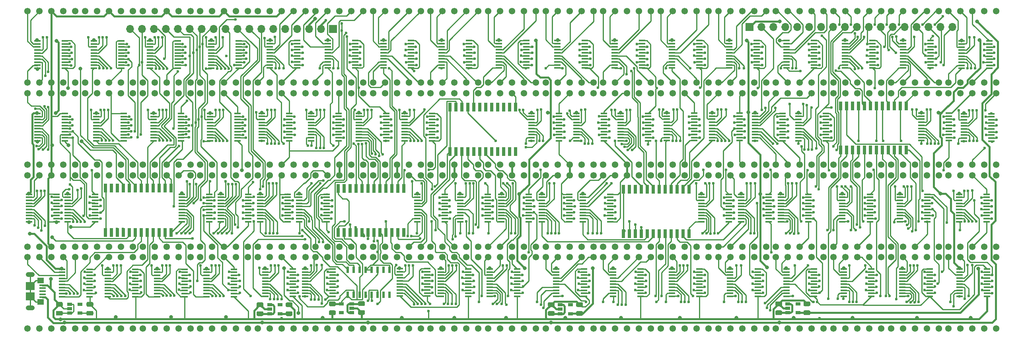
<source format=gbr>
%TF.GenerationSoftware,KiCad,Pcbnew,(5.1.10)-1*%
%TF.CreationDate,2022-03-07T16:55:32-05:00*%
%TF.ProjectId,ManySegmentDisplay,4d616e79-5365-4676-9d65-6e7444697370,rev?*%
%TF.SameCoordinates,Original*%
%TF.FileFunction,Copper,L2,Bot*%
%TF.FilePolarity,Positive*%
%FSLAX46Y46*%
G04 Gerber Fmt 4.6, Leading zero omitted, Abs format (unit mm)*
G04 Created by KiCad (PCBNEW (5.1.10)-1) date 2022-03-07 16:55:32*
%MOMM*%
%LPD*%
G01*
G04 APERTURE LIST*
%TA.AperFunction,SMDPad,CuDef*%
%ADD10R,1.454899X0.354800*%
%TD*%
%TA.AperFunction,ComponentPad*%
%ADD11C,1.381000*%
%TD*%
%TA.AperFunction,SMDPad,CuDef*%
%ADD12R,1.060000X0.650000*%
%TD*%
%TA.AperFunction,SMDPad,CuDef*%
%ADD13R,1.450000X1.150000*%
%TD*%
%TA.AperFunction,ComponentPad*%
%ADD14O,1.900000X1.050000*%
%TD*%
%TA.AperFunction,SMDPad,CuDef*%
%ADD15R,1.900000X1.750000*%
%TD*%
%TA.AperFunction,SMDPad,CuDef*%
%ADD16R,1.400000X0.400000*%
%TD*%
%TA.AperFunction,ComponentPad*%
%ADD17O,1.700000X1.700000*%
%TD*%
%TA.AperFunction,ComponentPad*%
%ADD18R,1.700000X1.700000*%
%TD*%
%TA.AperFunction,SMDPad,CuDef*%
%ADD19R,0.508000X1.409700*%
%TD*%
%TA.AperFunction,SMDPad,CuDef*%
%ADD20R,0.700000X1.950000*%
%TD*%
%TA.AperFunction,ViaPad*%
%ADD21C,0.800000*%
%TD*%
%TA.AperFunction,ViaPad*%
%ADD22C,0.600000*%
%TD*%
%TA.AperFunction,Conductor*%
%ADD23C,0.250000*%
%TD*%
%TA.AperFunction,Conductor*%
%ADD24C,0.400000*%
%TD*%
G04 APERTURE END LIST*
D10*
%TO.P,LA52,20*%
%TO.N,+1V8*%
X216155452Y-77235002D03*
%TO.P,LA52,19*%
%TO.N,Net-(DS52-Pad9)*%
X216155452Y-77885001D03*
%TO.P,LA52,18*%
%TO.N,Net-(DS52-Pad10)*%
X216155452Y-78535002D03*
%TO.P,LA52,17*%
%TO.N,Net-(DS52-Pad7)*%
X216155452Y-79185001D03*
%TO.P,LA52,16*%
%TO.N,Net-(DS52-Pad6)*%
X216155452Y-79835002D03*
%TO.P,LA52,15*%
%TO.N,Net-(DS52-Pad5)*%
X216155452Y-80485001D03*
%TO.P,LA52,14*%
%TO.N,Net-(DS52-Pad4)*%
X216155452Y-81135002D03*
%TO.P,LA52,13*%
%TO.N,Net-(DS52-Pad2)*%
X216155452Y-81785001D03*
%TO.P,LA52,12*%
%TO.N,Net-(DS52-Pad1)*%
X216155452Y-82435002D03*
%TO.P,LA52,11*%
%TO.N,D40*%
X216155452Y-83085000D03*
%TO.P,LA52,10*%
%TO.N,GND*%
X222004548Y-83084998D03*
%TO.P,LA52,9*%
%TO.N,PA7*%
X222004548Y-82434999D03*
%TO.P,LA52,8*%
%TO.N,PA6*%
X222004548Y-81784998D03*
%TO.P,LA52,7*%
%TO.N,PA5*%
X222004548Y-81134999D03*
%TO.P,LA52,6*%
%TO.N,PA4*%
X222004548Y-80484998D03*
%TO.P,LA52,5*%
%TO.N,PA3*%
X222004548Y-79834999D03*
%TO.P,LA52,4*%
%TO.N,PA2*%
X222004548Y-79185001D03*
%TO.P,LA52,3*%
%TO.N,PA1*%
X222004548Y-78534999D03*
%TO.P,LA52,2*%
%TO.N,PA0*%
X222004548Y-77885001D03*
%TO.P,LA52,1*%
%TO.N,GND*%
X222004548Y-77235000D03*
%TD*%
D11*
%TO.P,DS32,10*%
%TO.N,Net-(DS32-Pad10)*%
X152630000Y-70970000D03*
%TO.P,DS32,9*%
%TO.N,Net-(DS32-Pad9)*%
X155170000Y-70970000D03*
%TO.P,DS32,8*%
%TO.N,GND*%
X157710000Y-70970000D03*
%TO.P,DS32,7*%
%TO.N,Net-(DS32-Pad7)*%
X160250000Y-70970000D03*
%TO.P,DS32,6*%
%TO.N,Net-(DS32-Pad6)*%
X162790000Y-70970000D03*
%TO.P,DS32,5*%
%TO.N,Net-(DS32-Pad5)*%
X162790000Y-86210000D03*
%TO.P,DS32,4*%
%TO.N,Net-(DS32-Pad4)*%
X160250000Y-86210000D03*
%TO.P,DS32,3*%
%TO.N,GND*%
X157710000Y-86210000D03*
%TO.P,DS32,2*%
%TO.N,Net-(DS32-Pad2)*%
X155170000Y-86210000D03*
%TO.P,DS32,1*%
%TO.N,Net-(DS32-Pad1)*%
X152630000Y-86210000D03*
%TD*%
D10*
%TO.P,LA23,20*%
%TO.N,+1V8*%
X113705452Y-125960000D03*
%TO.P,LA23,19*%
%TO.N,Net-(DS23-Pad9)*%
X113705452Y-126609999D03*
%TO.P,LA23,18*%
%TO.N,Net-(DS23-Pad10)*%
X113705452Y-127260000D03*
%TO.P,LA23,17*%
%TO.N,Net-(DS23-Pad7)*%
X113705452Y-127909999D03*
%TO.P,LA23,16*%
%TO.N,Net-(DS23-Pad6)*%
X113705452Y-128560000D03*
%TO.P,LA23,15*%
%TO.N,Net-(DS23-Pad5)*%
X113705452Y-129209999D03*
%TO.P,LA23,14*%
%TO.N,Net-(DS23-Pad4)*%
X113705452Y-129860000D03*
%TO.P,LA23,13*%
%TO.N,Net-(DS23-Pad2)*%
X113705452Y-130509999D03*
%TO.P,LA23,12*%
%TO.N,Net-(DS23-Pad1)*%
X113705452Y-131160000D03*
%TO.P,LA23,11*%
%TO.N,D27*%
X113705452Y-131809998D03*
%TO.P,LA23,10*%
%TO.N,GND*%
X119554548Y-131809996D03*
%TO.P,LA23,9*%
%TO.N,PA7*%
X119554548Y-131159997D03*
%TO.P,LA23,8*%
%TO.N,PA6*%
X119554548Y-130509996D03*
%TO.P,LA23,7*%
%TO.N,PA5*%
X119554548Y-129859997D03*
%TO.P,LA23,6*%
%TO.N,PA4*%
X119554548Y-129209996D03*
%TO.P,LA23,5*%
%TO.N,PA3*%
X119554548Y-128559997D03*
%TO.P,LA23,4*%
%TO.N,PA2*%
X119554548Y-127909999D03*
%TO.P,LA23,3*%
%TO.N,PA1*%
X119554548Y-127259997D03*
%TO.P,LA23,2*%
%TO.N,PA0*%
X119554548Y-126609999D03*
%TO.P,LA23,1*%
%TO.N,GND*%
X119554548Y-125959998D03*
%TD*%
%TO.P,LA8,20*%
%TO.N,+1V8*%
X80705452Y-77285002D03*
%TO.P,LA8,19*%
%TO.N,Net-(DS8-Pad9)*%
X80705452Y-77935001D03*
%TO.P,LA8,18*%
%TO.N,Net-(DS8-Pad10)*%
X80705452Y-78585002D03*
%TO.P,LA8,17*%
%TO.N,Net-(DS8-Pad7)*%
X80705452Y-79235001D03*
%TO.P,LA8,16*%
%TO.N,Net-(DS8-Pad6)*%
X80705452Y-79885002D03*
%TO.P,LA8,15*%
%TO.N,Net-(DS8-Pad5)*%
X80705452Y-80535001D03*
%TO.P,LA8,14*%
%TO.N,Net-(DS8-Pad4)*%
X80705452Y-81185002D03*
%TO.P,LA8,13*%
%TO.N,Net-(DS8-Pad2)*%
X80705452Y-81835001D03*
%TO.P,LA8,12*%
%TO.N,Net-(DS8-Pad1)*%
X80705452Y-82485002D03*
%TO.P,LA8,11*%
%TO.N,D18*%
X80705452Y-83135000D03*
%TO.P,LA8,10*%
%TO.N,GND*%
X86554548Y-83134998D03*
%TO.P,LA8,9*%
%TO.N,PA7*%
X86554548Y-82484999D03*
%TO.P,LA8,8*%
%TO.N,PA6*%
X86554548Y-81834998D03*
%TO.P,LA8,7*%
%TO.N,PA5*%
X86554548Y-81184999D03*
%TO.P,LA8,6*%
%TO.N,PA4*%
X86554548Y-80534998D03*
%TO.P,LA8,5*%
%TO.N,PA3*%
X86554548Y-79884999D03*
%TO.P,LA8,4*%
%TO.N,PA2*%
X86554548Y-79235001D03*
%TO.P,LA8,3*%
%TO.N,PA1*%
X86554548Y-78584999D03*
%TO.P,LA8,2*%
%TO.N,PA0*%
X86554548Y-77935001D03*
%TO.P,LA8,1*%
%TO.N,GND*%
X86554548Y-77285000D03*
%TD*%
D11*
%TO.P,DS6,10*%
%TO.N,Net-(DS6-Pad10)*%
X66880000Y-105970000D03*
%TO.P,DS6,9*%
%TO.N,Net-(DS6-Pad9)*%
X69420000Y-105970000D03*
%TO.P,DS6,8*%
%TO.N,GND*%
X71960000Y-105970000D03*
%TO.P,DS6,7*%
%TO.N,Net-(DS6-Pad7)*%
X74500000Y-105970000D03*
%TO.P,DS6,6*%
%TO.N,Net-(DS6-Pad6)*%
X77040000Y-105970000D03*
%TO.P,DS6,5*%
%TO.N,Net-(DS6-Pad5)*%
X77040000Y-121210000D03*
%TO.P,DS6,4*%
%TO.N,Net-(DS6-Pad4)*%
X74500000Y-121210000D03*
%TO.P,DS6,3*%
%TO.N,GND*%
X71960000Y-121210000D03*
%TO.P,DS6,2*%
%TO.N,Net-(DS6-Pad2)*%
X69420000Y-121210000D03*
%TO.P,DS6,1*%
%TO.N,Net-(DS6-Pad1)*%
X66880000Y-121210000D03*
%TD*%
%TO.P,DS4,10*%
%TO.N,Net-(DS4-Pad10)*%
X66880000Y-70970000D03*
%TO.P,DS4,9*%
%TO.N,Net-(DS4-Pad9)*%
X69420000Y-70970000D03*
%TO.P,DS4,8*%
%TO.N,GND*%
X71960000Y-70970000D03*
%TO.P,DS4,7*%
%TO.N,Net-(DS4-Pad7)*%
X74500000Y-70970000D03*
%TO.P,DS4,6*%
%TO.N,Net-(DS4-Pad6)*%
X77040000Y-70970000D03*
%TO.P,DS4,5*%
%TO.N,Net-(DS4-Pad5)*%
X77040000Y-86210000D03*
%TO.P,DS4,4*%
%TO.N,Net-(DS4-Pad4)*%
X74500000Y-86210000D03*
%TO.P,DS4,3*%
%TO.N,GND*%
X71960000Y-86210000D03*
%TO.P,DS4,2*%
%TO.N,Net-(DS4-Pad2)*%
X69420000Y-86210000D03*
%TO.P,DS4,1*%
%TO.N,Net-(DS4-Pad1)*%
X66880000Y-86210000D03*
%TD*%
%TO.P,DS7,10*%
%TO.N,Net-(DS7-Pad10)*%
X66880000Y-123470000D03*
%TO.P,DS7,9*%
%TO.N,Net-(DS7-Pad9)*%
X69420000Y-123470000D03*
%TO.P,DS7,8*%
%TO.N,GND*%
X71960000Y-123470000D03*
%TO.P,DS7,7*%
%TO.N,Net-(DS7-Pad7)*%
X74500000Y-123470000D03*
%TO.P,DS7,6*%
%TO.N,Net-(DS7-Pad6)*%
X77040000Y-123470000D03*
%TO.P,DS7,5*%
%TO.N,Net-(DS7-Pad5)*%
X77040000Y-138710000D03*
%TO.P,DS7,4*%
%TO.N,Net-(DS7-Pad4)*%
X74500000Y-138710000D03*
%TO.P,DS7,3*%
%TO.N,GND*%
X71960000Y-138710000D03*
%TO.P,DS7,2*%
%TO.N,Net-(DS7-Pad2)*%
X69420000Y-138710000D03*
%TO.P,DS7,1*%
%TO.N,Net-(DS7-Pad1)*%
X66880000Y-138710000D03*
%TD*%
%TO.P,DS3,10*%
%TO.N,Net-(DS3-Pad10)*%
X54630000Y-123470000D03*
%TO.P,DS3,9*%
%TO.N,Net-(DS3-Pad9)*%
X57170000Y-123470000D03*
%TO.P,DS3,8*%
%TO.N,GND*%
X59710000Y-123470000D03*
%TO.P,DS3,7*%
%TO.N,Net-(DS3-Pad7)*%
X62250000Y-123470000D03*
%TO.P,DS3,6*%
%TO.N,Net-(DS3-Pad6)*%
X64790000Y-123470000D03*
%TO.P,DS3,5*%
%TO.N,Net-(DS3-Pad5)*%
X64790000Y-138710000D03*
%TO.P,DS3,4*%
%TO.N,Net-(DS3-Pad4)*%
X62250000Y-138710000D03*
%TO.P,DS3,3*%
%TO.N,GND*%
X59710000Y-138710000D03*
%TO.P,DS3,2*%
%TO.N,Net-(DS3-Pad2)*%
X57170000Y-138710000D03*
%TO.P,DS3,1*%
%TO.N,Net-(DS3-Pad1)*%
X54630000Y-138710000D03*
%TD*%
D12*
%TO.P,U105,5*%
%TO.N,+1V8*%
X218580000Y-135310000D03*
%TO.P,U105,4*%
%TO.N,Net-(U105-Pad4)*%
X218580000Y-133410000D03*
%TO.P,U105,3*%
%TO.N,+5V*%
X216380000Y-133410000D03*
%TO.P,U105,2*%
%TO.N,GND*%
X216380000Y-134360000D03*
%TO.P,U105,1*%
%TO.N,+5V*%
X216380000Y-135310000D03*
%TD*%
%TO.P,U104,5*%
%TO.N,+1V8*%
X170180000Y-135510000D03*
%TO.P,U104,4*%
%TO.N,Net-(U104-Pad4)*%
X170180000Y-133610000D03*
%TO.P,U104,3*%
%TO.N,+5V*%
X167980000Y-133610000D03*
%TO.P,U104,2*%
%TO.N,GND*%
X167980000Y-134560000D03*
%TO.P,U104,1*%
%TO.N,+5V*%
X167980000Y-135510000D03*
%TD*%
%TO.P,U103,5*%
%TO.N,+1V8*%
X108380000Y-135510000D03*
%TO.P,U103,4*%
%TO.N,Net-(U103-Pad4)*%
X108380000Y-133610000D03*
%TO.P,U103,3*%
%TO.N,+5V*%
X106180000Y-133610000D03*
%TO.P,U103,2*%
%TO.N,GND*%
X106180000Y-134560000D03*
%TO.P,U103,1*%
%TO.N,+5V*%
X106180000Y-135510000D03*
%TD*%
%TO.P,U102,5*%
%TO.N,+1V8*%
X65730000Y-135410000D03*
%TO.P,U102,4*%
%TO.N,Net-(U102-Pad4)*%
X65730000Y-133510000D03*
%TO.P,U102,3*%
%TO.N,+5V*%
X63530000Y-133510000D03*
%TO.P,U102,2*%
%TO.N,GND*%
X63530000Y-134460000D03*
%TO.P,U102,1*%
%TO.N,+5V*%
X63530000Y-135410000D03*
%TD*%
%TO.P,U101,5*%
%TO.N,+3V3*%
X121380000Y-133410000D03*
%TO.P,U101,4*%
%TO.N,Net-(U101-Pad4)*%
X121380000Y-135310000D03*
%TO.P,U101,3*%
%TO.N,+5V*%
X123580000Y-135310000D03*
%TO.P,U101,2*%
%TO.N,GND*%
X123580000Y-134360000D03*
%TO.P,U101,1*%
%TO.N,+5V*%
X123580000Y-133410000D03*
%TD*%
D10*
%TO.P,LA67,20*%
%TO.N,+1V8*%
X252955452Y-125960000D03*
%TO.P,LA67,19*%
%TO.N,Net-(DS67-Pad9)*%
X252955452Y-126609999D03*
%TO.P,LA67,18*%
%TO.N,Net-(DS67-Pad10)*%
X252955452Y-127260000D03*
%TO.P,LA67,17*%
%TO.N,Net-(DS67-Pad7)*%
X252955452Y-127909999D03*
%TO.P,LA67,16*%
%TO.N,Net-(DS67-Pad6)*%
X252955452Y-128560000D03*
%TO.P,LA67,15*%
%TO.N,Net-(DS67-Pad5)*%
X252955452Y-129209999D03*
%TO.P,LA67,14*%
%TO.N,Net-(DS67-Pad4)*%
X252955452Y-129860000D03*
%TO.P,LA67,13*%
%TO.N,Net-(DS67-Pad2)*%
X252955452Y-130509999D03*
%TO.P,LA67,12*%
%TO.N,Net-(DS67-Pad1)*%
X252955452Y-131160000D03*
%TO.P,LA67,11*%
%TO.N,D4F*%
X252955452Y-131809998D03*
%TO.P,LA67,10*%
%TO.N,GND*%
X258804548Y-131809996D03*
%TO.P,LA67,9*%
%TO.N,PA7*%
X258804548Y-131159997D03*
%TO.P,LA67,8*%
%TO.N,PA6*%
X258804548Y-130509996D03*
%TO.P,LA67,7*%
%TO.N,PA5*%
X258804548Y-129859997D03*
%TO.P,LA67,6*%
%TO.N,PA4*%
X258804548Y-129209996D03*
%TO.P,LA67,5*%
%TO.N,PA3*%
X258804548Y-128559997D03*
%TO.P,LA67,4*%
%TO.N,PA2*%
X258804548Y-127909999D03*
%TO.P,LA67,3*%
%TO.N,PA1*%
X258804548Y-127259997D03*
%TO.P,LA67,2*%
%TO.N,PA0*%
X258804548Y-126609999D03*
%TO.P,LA67,1*%
%TO.N,GND*%
X258804548Y-125959998D03*
%TD*%
%TO.P,LA66,20*%
%TO.N,+1V8*%
X252880000Y-110035002D03*
%TO.P,LA66,19*%
%TO.N,Net-(DS66-Pad9)*%
X252880000Y-110685001D03*
%TO.P,LA66,18*%
%TO.N,Net-(DS66-Pad10)*%
X252880000Y-111335002D03*
%TO.P,LA66,17*%
%TO.N,Net-(DS66-Pad7)*%
X252880000Y-111985001D03*
%TO.P,LA66,16*%
%TO.N,Net-(DS66-Pad6)*%
X252880000Y-112635002D03*
%TO.P,LA66,15*%
%TO.N,Net-(DS66-Pad5)*%
X252880000Y-113285001D03*
%TO.P,LA66,14*%
%TO.N,Net-(DS66-Pad4)*%
X252880000Y-113935002D03*
%TO.P,LA66,13*%
%TO.N,Net-(DS66-Pad2)*%
X252880000Y-114585001D03*
%TO.P,LA66,12*%
%TO.N,Net-(DS66-Pad1)*%
X252880000Y-115235002D03*
%TO.P,LA66,11*%
%TO.N,D4E*%
X252880000Y-115885000D03*
%TO.P,LA66,10*%
%TO.N,GND*%
X258729096Y-115884998D03*
%TO.P,LA66,9*%
%TO.N,PA7*%
X258729096Y-115234999D03*
%TO.P,LA66,8*%
%TO.N,PA6*%
X258729096Y-114584998D03*
%TO.P,LA66,7*%
%TO.N,PA5*%
X258729096Y-113934999D03*
%TO.P,LA66,6*%
%TO.N,PA4*%
X258729096Y-113284998D03*
%TO.P,LA66,5*%
%TO.N,PA3*%
X258729096Y-112634999D03*
%TO.P,LA66,4*%
%TO.N,PA2*%
X258729096Y-111985001D03*
%TO.P,LA66,3*%
%TO.N,PA1*%
X258729096Y-111334999D03*
%TO.P,LA66,2*%
%TO.N,PA0*%
X258729096Y-110685001D03*
%TO.P,LA66,1*%
%TO.N,GND*%
X258729096Y-110035000D03*
%TD*%
%TO.P,LA65,20*%
%TO.N,+1V8*%
X253880000Y-92835002D03*
%TO.P,LA65,19*%
%TO.N,Net-(DS65-Pad9)*%
X253880000Y-93485001D03*
%TO.P,LA65,18*%
%TO.N,Net-(DS65-Pad10)*%
X253880000Y-94135002D03*
%TO.P,LA65,17*%
%TO.N,Net-(DS65-Pad7)*%
X253880000Y-94785001D03*
%TO.P,LA65,16*%
%TO.N,Net-(DS65-Pad6)*%
X253880000Y-95435002D03*
%TO.P,LA65,15*%
%TO.N,Net-(DS65-Pad5)*%
X253880000Y-96085001D03*
%TO.P,LA65,14*%
%TO.N,Net-(DS65-Pad4)*%
X253880000Y-96735002D03*
%TO.P,LA65,13*%
%TO.N,Net-(DS65-Pad2)*%
X253880000Y-97385001D03*
%TO.P,LA65,12*%
%TO.N,Net-(DS65-Pad1)*%
X253880000Y-98035002D03*
%TO.P,LA65,11*%
%TO.N,D4D*%
X253880000Y-98685000D03*
%TO.P,LA65,10*%
%TO.N,GND*%
X259729096Y-98684998D03*
%TO.P,LA65,9*%
%TO.N,PA7*%
X259729096Y-98034999D03*
%TO.P,LA65,8*%
%TO.N,PA6*%
X259729096Y-97384998D03*
%TO.P,LA65,7*%
%TO.N,PA5*%
X259729096Y-96734999D03*
%TO.P,LA65,6*%
%TO.N,PA4*%
X259729096Y-96084998D03*
%TO.P,LA65,5*%
%TO.N,PA3*%
X259729096Y-95434999D03*
%TO.P,LA65,4*%
%TO.N,PA2*%
X259729096Y-94785001D03*
%TO.P,LA65,3*%
%TO.N,PA1*%
X259729096Y-94134999D03*
%TO.P,LA65,2*%
%TO.N,PA0*%
X259729096Y-93485001D03*
%TO.P,LA65,1*%
%TO.N,GND*%
X259729096Y-92835000D03*
%TD*%
%TO.P,LA64,20*%
%TO.N,+1V8*%
X253430904Y-77310001D03*
%TO.P,LA64,19*%
%TO.N,Net-(DS64-Pad9)*%
X253430904Y-77960000D03*
%TO.P,LA64,18*%
%TO.N,Net-(DS64-Pad10)*%
X253430904Y-78610001D03*
%TO.P,LA64,17*%
%TO.N,Net-(DS64-Pad7)*%
X253430904Y-79260000D03*
%TO.P,LA64,16*%
%TO.N,Net-(DS64-Pad6)*%
X253430904Y-79910001D03*
%TO.P,LA64,15*%
%TO.N,Net-(DS64-Pad5)*%
X253430904Y-80560000D03*
%TO.P,LA64,14*%
%TO.N,Net-(DS64-Pad4)*%
X253430904Y-81210001D03*
%TO.P,LA64,13*%
%TO.N,Net-(DS64-Pad2)*%
X253430904Y-81860000D03*
%TO.P,LA64,12*%
%TO.N,Net-(DS64-Pad1)*%
X253430904Y-82510001D03*
%TO.P,LA64,11*%
%TO.N,D4C*%
X253430904Y-83159999D03*
%TO.P,LA64,10*%
%TO.N,GND*%
X259280000Y-83159997D03*
%TO.P,LA64,9*%
%TO.N,PA7*%
X259280000Y-82509998D03*
%TO.P,LA64,8*%
%TO.N,PA6*%
X259280000Y-81859997D03*
%TO.P,LA64,7*%
%TO.N,PA5*%
X259280000Y-81209998D03*
%TO.P,LA64,6*%
%TO.N,PA4*%
X259280000Y-80559997D03*
%TO.P,LA64,5*%
%TO.N,PA3*%
X259280000Y-79909998D03*
%TO.P,LA64,4*%
%TO.N,PA2*%
X259280000Y-79260000D03*
%TO.P,LA64,3*%
%TO.N,PA1*%
X259280000Y-78609998D03*
%TO.P,LA64,2*%
%TO.N,PA0*%
X259280000Y-77960000D03*
%TO.P,LA64,1*%
%TO.N,GND*%
X259280000Y-77309999D03*
%TD*%
%TO.P,LA63,20*%
%TO.N,+1V8*%
X240755452Y-125960000D03*
%TO.P,LA63,19*%
%TO.N,Net-(DS63-Pad9)*%
X240755452Y-126609999D03*
%TO.P,LA63,18*%
%TO.N,Net-(DS63-Pad10)*%
X240755452Y-127260000D03*
%TO.P,LA63,17*%
%TO.N,Net-(DS63-Pad7)*%
X240755452Y-127909999D03*
%TO.P,LA63,16*%
%TO.N,Net-(DS63-Pad6)*%
X240755452Y-128560000D03*
%TO.P,LA63,15*%
%TO.N,Net-(DS63-Pad5)*%
X240755452Y-129209999D03*
%TO.P,LA63,14*%
%TO.N,Net-(DS63-Pad4)*%
X240755452Y-129860000D03*
%TO.P,LA63,13*%
%TO.N,Net-(DS63-Pad2)*%
X240755452Y-130509999D03*
%TO.P,LA63,12*%
%TO.N,Net-(DS63-Pad1)*%
X240755452Y-131160000D03*
%TO.P,LA63,11*%
%TO.N,D4B*%
X240755452Y-131809998D03*
%TO.P,LA63,10*%
%TO.N,GND*%
X246604548Y-131809996D03*
%TO.P,LA63,9*%
%TO.N,PA7*%
X246604548Y-131159997D03*
%TO.P,LA63,8*%
%TO.N,PA6*%
X246604548Y-130509996D03*
%TO.P,LA63,7*%
%TO.N,PA5*%
X246604548Y-129859997D03*
%TO.P,LA63,6*%
%TO.N,PA4*%
X246604548Y-129209996D03*
%TO.P,LA63,5*%
%TO.N,PA3*%
X246604548Y-128559997D03*
%TO.P,LA63,4*%
%TO.N,PA2*%
X246604548Y-127909999D03*
%TO.P,LA63,3*%
%TO.N,PA1*%
X246604548Y-127259997D03*
%TO.P,LA63,2*%
%TO.N,PA0*%
X246604548Y-126609999D03*
%TO.P,LA63,1*%
%TO.N,GND*%
X246604548Y-125959998D03*
%TD*%
%TO.P,LA62,20*%
%TO.N,+1V8*%
X240280000Y-110035002D03*
%TO.P,LA62,19*%
%TO.N,Net-(DS62-Pad9)*%
X240280000Y-110685001D03*
%TO.P,LA62,18*%
%TO.N,Net-(DS62-Pad10)*%
X240280000Y-111335002D03*
%TO.P,LA62,17*%
%TO.N,Net-(DS62-Pad7)*%
X240280000Y-111985001D03*
%TO.P,LA62,16*%
%TO.N,Net-(DS62-Pad6)*%
X240280000Y-112635002D03*
%TO.P,LA62,15*%
%TO.N,Net-(DS62-Pad5)*%
X240280000Y-113285001D03*
%TO.P,LA62,14*%
%TO.N,Net-(DS62-Pad4)*%
X240280000Y-113935002D03*
%TO.P,LA62,13*%
%TO.N,Net-(DS62-Pad2)*%
X240280000Y-114585001D03*
%TO.P,LA62,12*%
%TO.N,Net-(DS62-Pad1)*%
X240280000Y-115235002D03*
%TO.P,LA62,11*%
%TO.N,D4A*%
X240280000Y-115885000D03*
%TO.P,LA62,10*%
%TO.N,GND*%
X246129096Y-115884998D03*
%TO.P,LA62,9*%
%TO.N,PA7*%
X246129096Y-115234999D03*
%TO.P,LA62,8*%
%TO.N,PA6*%
X246129096Y-114584998D03*
%TO.P,LA62,7*%
%TO.N,PA5*%
X246129096Y-113934999D03*
%TO.P,LA62,6*%
%TO.N,PA4*%
X246129096Y-113284998D03*
%TO.P,LA62,5*%
%TO.N,PA3*%
X246129096Y-112634999D03*
%TO.P,LA62,4*%
%TO.N,PA2*%
X246129096Y-111985001D03*
%TO.P,LA62,3*%
%TO.N,PA1*%
X246129096Y-111334999D03*
%TO.P,LA62,2*%
%TO.N,PA0*%
X246129096Y-110685001D03*
%TO.P,LA62,1*%
%TO.N,GND*%
X246129096Y-110035000D03*
%TD*%
%TO.P,LA61,20*%
%TO.N,+1V8*%
X244830904Y-92710001D03*
%TO.P,LA61,19*%
%TO.N,Net-(DS61-Pad9)*%
X244830904Y-93360000D03*
%TO.P,LA61,18*%
%TO.N,Net-(DS61-Pad10)*%
X244830904Y-94010001D03*
%TO.P,LA61,17*%
%TO.N,Net-(DS61-Pad7)*%
X244830904Y-94660000D03*
%TO.P,LA61,16*%
%TO.N,Net-(DS61-Pad6)*%
X244830904Y-95310001D03*
%TO.P,LA61,15*%
%TO.N,Net-(DS61-Pad5)*%
X244830904Y-95960000D03*
%TO.P,LA61,14*%
%TO.N,Net-(DS61-Pad4)*%
X244830904Y-96610001D03*
%TO.P,LA61,13*%
%TO.N,Net-(DS61-Pad2)*%
X244830904Y-97260000D03*
%TO.P,LA61,12*%
%TO.N,Net-(DS61-Pad1)*%
X244830904Y-97910001D03*
%TO.P,LA61,11*%
%TO.N,D49*%
X244830904Y-98559999D03*
%TO.P,LA61,10*%
%TO.N,GND*%
X250680000Y-98559997D03*
%TO.P,LA61,9*%
%TO.N,PA7*%
X250680000Y-97909998D03*
%TO.P,LA61,8*%
%TO.N,PA6*%
X250680000Y-97259997D03*
%TO.P,LA61,7*%
%TO.N,PA5*%
X250680000Y-96609998D03*
%TO.P,LA61,6*%
%TO.N,PA4*%
X250680000Y-95959997D03*
%TO.P,LA61,5*%
%TO.N,PA3*%
X250680000Y-95309998D03*
%TO.P,LA61,4*%
%TO.N,PA2*%
X250680000Y-94660000D03*
%TO.P,LA61,3*%
%TO.N,PA1*%
X250680000Y-94009998D03*
%TO.P,LA61,2*%
%TO.N,PA0*%
X250680000Y-93360000D03*
%TO.P,LA61,1*%
%TO.N,GND*%
X250680000Y-92709999D03*
%TD*%
%TO.P,LA60,20*%
%TO.N,+1V8*%
X240955452Y-77235002D03*
%TO.P,LA60,19*%
%TO.N,Net-(DS60-Pad9)*%
X240955452Y-77885001D03*
%TO.P,LA60,18*%
%TO.N,Net-(DS60-Pad10)*%
X240955452Y-78535002D03*
%TO.P,LA60,17*%
%TO.N,Net-(DS60-Pad7)*%
X240955452Y-79185001D03*
%TO.P,LA60,16*%
%TO.N,Net-(DS60-Pad6)*%
X240955452Y-79835002D03*
%TO.P,LA60,15*%
%TO.N,Net-(DS60-Pad5)*%
X240955452Y-80485001D03*
%TO.P,LA60,14*%
%TO.N,Net-(DS60-Pad4)*%
X240955452Y-81135002D03*
%TO.P,LA60,13*%
%TO.N,Net-(DS60-Pad2)*%
X240955452Y-81785001D03*
%TO.P,LA60,12*%
%TO.N,Net-(DS60-Pad1)*%
X240955452Y-82435002D03*
%TO.P,LA60,11*%
%TO.N,D48*%
X240955452Y-83085000D03*
%TO.P,LA60,10*%
%TO.N,GND*%
X246804548Y-83084998D03*
%TO.P,LA60,9*%
%TO.N,PA7*%
X246804548Y-82434999D03*
%TO.P,LA60,8*%
%TO.N,PA6*%
X246804548Y-81784998D03*
%TO.P,LA60,7*%
%TO.N,PA5*%
X246804548Y-81134999D03*
%TO.P,LA60,6*%
%TO.N,PA4*%
X246804548Y-80484998D03*
%TO.P,LA60,5*%
%TO.N,PA3*%
X246804548Y-79834999D03*
%TO.P,LA60,4*%
%TO.N,PA2*%
X246804548Y-79185001D03*
%TO.P,LA60,3*%
%TO.N,PA1*%
X246804548Y-78534999D03*
%TO.P,LA60,2*%
%TO.N,PA0*%
X246804548Y-77885001D03*
%TO.P,LA60,1*%
%TO.N,GND*%
X246804548Y-77235000D03*
%TD*%
%TO.P,LA59,20*%
%TO.N,+1V8*%
X228355452Y-125960000D03*
%TO.P,LA59,19*%
%TO.N,Net-(DS59-Pad9)*%
X228355452Y-126609999D03*
%TO.P,LA59,18*%
%TO.N,Net-(DS59-Pad10)*%
X228355452Y-127260000D03*
%TO.P,LA59,17*%
%TO.N,Net-(DS59-Pad7)*%
X228355452Y-127909999D03*
%TO.P,LA59,16*%
%TO.N,Net-(DS59-Pad6)*%
X228355452Y-128560000D03*
%TO.P,LA59,15*%
%TO.N,Net-(DS59-Pad5)*%
X228355452Y-129209999D03*
%TO.P,LA59,14*%
%TO.N,Net-(DS59-Pad4)*%
X228355452Y-129860000D03*
%TO.P,LA59,13*%
%TO.N,Net-(DS59-Pad2)*%
X228355452Y-130509999D03*
%TO.P,LA59,12*%
%TO.N,Net-(DS59-Pad1)*%
X228355452Y-131160000D03*
%TO.P,LA59,11*%
%TO.N,D47*%
X228355452Y-131809998D03*
%TO.P,LA59,10*%
%TO.N,GND*%
X234204548Y-131809996D03*
%TO.P,LA59,9*%
%TO.N,PA7*%
X234204548Y-131159997D03*
%TO.P,LA59,8*%
%TO.N,PA6*%
X234204548Y-130509996D03*
%TO.P,LA59,7*%
%TO.N,PA5*%
X234204548Y-129859997D03*
%TO.P,LA59,6*%
%TO.N,PA4*%
X234204548Y-129209996D03*
%TO.P,LA59,5*%
%TO.N,PA3*%
X234204548Y-128559997D03*
%TO.P,LA59,4*%
%TO.N,PA2*%
X234204548Y-127909999D03*
%TO.P,LA59,3*%
%TO.N,PA1*%
X234204548Y-127259997D03*
%TO.P,LA59,2*%
%TO.N,PA0*%
X234204548Y-126609999D03*
%TO.P,LA59,1*%
%TO.N,GND*%
X234204548Y-125959998D03*
%TD*%
%TO.P,LA58,20*%
%TO.N,+1V8*%
X228030904Y-110035002D03*
%TO.P,LA58,19*%
%TO.N,Net-(DS58-Pad9)*%
X228030904Y-110685001D03*
%TO.P,LA58,18*%
%TO.N,Net-(DS58-Pad10)*%
X228030904Y-111335002D03*
%TO.P,LA58,17*%
%TO.N,Net-(DS58-Pad7)*%
X228030904Y-111985001D03*
%TO.P,LA58,16*%
%TO.N,Net-(DS58-Pad6)*%
X228030904Y-112635002D03*
%TO.P,LA58,15*%
%TO.N,Net-(DS58-Pad5)*%
X228030904Y-113285001D03*
%TO.P,LA58,14*%
%TO.N,Net-(DS58-Pad4)*%
X228030904Y-113935002D03*
%TO.P,LA58,13*%
%TO.N,Net-(DS58-Pad2)*%
X228030904Y-114585001D03*
%TO.P,LA58,12*%
%TO.N,Net-(DS58-Pad1)*%
X228030904Y-115235002D03*
%TO.P,LA58,11*%
%TO.N,D46*%
X228030904Y-115885000D03*
%TO.P,LA58,10*%
%TO.N,GND*%
X233880000Y-115884998D03*
%TO.P,LA58,9*%
%TO.N,PA7*%
X233880000Y-115234999D03*
%TO.P,LA58,8*%
%TO.N,PA6*%
X233880000Y-114584998D03*
%TO.P,LA58,7*%
%TO.N,PA5*%
X233880000Y-113934999D03*
%TO.P,LA58,6*%
%TO.N,PA4*%
X233880000Y-113284998D03*
%TO.P,LA58,5*%
%TO.N,PA3*%
X233880000Y-112634999D03*
%TO.P,LA58,4*%
%TO.N,PA2*%
X233880000Y-111985001D03*
%TO.P,LA58,3*%
%TO.N,PA1*%
X233880000Y-111334999D03*
%TO.P,LA58,2*%
%TO.N,PA0*%
X233880000Y-110685001D03*
%TO.P,LA58,1*%
%TO.N,GND*%
X233880000Y-110035000D03*
%TD*%
%TO.P,LA57,20*%
%TO.N,+1V8*%
X218680000Y-92760000D03*
%TO.P,LA57,19*%
%TO.N,Net-(DS57-Pad9)*%
X218680000Y-93409999D03*
%TO.P,LA57,18*%
%TO.N,Net-(DS57-Pad10)*%
X218680000Y-94060000D03*
%TO.P,LA57,17*%
%TO.N,Net-(DS57-Pad7)*%
X218680000Y-94709999D03*
%TO.P,LA57,16*%
%TO.N,Net-(DS57-Pad6)*%
X218680000Y-95360000D03*
%TO.P,LA57,15*%
%TO.N,Net-(DS57-Pad5)*%
X218680000Y-96009999D03*
%TO.P,LA57,14*%
%TO.N,Net-(DS57-Pad4)*%
X218680000Y-96660000D03*
%TO.P,LA57,13*%
%TO.N,Net-(DS57-Pad2)*%
X218680000Y-97309999D03*
%TO.P,LA57,12*%
%TO.N,Net-(DS57-Pad1)*%
X218680000Y-97960000D03*
%TO.P,LA57,11*%
%TO.N,D45*%
X218680000Y-98609998D03*
%TO.P,LA57,10*%
%TO.N,GND*%
X224529096Y-98609996D03*
%TO.P,LA57,9*%
%TO.N,PA7*%
X224529096Y-97959997D03*
%TO.P,LA57,8*%
%TO.N,PA6*%
X224529096Y-97309996D03*
%TO.P,LA57,7*%
%TO.N,PA5*%
X224529096Y-96659997D03*
%TO.P,LA57,6*%
%TO.N,PA4*%
X224529096Y-96009996D03*
%TO.P,LA57,5*%
%TO.N,PA3*%
X224529096Y-95359997D03*
%TO.P,LA57,4*%
%TO.N,PA2*%
X224529096Y-94709999D03*
%TO.P,LA57,3*%
%TO.N,PA1*%
X224529096Y-94059997D03*
%TO.P,LA57,2*%
%TO.N,PA0*%
X224529096Y-93409999D03*
%TO.P,LA57,1*%
%TO.N,GND*%
X224529096Y-92759998D03*
%TD*%
%TO.P,LA56,20*%
%TO.N,+1V8*%
X228555452Y-77235002D03*
%TO.P,LA56,19*%
%TO.N,Net-(DS56-Pad9)*%
X228555452Y-77885001D03*
%TO.P,LA56,18*%
%TO.N,Net-(DS56-Pad10)*%
X228555452Y-78535002D03*
%TO.P,LA56,17*%
%TO.N,Net-(DS56-Pad7)*%
X228555452Y-79185001D03*
%TO.P,LA56,16*%
%TO.N,Net-(DS56-Pad6)*%
X228555452Y-79835002D03*
%TO.P,LA56,15*%
%TO.N,Net-(DS56-Pad5)*%
X228555452Y-80485001D03*
%TO.P,LA56,14*%
%TO.N,Net-(DS56-Pad4)*%
X228555452Y-81135002D03*
%TO.P,LA56,13*%
%TO.N,Net-(DS56-Pad2)*%
X228555452Y-81785001D03*
%TO.P,LA56,12*%
%TO.N,Net-(DS56-Pad1)*%
X228555452Y-82435002D03*
%TO.P,LA56,11*%
%TO.N,D44*%
X228555452Y-83085000D03*
%TO.P,LA56,10*%
%TO.N,GND*%
X234404548Y-83084998D03*
%TO.P,LA56,9*%
%TO.N,PA7*%
X234404548Y-82434999D03*
%TO.P,LA56,8*%
%TO.N,PA6*%
X234404548Y-81784998D03*
%TO.P,LA56,7*%
%TO.N,PA5*%
X234404548Y-81134999D03*
%TO.P,LA56,6*%
%TO.N,PA4*%
X234404548Y-80484998D03*
%TO.P,LA56,5*%
%TO.N,PA3*%
X234404548Y-79834999D03*
%TO.P,LA56,4*%
%TO.N,PA2*%
X234404548Y-79185001D03*
%TO.P,LA56,3*%
%TO.N,PA1*%
X234404548Y-78534999D03*
%TO.P,LA56,2*%
%TO.N,PA0*%
X234404548Y-77885001D03*
%TO.P,LA56,1*%
%TO.N,GND*%
X234404548Y-77235000D03*
%TD*%
%TO.P,LA55,20*%
%TO.N,+1V8*%
X216155452Y-125960000D03*
%TO.P,LA55,19*%
%TO.N,Net-(DS55-Pad9)*%
X216155452Y-126609999D03*
%TO.P,LA55,18*%
%TO.N,Net-(DS55-Pad10)*%
X216155452Y-127260000D03*
%TO.P,LA55,17*%
%TO.N,Net-(DS55-Pad7)*%
X216155452Y-127909999D03*
%TO.P,LA55,16*%
%TO.N,Net-(DS55-Pad6)*%
X216155452Y-128560000D03*
%TO.P,LA55,15*%
%TO.N,Net-(DS55-Pad5)*%
X216155452Y-129209999D03*
%TO.P,LA55,14*%
%TO.N,Net-(DS55-Pad4)*%
X216155452Y-129860000D03*
%TO.P,LA55,13*%
%TO.N,Net-(DS55-Pad2)*%
X216155452Y-130509999D03*
%TO.P,LA55,12*%
%TO.N,Net-(DS55-Pad1)*%
X216155452Y-131160000D03*
%TO.P,LA55,11*%
%TO.N,D43*%
X216155452Y-131809998D03*
%TO.P,LA55,10*%
%TO.N,GND*%
X222004548Y-131809996D03*
%TO.P,LA55,9*%
%TO.N,PA7*%
X222004548Y-131159997D03*
%TO.P,LA55,8*%
%TO.N,PA6*%
X222004548Y-130509996D03*
%TO.P,LA55,7*%
%TO.N,PA5*%
X222004548Y-129859997D03*
%TO.P,LA55,6*%
%TO.N,PA4*%
X222004548Y-129209996D03*
%TO.P,LA55,5*%
%TO.N,PA3*%
X222004548Y-128559997D03*
%TO.P,LA55,4*%
%TO.N,PA2*%
X222004548Y-127909999D03*
%TO.P,LA55,3*%
%TO.N,PA1*%
X222004548Y-127259997D03*
%TO.P,LA55,2*%
%TO.N,PA0*%
X222004548Y-126609999D03*
%TO.P,LA55,1*%
%TO.N,GND*%
X222004548Y-125959998D03*
%TD*%
%TO.P,LA54,20*%
%TO.N,+1V8*%
X214955452Y-110035002D03*
%TO.P,LA54,19*%
%TO.N,Net-(DS54-Pad9)*%
X214955452Y-110685001D03*
%TO.P,LA54,18*%
%TO.N,Net-(DS54-Pad10)*%
X214955452Y-111335002D03*
%TO.P,LA54,17*%
%TO.N,Net-(DS54-Pad7)*%
X214955452Y-111985001D03*
%TO.P,LA54,16*%
%TO.N,Net-(DS54-Pad6)*%
X214955452Y-112635002D03*
%TO.P,LA54,15*%
%TO.N,Net-(DS54-Pad5)*%
X214955452Y-113285001D03*
%TO.P,LA54,14*%
%TO.N,Net-(DS54-Pad4)*%
X214955452Y-113935002D03*
%TO.P,LA54,13*%
%TO.N,Net-(DS54-Pad2)*%
X214955452Y-114585001D03*
%TO.P,LA54,12*%
%TO.N,Net-(DS54-Pad1)*%
X214955452Y-115235002D03*
%TO.P,LA54,11*%
%TO.N,D42*%
X214955452Y-115885000D03*
%TO.P,LA54,10*%
%TO.N,GND*%
X220804548Y-115884998D03*
%TO.P,LA54,9*%
%TO.N,PA7*%
X220804548Y-115234999D03*
%TO.P,LA54,8*%
%TO.N,PA6*%
X220804548Y-114584998D03*
%TO.P,LA54,7*%
%TO.N,PA5*%
X220804548Y-113934999D03*
%TO.P,LA54,6*%
%TO.N,PA4*%
X220804548Y-113284998D03*
%TO.P,LA54,5*%
%TO.N,PA3*%
X220804548Y-112634999D03*
%TO.P,LA54,4*%
%TO.N,PA2*%
X220804548Y-111985001D03*
%TO.P,LA54,3*%
%TO.N,PA1*%
X220804548Y-111334999D03*
%TO.P,LA54,2*%
%TO.N,PA0*%
X220804548Y-110685001D03*
%TO.P,LA54,1*%
%TO.N,GND*%
X220804548Y-110035000D03*
%TD*%
%TO.P,LA53,20*%
%TO.N,+1V8*%
X209480000Y-92760000D03*
%TO.P,LA53,19*%
%TO.N,Net-(DS53-Pad9)*%
X209480000Y-93409999D03*
%TO.P,LA53,18*%
%TO.N,Net-(DS53-Pad10)*%
X209480000Y-94060000D03*
%TO.P,LA53,17*%
%TO.N,Net-(DS53-Pad7)*%
X209480000Y-94709999D03*
%TO.P,LA53,16*%
%TO.N,Net-(DS53-Pad6)*%
X209480000Y-95360000D03*
%TO.P,LA53,15*%
%TO.N,Net-(DS53-Pad5)*%
X209480000Y-96009999D03*
%TO.P,LA53,14*%
%TO.N,Net-(DS53-Pad4)*%
X209480000Y-96660000D03*
%TO.P,LA53,13*%
%TO.N,Net-(DS53-Pad2)*%
X209480000Y-97309999D03*
%TO.P,LA53,12*%
%TO.N,Net-(DS53-Pad1)*%
X209480000Y-97960000D03*
%TO.P,LA53,11*%
%TO.N,D41*%
X209480000Y-98609998D03*
%TO.P,LA53,10*%
%TO.N,GND*%
X215329096Y-98609996D03*
%TO.P,LA53,9*%
%TO.N,PA7*%
X215329096Y-97959997D03*
%TO.P,LA53,8*%
%TO.N,PA6*%
X215329096Y-97309996D03*
%TO.P,LA53,7*%
%TO.N,PA5*%
X215329096Y-96659997D03*
%TO.P,LA53,6*%
%TO.N,PA4*%
X215329096Y-96009996D03*
%TO.P,LA53,5*%
%TO.N,PA3*%
X215329096Y-95359997D03*
%TO.P,LA53,4*%
%TO.N,PA2*%
X215329096Y-94709999D03*
%TO.P,LA53,3*%
%TO.N,PA1*%
X215329096Y-94059997D03*
%TO.P,LA53,2*%
%TO.N,PA0*%
X215329096Y-93409999D03*
%TO.P,LA53,1*%
%TO.N,GND*%
X215329096Y-92759998D03*
%TD*%
%TO.P,LA51,20*%
%TO.N,+1V8*%
X204155452Y-125960000D03*
%TO.P,LA51,19*%
%TO.N,Net-(DS51-Pad9)*%
X204155452Y-126609999D03*
%TO.P,LA51,18*%
%TO.N,Net-(DS51-Pad10)*%
X204155452Y-127260000D03*
%TO.P,LA51,17*%
%TO.N,Net-(DS51-Pad7)*%
X204155452Y-127909999D03*
%TO.P,LA51,16*%
%TO.N,Net-(DS51-Pad6)*%
X204155452Y-128560000D03*
%TO.P,LA51,15*%
%TO.N,Net-(DS51-Pad5)*%
X204155452Y-129209999D03*
%TO.P,LA51,14*%
%TO.N,Net-(DS51-Pad4)*%
X204155452Y-129860000D03*
%TO.P,LA51,13*%
%TO.N,Net-(DS51-Pad2)*%
X204155452Y-130509999D03*
%TO.P,LA51,12*%
%TO.N,Net-(DS51-Pad1)*%
X204155452Y-131160000D03*
%TO.P,LA51,11*%
%TO.N,D3F*%
X204155452Y-131809998D03*
%TO.P,LA51,10*%
%TO.N,GND*%
X210004548Y-131809996D03*
%TO.P,LA51,9*%
%TO.N,PA7*%
X210004548Y-131159997D03*
%TO.P,LA51,8*%
%TO.N,PA6*%
X210004548Y-130509996D03*
%TO.P,LA51,7*%
%TO.N,PA5*%
X210004548Y-129859997D03*
%TO.P,LA51,6*%
%TO.N,PA4*%
X210004548Y-129209996D03*
%TO.P,LA51,5*%
%TO.N,PA3*%
X210004548Y-128559997D03*
%TO.P,LA51,4*%
%TO.N,PA2*%
X210004548Y-127909999D03*
%TO.P,LA51,3*%
%TO.N,PA1*%
X210004548Y-127259997D03*
%TO.P,LA51,2*%
%TO.N,PA0*%
X210004548Y-126609999D03*
%TO.P,LA51,1*%
%TO.N,GND*%
X210004548Y-125959998D03*
%TD*%
%TO.P,LA50,20*%
%TO.N,+1V8*%
X206480000Y-110035002D03*
%TO.P,LA50,19*%
%TO.N,Net-(DS50-Pad9)*%
X206480000Y-110685001D03*
%TO.P,LA50,18*%
%TO.N,Net-(DS50-Pad10)*%
X206480000Y-111335002D03*
%TO.P,LA50,17*%
%TO.N,Net-(DS50-Pad7)*%
X206480000Y-111985001D03*
%TO.P,LA50,16*%
%TO.N,Net-(DS50-Pad6)*%
X206480000Y-112635002D03*
%TO.P,LA50,15*%
%TO.N,Net-(DS50-Pad5)*%
X206480000Y-113285001D03*
%TO.P,LA50,14*%
%TO.N,Net-(DS50-Pad4)*%
X206480000Y-113935002D03*
%TO.P,LA50,13*%
%TO.N,Net-(DS50-Pad2)*%
X206480000Y-114585001D03*
%TO.P,LA50,12*%
%TO.N,Net-(DS50-Pad1)*%
X206480000Y-115235002D03*
%TO.P,LA50,11*%
%TO.N,D3E*%
X206480000Y-115885000D03*
%TO.P,LA50,10*%
%TO.N,GND*%
X212329096Y-115884998D03*
%TO.P,LA50,9*%
%TO.N,PA7*%
X212329096Y-115234999D03*
%TO.P,LA50,8*%
%TO.N,PA6*%
X212329096Y-114584998D03*
%TO.P,LA50,7*%
%TO.N,PA5*%
X212329096Y-113934999D03*
%TO.P,LA50,6*%
%TO.N,PA4*%
X212329096Y-113284998D03*
%TO.P,LA50,5*%
%TO.N,PA3*%
X212329096Y-112634999D03*
%TO.P,LA50,4*%
%TO.N,PA2*%
X212329096Y-111985001D03*
%TO.P,LA50,3*%
%TO.N,PA1*%
X212329096Y-111334999D03*
%TO.P,LA50,2*%
%TO.N,PA0*%
X212329096Y-110685001D03*
%TO.P,LA50,1*%
%TO.N,GND*%
X212329096Y-110035000D03*
%TD*%
%TO.P,LA49,20*%
%TO.N,+1V8*%
X200280000Y-92710002D03*
%TO.P,LA49,19*%
%TO.N,Net-(DS49-Pad9)*%
X200280000Y-93360001D03*
%TO.P,LA49,18*%
%TO.N,Net-(DS49-Pad10)*%
X200280000Y-94010002D03*
%TO.P,LA49,17*%
%TO.N,Net-(DS49-Pad7)*%
X200280000Y-94660001D03*
%TO.P,LA49,16*%
%TO.N,Net-(DS49-Pad6)*%
X200280000Y-95310002D03*
%TO.P,LA49,15*%
%TO.N,Net-(DS49-Pad5)*%
X200280000Y-95960001D03*
%TO.P,LA49,14*%
%TO.N,Net-(DS49-Pad4)*%
X200280000Y-96610002D03*
%TO.P,LA49,13*%
%TO.N,Net-(DS49-Pad2)*%
X200280000Y-97260001D03*
%TO.P,LA49,12*%
%TO.N,Net-(DS49-Pad1)*%
X200280000Y-97910002D03*
%TO.P,LA49,11*%
%TO.N,D3D*%
X200280000Y-98560000D03*
%TO.P,LA49,10*%
%TO.N,GND*%
X206129096Y-98559998D03*
%TO.P,LA49,9*%
%TO.N,PA7*%
X206129096Y-97909999D03*
%TO.P,LA49,8*%
%TO.N,PA6*%
X206129096Y-97259998D03*
%TO.P,LA49,7*%
%TO.N,PA5*%
X206129096Y-96609999D03*
%TO.P,LA49,6*%
%TO.N,PA4*%
X206129096Y-95959998D03*
%TO.P,LA49,5*%
%TO.N,PA3*%
X206129096Y-95309999D03*
%TO.P,LA49,4*%
%TO.N,PA2*%
X206129096Y-94660001D03*
%TO.P,LA49,3*%
%TO.N,PA1*%
X206129096Y-94009999D03*
%TO.P,LA49,2*%
%TO.N,PA0*%
X206129096Y-93360001D03*
%TO.P,LA49,1*%
%TO.N,GND*%
X206129096Y-92710000D03*
%TD*%
%TO.P,LA48,20*%
%TO.N,+1V8*%
X203955452Y-77235002D03*
%TO.P,LA48,19*%
%TO.N,Net-(DS48-Pad9)*%
X203955452Y-77885001D03*
%TO.P,LA48,18*%
%TO.N,Net-(DS48-Pad10)*%
X203955452Y-78535002D03*
%TO.P,LA48,17*%
%TO.N,Net-(DS48-Pad7)*%
X203955452Y-79185001D03*
%TO.P,LA48,16*%
%TO.N,Net-(DS48-Pad6)*%
X203955452Y-79835002D03*
%TO.P,LA48,15*%
%TO.N,Net-(DS48-Pad5)*%
X203955452Y-80485001D03*
%TO.P,LA48,14*%
%TO.N,Net-(DS48-Pad4)*%
X203955452Y-81135002D03*
%TO.P,LA48,13*%
%TO.N,Net-(DS48-Pad2)*%
X203955452Y-81785001D03*
%TO.P,LA48,12*%
%TO.N,Net-(DS48-Pad1)*%
X203955452Y-82435002D03*
%TO.P,LA48,11*%
%TO.N,D3C*%
X203955452Y-83085000D03*
%TO.P,LA48,10*%
%TO.N,GND*%
X209804548Y-83084998D03*
%TO.P,LA48,9*%
%TO.N,PA7*%
X209804548Y-82434999D03*
%TO.P,LA48,8*%
%TO.N,PA6*%
X209804548Y-81784998D03*
%TO.P,LA48,7*%
%TO.N,PA5*%
X209804548Y-81134999D03*
%TO.P,LA48,6*%
%TO.N,PA4*%
X209804548Y-80484998D03*
%TO.P,LA48,5*%
%TO.N,PA3*%
X209804548Y-79834999D03*
%TO.P,LA48,4*%
%TO.N,PA2*%
X209804548Y-79185001D03*
%TO.P,LA48,3*%
%TO.N,PA1*%
X209804548Y-78534999D03*
%TO.P,LA48,2*%
%TO.N,PA0*%
X209804548Y-77885001D03*
%TO.P,LA48,1*%
%TO.N,GND*%
X209804548Y-77235000D03*
%TD*%
%TO.P,LA47,20*%
%TO.N,+1V8*%
X191755452Y-125960000D03*
%TO.P,LA47,19*%
%TO.N,Net-(DS47-Pad9)*%
X191755452Y-126609999D03*
%TO.P,LA47,18*%
%TO.N,Net-(DS47-Pad10)*%
X191755452Y-127260000D03*
%TO.P,LA47,17*%
%TO.N,Net-(DS47-Pad7)*%
X191755452Y-127909999D03*
%TO.P,LA47,16*%
%TO.N,Net-(DS47-Pad6)*%
X191755452Y-128560000D03*
%TO.P,LA47,15*%
%TO.N,Net-(DS47-Pad5)*%
X191755452Y-129209999D03*
%TO.P,LA47,14*%
%TO.N,Net-(DS47-Pad4)*%
X191755452Y-129860000D03*
%TO.P,LA47,13*%
%TO.N,Net-(DS47-Pad2)*%
X191755452Y-130509999D03*
%TO.P,LA47,12*%
%TO.N,Net-(DS47-Pad1)*%
X191755452Y-131160000D03*
%TO.P,LA47,11*%
%TO.N,D3B*%
X191755452Y-131809998D03*
%TO.P,LA47,10*%
%TO.N,GND*%
X197604548Y-131809996D03*
%TO.P,LA47,9*%
%TO.N,PA7*%
X197604548Y-131159997D03*
%TO.P,LA47,8*%
%TO.N,PA6*%
X197604548Y-130509996D03*
%TO.P,LA47,7*%
%TO.N,PA5*%
X197604548Y-129859997D03*
%TO.P,LA47,6*%
%TO.N,PA4*%
X197604548Y-129209996D03*
%TO.P,LA47,5*%
%TO.N,PA3*%
X197604548Y-128559997D03*
%TO.P,LA47,4*%
%TO.N,PA2*%
X197604548Y-127909999D03*
%TO.P,LA47,3*%
%TO.N,PA1*%
X197604548Y-127259997D03*
%TO.P,LA47,2*%
%TO.N,PA0*%
X197604548Y-126609999D03*
%TO.P,LA47,1*%
%TO.N,GND*%
X197604548Y-125959998D03*
%TD*%
%TO.P,LA46,20*%
%TO.N,+1V8*%
X198030904Y-110035002D03*
%TO.P,LA46,19*%
%TO.N,Net-(DS46-Pad9)*%
X198030904Y-110685001D03*
%TO.P,LA46,18*%
%TO.N,Net-(DS46-Pad10)*%
X198030904Y-111335002D03*
%TO.P,LA46,17*%
%TO.N,Net-(DS46-Pad7)*%
X198030904Y-111985001D03*
%TO.P,LA46,16*%
%TO.N,Net-(DS46-Pad6)*%
X198030904Y-112635002D03*
%TO.P,LA46,15*%
%TO.N,Net-(DS46-Pad5)*%
X198030904Y-113285001D03*
%TO.P,LA46,14*%
%TO.N,Net-(DS46-Pad4)*%
X198030904Y-113935002D03*
%TO.P,LA46,13*%
%TO.N,Net-(DS46-Pad2)*%
X198030904Y-114585001D03*
%TO.P,LA46,12*%
%TO.N,Net-(DS46-Pad1)*%
X198030904Y-115235002D03*
%TO.P,LA46,11*%
%TO.N,D3A*%
X198030904Y-115885000D03*
%TO.P,LA46,10*%
%TO.N,GND*%
X203880000Y-115884998D03*
%TO.P,LA46,9*%
%TO.N,PA7*%
X203880000Y-115234999D03*
%TO.P,LA46,8*%
%TO.N,PA6*%
X203880000Y-114584998D03*
%TO.P,LA46,7*%
%TO.N,PA5*%
X203880000Y-113934999D03*
%TO.P,LA46,6*%
%TO.N,PA4*%
X203880000Y-113284998D03*
%TO.P,LA46,5*%
%TO.N,PA3*%
X203880000Y-112634999D03*
%TO.P,LA46,4*%
%TO.N,PA2*%
X203880000Y-111985001D03*
%TO.P,LA46,3*%
%TO.N,PA1*%
X203880000Y-111334999D03*
%TO.P,LA46,2*%
%TO.N,PA0*%
X203880000Y-110685001D03*
%TO.P,LA46,1*%
%TO.N,GND*%
X203880000Y-110035000D03*
%TD*%
%TO.P,LA45,20*%
%TO.N,+1V8*%
X190680000Y-92710002D03*
%TO.P,LA45,19*%
%TO.N,Net-(DS45-Pad9)*%
X190680000Y-93360001D03*
%TO.P,LA45,18*%
%TO.N,Net-(DS45-Pad10)*%
X190680000Y-94010002D03*
%TO.P,LA45,17*%
%TO.N,Net-(DS45-Pad7)*%
X190680000Y-94660001D03*
%TO.P,LA45,16*%
%TO.N,Net-(DS45-Pad6)*%
X190680000Y-95310002D03*
%TO.P,LA45,15*%
%TO.N,Net-(DS45-Pad5)*%
X190680000Y-95960001D03*
%TO.P,LA45,14*%
%TO.N,Net-(DS45-Pad4)*%
X190680000Y-96610002D03*
%TO.P,LA45,13*%
%TO.N,Net-(DS45-Pad2)*%
X190680000Y-97260001D03*
%TO.P,LA45,12*%
%TO.N,Net-(DS45-Pad1)*%
X190680000Y-97910002D03*
%TO.P,LA45,11*%
%TO.N,D39*%
X190680000Y-98560000D03*
%TO.P,LA45,10*%
%TO.N,GND*%
X196529096Y-98559998D03*
%TO.P,LA45,9*%
%TO.N,PA7*%
X196529096Y-97909999D03*
%TO.P,LA45,8*%
%TO.N,PA6*%
X196529096Y-97259998D03*
%TO.P,LA45,7*%
%TO.N,PA5*%
X196529096Y-96609999D03*
%TO.P,LA45,6*%
%TO.N,PA4*%
X196529096Y-95959998D03*
%TO.P,LA45,5*%
%TO.N,PA3*%
X196529096Y-95309999D03*
%TO.P,LA45,4*%
%TO.N,PA2*%
X196529096Y-94660001D03*
%TO.P,LA45,3*%
%TO.N,PA1*%
X196529096Y-94009999D03*
%TO.P,LA45,2*%
%TO.N,PA0*%
X196529096Y-93360001D03*
%TO.P,LA45,1*%
%TO.N,GND*%
X196529096Y-92710000D03*
%TD*%
%TO.P,LA44,20*%
%TO.N,+1V8*%
X191755452Y-77235002D03*
%TO.P,LA44,19*%
%TO.N,Net-(DS44-Pad9)*%
X191755452Y-77885001D03*
%TO.P,LA44,18*%
%TO.N,Net-(DS44-Pad10)*%
X191755452Y-78535002D03*
%TO.P,LA44,17*%
%TO.N,Net-(DS44-Pad7)*%
X191755452Y-79185001D03*
%TO.P,LA44,16*%
%TO.N,Net-(DS44-Pad6)*%
X191755452Y-79835002D03*
%TO.P,LA44,15*%
%TO.N,Net-(DS44-Pad5)*%
X191755452Y-80485001D03*
%TO.P,LA44,14*%
%TO.N,Net-(DS44-Pad4)*%
X191755452Y-81135002D03*
%TO.P,LA44,13*%
%TO.N,Net-(DS44-Pad2)*%
X191755452Y-81785001D03*
%TO.P,LA44,12*%
%TO.N,Net-(DS44-Pad1)*%
X191755452Y-82435002D03*
%TO.P,LA44,11*%
%TO.N,D38*%
X191755452Y-83085000D03*
%TO.P,LA44,10*%
%TO.N,GND*%
X197604548Y-83084998D03*
%TO.P,LA44,9*%
%TO.N,PA7*%
X197604548Y-82434999D03*
%TO.P,LA44,8*%
%TO.N,PA6*%
X197604548Y-81784998D03*
%TO.P,LA44,7*%
%TO.N,PA5*%
X197604548Y-81134999D03*
%TO.P,LA44,6*%
%TO.N,PA4*%
X197604548Y-80484998D03*
%TO.P,LA44,5*%
%TO.N,PA3*%
X197604548Y-79834999D03*
%TO.P,LA44,4*%
%TO.N,PA2*%
X197604548Y-79185001D03*
%TO.P,LA44,3*%
%TO.N,PA1*%
X197604548Y-78534999D03*
%TO.P,LA44,2*%
%TO.N,PA0*%
X197604548Y-77885001D03*
%TO.P,LA44,1*%
%TO.N,GND*%
X197604548Y-77235000D03*
%TD*%
%TO.P,LA43,20*%
%TO.N,+1V8*%
X179230904Y-125960000D03*
%TO.P,LA43,19*%
%TO.N,Net-(DS43-Pad9)*%
X179230904Y-126609999D03*
%TO.P,LA43,18*%
%TO.N,Net-(DS43-Pad10)*%
X179230904Y-127260000D03*
%TO.P,LA43,17*%
%TO.N,Net-(DS43-Pad7)*%
X179230904Y-127909999D03*
%TO.P,LA43,16*%
%TO.N,Net-(DS43-Pad6)*%
X179230904Y-128560000D03*
%TO.P,LA43,15*%
%TO.N,Net-(DS43-Pad5)*%
X179230904Y-129209999D03*
%TO.P,LA43,14*%
%TO.N,Net-(DS43-Pad4)*%
X179230904Y-129860000D03*
%TO.P,LA43,13*%
%TO.N,Net-(DS43-Pad2)*%
X179230904Y-130509999D03*
%TO.P,LA43,12*%
%TO.N,Net-(DS43-Pad1)*%
X179230904Y-131160000D03*
%TO.P,LA43,11*%
%TO.N,D37*%
X179230904Y-131809998D03*
%TO.P,LA43,10*%
%TO.N,GND*%
X185080000Y-131809996D03*
%TO.P,LA43,9*%
%TO.N,PA7*%
X185080000Y-131159997D03*
%TO.P,LA43,8*%
%TO.N,PA6*%
X185080000Y-130509996D03*
%TO.P,LA43,7*%
%TO.N,PA5*%
X185080000Y-129859997D03*
%TO.P,LA43,6*%
%TO.N,PA4*%
X185080000Y-129209996D03*
%TO.P,LA43,5*%
%TO.N,PA3*%
X185080000Y-128559997D03*
%TO.P,LA43,4*%
%TO.N,PA2*%
X185080000Y-127909999D03*
%TO.P,LA43,3*%
%TO.N,PA1*%
X185080000Y-127259997D03*
%TO.P,LA43,2*%
%TO.N,PA0*%
X185080000Y-126609999D03*
%TO.P,LA43,1*%
%TO.N,GND*%
X185080000Y-125959998D03*
%TD*%
%TO.P,LA42,20*%
%TO.N,+1V8*%
X172755452Y-110035002D03*
%TO.P,LA42,19*%
%TO.N,Net-(DS42-Pad9)*%
X172755452Y-110685001D03*
%TO.P,LA42,18*%
%TO.N,Net-(DS42-Pad10)*%
X172755452Y-111335002D03*
%TO.P,LA42,17*%
%TO.N,Net-(DS42-Pad7)*%
X172755452Y-111985001D03*
%TO.P,LA42,16*%
%TO.N,Net-(DS42-Pad6)*%
X172755452Y-112635002D03*
%TO.P,LA42,15*%
%TO.N,Net-(DS42-Pad5)*%
X172755452Y-113285001D03*
%TO.P,LA42,14*%
%TO.N,Net-(DS42-Pad4)*%
X172755452Y-113935002D03*
%TO.P,LA42,13*%
%TO.N,Net-(DS42-Pad2)*%
X172755452Y-114585001D03*
%TO.P,LA42,12*%
%TO.N,Net-(DS42-Pad1)*%
X172755452Y-115235002D03*
%TO.P,LA42,11*%
%TO.N,D36*%
X172755452Y-115885000D03*
%TO.P,LA42,10*%
%TO.N,GND*%
X178604548Y-115884998D03*
%TO.P,LA42,9*%
%TO.N,PA7*%
X178604548Y-115234999D03*
%TO.P,LA42,8*%
%TO.N,PA6*%
X178604548Y-114584998D03*
%TO.P,LA42,7*%
%TO.N,PA5*%
X178604548Y-113934999D03*
%TO.P,LA42,6*%
%TO.N,PA4*%
X178604548Y-113284998D03*
%TO.P,LA42,5*%
%TO.N,PA3*%
X178604548Y-112634999D03*
%TO.P,LA42,4*%
%TO.N,PA2*%
X178604548Y-111985001D03*
%TO.P,LA42,3*%
%TO.N,PA1*%
X178604548Y-111334999D03*
%TO.P,LA42,2*%
%TO.N,PA0*%
X178604548Y-110685001D03*
%TO.P,LA42,1*%
%TO.N,GND*%
X178604548Y-110035000D03*
%TD*%
%TO.P,LA41,20*%
%TO.N,+1V8*%
X180830904Y-92760002D03*
%TO.P,LA41,19*%
%TO.N,Net-(DS41-Pad9)*%
X180830904Y-93410001D03*
%TO.P,LA41,18*%
%TO.N,Net-(DS41-Pad10)*%
X180830904Y-94060002D03*
%TO.P,LA41,17*%
%TO.N,Net-(DS41-Pad7)*%
X180830904Y-94710001D03*
%TO.P,LA41,16*%
%TO.N,Net-(DS41-Pad6)*%
X180830904Y-95360002D03*
%TO.P,LA41,15*%
%TO.N,Net-(DS41-Pad5)*%
X180830904Y-96010001D03*
%TO.P,LA41,14*%
%TO.N,Net-(DS41-Pad4)*%
X180830904Y-96660002D03*
%TO.P,LA41,13*%
%TO.N,Net-(DS41-Pad2)*%
X180830904Y-97310001D03*
%TO.P,LA41,12*%
%TO.N,Net-(DS41-Pad1)*%
X180830904Y-97960002D03*
%TO.P,LA41,11*%
%TO.N,D35*%
X180830904Y-98610000D03*
%TO.P,LA41,10*%
%TO.N,GND*%
X186680000Y-98609998D03*
%TO.P,LA41,9*%
%TO.N,PA7*%
X186680000Y-97959999D03*
%TO.P,LA41,8*%
%TO.N,PA6*%
X186680000Y-97309998D03*
%TO.P,LA41,7*%
%TO.N,PA5*%
X186680000Y-96659999D03*
%TO.P,LA41,6*%
%TO.N,PA4*%
X186680000Y-96009998D03*
%TO.P,LA41,5*%
%TO.N,PA3*%
X186680000Y-95359999D03*
%TO.P,LA41,4*%
%TO.N,PA2*%
X186680000Y-94710001D03*
%TO.P,LA41,3*%
%TO.N,PA1*%
X186680000Y-94059999D03*
%TO.P,LA41,2*%
%TO.N,PA0*%
X186680000Y-93410001D03*
%TO.P,LA41,1*%
%TO.N,GND*%
X186680000Y-92760000D03*
%TD*%
%TO.P,LA40,20*%
%TO.N,+1V8*%
X179555452Y-77235002D03*
%TO.P,LA40,19*%
%TO.N,Net-(DS40-Pad9)*%
X179555452Y-77885001D03*
%TO.P,LA40,18*%
%TO.N,Net-(DS40-Pad10)*%
X179555452Y-78535002D03*
%TO.P,LA40,17*%
%TO.N,Net-(DS40-Pad7)*%
X179555452Y-79185001D03*
%TO.P,LA40,16*%
%TO.N,Net-(DS40-Pad6)*%
X179555452Y-79835002D03*
%TO.P,LA40,15*%
%TO.N,Net-(DS40-Pad5)*%
X179555452Y-80485001D03*
%TO.P,LA40,14*%
%TO.N,Net-(DS40-Pad4)*%
X179555452Y-81135002D03*
%TO.P,LA40,13*%
%TO.N,Net-(DS40-Pad2)*%
X179555452Y-81785001D03*
%TO.P,LA40,12*%
%TO.N,Net-(DS40-Pad1)*%
X179555452Y-82435002D03*
%TO.P,LA40,11*%
%TO.N,D34*%
X179555452Y-83085000D03*
%TO.P,LA40,10*%
%TO.N,GND*%
X185404548Y-83084998D03*
%TO.P,LA40,9*%
%TO.N,PA7*%
X185404548Y-82434999D03*
%TO.P,LA40,8*%
%TO.N,PA6*%
X185404548Y-81784998D03*
%TO.P,LA40,7*%
%TO.N,PA5*%
X185404548Y-81134999D03*
%TO.P,LA40,6*%
%TO.N,PA4*%
X185404548Y-80484998D03*
%TO.P,LA40,5*%
%TO.N,PA3*%
X185404548Y-79834999D03*
%TO.P,LA40,4*%
%TO.N,PA2*%
X185404548Y-79185001D03*
%TO.P,LA40,3*%
%TO.N,PA1*%
X185404548Y-78534999D03*
%TO.P,LA40,2*%
%TO.N,PA0*%
X185404548Y-77885001D03*
%TO.P,LA40,1*%
%TO.N,GND*%
X185404548Y-77235000D03*
%TD*%
%TO.P,LA39,20*%
%TO.N,+1V8*%
X167155452Y-125960000D03*
%TO.P,LA39,19*%
%TO.N,Net-(DS39-Pad9)*%
X167155452Y-126609999D03*
%TO.P,LA39,18*%
%TO.N,Net-(DS39-Pad10)*%
X167155452Y-127260000D03*
%TO.P,LA39,17*%
%TO.N,Net-(DS39-Pad7)*%
X167155452Y-127909999D03*
%TO.P,LA39,16*%
%TO.N,Net-(DS39-Pad6)*%
X167155452Y-128560000D03*
%TO.P,LA39,15*%
%TO.N,Net-(DS39-Pad5)*%
X167155452Y-129209999D03*
%TO.P,LA39,14*%
%TO.N,Net-(DS39-Pad4)*%
X167155452Y-129860000D03*
%TO.P,LA39,13*%
%TO.N,Net-(DS39-Pad2)*%
X167155452Y-130509999D03*
%TO.P,LA39,12*%
%TO.N,Net-(DS39-Pad1)*%
X167155452Y-131160000D03*
%TO.P,LA39,11*%
%TO.N,D33*%
X167155452Y-131809998D03*
%TO.P,LA39,10*%
%TO.N,GND*%
X173004548Y-131809996D03*
%TO.P,LA39,9*%
%TO.N,PA7*%
X173004548Y-131159997D03*
%TO.P,LA39,8*%
%TO.N,PA6*%
X173004548Y-130509996D03*
%TO.P,LA39,7*%
%TO.N,PA5*%
X173004548Y-129859997D03*
%TO.P,LA39,6*%
%TO.N,PA4*%
X173004548Y-129209996D03*
%TO.P,LA39,5*%
%TO.N,PA3*%
X173004548Y-128559997D03*
%TO.P,LA39,4*%
%TO.N,PA2*%
X173004548Y-127909999D03*
%TO.P,LA39,3*%
%TO.N,PA1*%
X173004548Y-127259997D03*
%TO.P,LA39,2*%
%TO.N,PA0*%
X173004548Y-126609999D03*
%TO.P,LA39,1*%
%TO.N,GND*%
X173004548Y-125959998D03*
%TD*%
%TO.P,LA38,20*%
%TO.N,+1V8*%
X164030904Y-110035002D03*
%TO.P,LA38,19*%
%TO.N,Net-(DS38-Pad9)*%
X164030904Y-110685001D03*
%TO.P,LA38,18*%
%TO.N,Net-(DS38-Pad10)*%
X164030904Y-111335002D03*
%TO.P,LA38,17*%
%TO.N,Net-(DS38-Pad7)*%
X164030904Y-111985001D03*
%TO.P,LA38,16*%
%TO.N,Net-(DS38-Pad6)*%
X164030904Y-112635002D03*
%TO.P,LA38,15*%
%TO.N,Net-(DS38-Pad5)*%
X164030904Y-113285001D03*
%TO.P,LA38,14*%
%TO.N,Net-(DS38-Pad4)*%
X164030904Y-113935002D03*
%TO.P,LA38,13*%
%TO.N,Net-(DS38-Pad2)*%
X164030904Y-114585001D03*
%TO.P,LA38,12*%
%TO.N,Net-(DS38-Pad1)*%
X164030904Y-115235002D03*
%TO.P,LA38,11*%
%TO.N,D32*%
X164030904Y-115885000D03*
%TO.P,LA38,10*%
%TO.N,GND*%
X169880000Y-115884998D03*
%TO.P,LA38,9*%
%TO.N,PA7*%
X169880000Y-115234999D03*
%TO.P,LA38,8*%
%TO.N,PA6*%
X169880000Y-114584998D03*
%TO.P,LA38,7*%
%TO.N,PA5*%
X169880000Y-113934999D03*
%TO.P,LA38,6*%
%TO.N,PA4*%
X169880000Y-113284998D03*
%TO.P,LA38,5*%
%TO.N,PA3*%
X169880000Y-112634999D03*
%TO.P,LA38,4*%
%TO.N,PA2*%
X169880000Y-111985001D03*
%TO.P,LA38,3*%
%TO.N,PA1*%
X169880000Y-111334999D03*
%TO.P,LA38,2*%
%TO.N,PA0*%
X169880000Y-110685001D03*
%TO.P,LA38,1*%
%TO.N,GND*%
X169880000Y-110035000D03*
%TD*%
%TO.P,LA37,20*%
%TO.N,+1V8*%
X171430904Y-92760000D03*
%TO.P,LA37,19*%
%TO.N,Net-(DS37-Pad9)*%
X171430904Y-93409999D03*
%TO.P,LA37,18*%
%TO.N,Net-(DS37-Pad10)*%
X171430904Y-94060000D03*
%TO.P,LA37,17*%
%TO.N,Net-(DS37-Pad7)*%
X171430904Y-94709999D03*
%TO.P,LA37,16*%
%TO.N,Net-(DS37-Pad6)*%
X171430904Y-95360000D03*
%TO.P,LA37,15*%
%TO.N,Net-(DS37-Pad5)*%
X171430904Y-96009999D03*
%TO.P,LA37,14*%
%TO.N,Net-(DS37-Pad4)*%
X171430904Y-96660000D03*
%TO.P,LA37,13*%
%TO.N,Net-(DS37-Pad2)*%
X171430904Y-97309999D03*
%TO.P,LA37,12*%
%TO.N,Net-(DS37-Pad1)*%
X171430904Y-97960000D03*
%TO.P,LA37,11*%
%TO.N,D31*%
X171430904Y-98609998D03*
%TO.P,LA37,10*%
%TO.N,GND*%
X177280000Y-98609996D03*
%TO.P,LA37,9*%
%TO.N,PA7*%
X177280000Y-97959997D03*
%TO.P,LA37,8*%
%TO.N,PA6*%
X177280000Y-97309996D03*
%TO.P,LA37,7*%
%TO.N,PA5*%
X177280000Y-96659997D03*
%TO.P,LA37,6*%
%TO.N,PA4*%
X177280000Y-96009996D03*
%TO.P,LA37,5*%
%TO.N,PA3*%
X177280000Y-95359997D03*
%TO.P,LA37,4*%
%TO.N,PA2*%
X177280000Y-94709999D03*
%TO.P,LA37,3*%
%TO.N,PA1*%
X177280000Y-94059997D03*
%TO.P,LA37,2*%
%TO.N,PA0*%
X177280000Y-93409999D03*
%TO.P,LA37,1*%
%TO.N,GND*%
X177280000Y-92759998D03*
%TD*%
%TO.P,LA36,20*%
%TO.N,+1V8*%
X167355452Y-77235002D03*
%TO.P,LA36,19*%
%TO.N,Net-(DS36-Pad9)*%
X167355452Y-77885001D03*
%TO.P,LA36,18*%
%TO.N,Net-(DS36-Pad10)*%
X167355452Y-78535002D03*
%TO.P,LA36,17*%
%TO.N,Net-(DS36-Pad7)*%
X167355452Y-79185001D03*
%TO.P,LA36,16*%
%TO.N,Net-(DS36-Pad6)*%
X167355452Y-79835002D03*
%TO.P,LA36,15*%
%TO.N,Net-(DS36-Pad5)*%
X167355452Y-80485001D03*
%TO.P,LA36,14*%
%TO.N,Net-(DS36-Pad4)*%
X167355452Y-81135002D03*
%TO.P,LA36,13*%
%TO.N,Net-(DS36-Pad2)*%
X167355452Y-81785001D03*
%TO.P,LA36,12*%
%TO.N,Net-(DS36-Pad1)*%
X167355452Y-82435002D03*
%TO.P,LA36,11*%
%TO.N,D30*%
X167355452Y-83085000D03*
%TO.P,LA36,10*%
%TO.N,GND*%
X173204548Y-83084998D03*
%TO.P,LA36,9*%
%TO.N,PA7*%
X173204548Y-82434999D03*
%TO.P,LA36,8*%
%TO.N,PA6*%
X173204548Y-81784998D03*
%TO.P,LA36,7*%
%TO.N,PA5*%
X173204548Y-81134999D03*
%TO.P,LA36,6*%
%TO.N,PA4*%
X173204548Y-80484998D03*
%TO.P,LA36,5*%
%TO.N,PA3*%
X173204548Y-79834999D03*
%TO.P,LA36,4*%
%TO.N,PA2*%
X173204548Y-79185001D03*
%TO.P,LA36,3*%
%TO.N,PA1*%
X173204548Y-78534999D03*
%TO.P,LA36,2*%
%TO.N,PA0*%
X173204548Y-77885001D03*
%TO.P,LA36,1*%
%TO.N,GND*%
X173204548Y-77235000D03*
%TD*%
%TO.P,LA35,20*%
%TO.N,+1V8*%
X152955452Y-125960000D03*
%TO.P,LA35,19*%
%TO.N,Net-(DS35-Pad9)*%
X152955452Y-126609999D03*
%TO.P,LA35,18*%
%TO.N,Net-(DS35-Pad10)*%
X152955452Y-127260000D03*
%TO.P,LA35,17*%
%TO.N,Net-(DS35-Pad7)*%
X152955452Y-127909999D03*
%TO.P,LA35,16*%
%TO.N,Net-(DS35-Pad6)*%
X152955452Y-128560000D03*
%TO.P,LA35,15*%
%TO.N,Net-(DS35-Pad5)*%
X152955452Y-129209999D03*
%TO.P,LA35,14*%
%TO.N,Net-(DS35-Pad4)*%
X152955452Y-129860000D03*
%TO.P,LA35,13*%
%TO.N,Net-(DS35-Pad2)*%
X152955452Y-130509999D03*
%TO.P,LA35,12*%
%TO.N,Net-(DS35-Pad1)*%
X152955452Y-131160000D03*
%TO.P,LA35,11*%
%TO.N,D53*%
X152955452Y-131809998D03*
%TO.P,LA35,10*%
%TO.N,GND*%
X158804548Y-131809996D03*
%TO.P,LA35,9*%
%TO.N,PA7*%
X158804548Y-131159997D03*
%TO.P,LA35,8*%
%TO.N,PA6*%
X158804548Y-130509996D03*
%TO.P,LA35,7*%
%TO.N,PA5*%
X158804548Y-129859997D03*
%TO.P,LA35,6*%
%TO.N,PA4*%
X158804548Y-129209996D03*
%TO.P,LA35,5*%
%TO.N,PA3*%
X158804548Y-128559997D03*
%TO.P,LA35,4*%
%TO.N,PA2*%
X158804548Y-127909999D03*
%TO.P,LA35,3*%
%TO.N,PA1*%
X158804548Y-127259997D03*
%TO.P,LA35,2*%
%TO.N,PA0*%
X158804548Y-126609999D03*
%TO.P,LA35,1*%
%TO.N,GND*%
X158804548Y-125959998D03*
%TD*%
%TO.P,LA34,20*%
%TO.N,+1V8*%
X155430904Y-110035002D03*
%TO.P,LA34,19*%
%TO.N,Net-(DS34-Pad9)*%
X155430904Y-110685001D03*
%TO.P,LA34,18*%
%TO.N,Net-(DS34-Pad10)*%
X155430904Y-111335002D03*
%TO.P,LA34,17*%
%TO.N,Net-(DS34-Pad7)*%
X155430904Y-111985001D03*
%TO.P,LA34,16*%
%TO.N,Net-(DS34-Pad6)*%
X155430904Y-112635002D03*
%TO.P,LA34,15*%
%TO.N,Net-(DS34-Pad5)*%
X155430904Y-113285001D03*
%TO.P,LA34,14*%
%TO.N,Net-(DS34-Pad4)*%
X155430904Y-113935002D03*
%TO.P,LA34,13*%
%TO.N,Net-(DS34-Pad2)*%
X155430904Y-114585001D03*
%TO.P,LA34,12*%
%TO.N,Net-(DS34-Pad1)*%
X155430904Y-115235002D03*
%TO.P,LA34,11*%
%TO.N,D52*%
X155430904Y-115885000D03*
%TO.P,LA34,10*%
%TO.N,GND*%
X161280000Y-115884998D03*
%TO.P,LA34,9*%
%TO.N,PA7*%
X161280000Y-115234999D03*
%TO.P,LA34,8*%
%TO.N,PA6*%
X161280000Y-114584998D03*
%TO.P,LA34,7*%
%TO.N,PA5*%
X161280000Y-113934999D03*
%TO.P,LA34,6*%
%TO.N,PA4*%
X161280000Y-113284998D03*
%TO.P,LA34,5*%
%TO.N,PA3*%
X161280000Y-112634999D03*
%TO.P,LA34,4*%
%TO.N,PA2*%
X161280000Y-111985001D03*
%TO.P,LA34,3*%
%TO.N,PA1*%
X161280000Y-111334999D03*
%TO.P,LA34,2*%
%TO.N,PA0*%
X161280000Y-110685001D03*
%TO.P,LA34,1*%
%TO.N,GND*%
X161280000Y-110035000D03*
%TD*%
%TO.P,LA33,20*%
%TO.N,+1V8*%
X161880000Y-92760002D03*
%TO.P,LA33,19*%
%TO.N,Net-(DS33-Pad9)*%
X161880000Y-93410001D03*
%TO.P,LA33,18*%
%TO.N,Net-(DS33-Pad10)*%
X161880000Y-94060002D03*
%TO.P,LA33,17*%
%TO.N,Net-(DS33-Pad7)*%
X161880000Y-94710001D03*
%TO.P,LA33,16*%
%TO.N,Net-(DS33-Pad6)*%
X161880000Y-95360002D03*
%TO.P,LA33,15*%
%TO.N,Net-(DS33-Pad5)*%
X161880000Y-96010001D03*
%TO.P,LA33,14*%
%TO.N,Net-(DS33-Pad4)*%
X161880000Y-96660002D03*
%TO.P,LA33,13*%
%TO.N,Net-(DS33-Pad2)*%
X161880000Y-97310001D03*
%TO.P,LA33,12*%
%TO.N,Net-(DS33-Pad1)*%
X161880000Y-97960002D03*
%TO.P,LA33,11*%
%TO.N,D51*%
X161880000Y-98610000D03*
%TO.P,LA33,10*%
%TO.N,GND*%
X167729096Y-98609998D03*
%TO.P,LA33,9*%
%TO.N,PA7*%
X167729096Y-97959999D03*
%TO.P,LA33,8*%
%TO.N,PA6*%
X167729096Y-97309998D03*
%TO.P,LA33,7*%
%TO.N,PA5*%
X167729096Y-96659999D03*
%TO.P,LA33,6*%
%TO.N,PA4*%
X167729096Y-96009998D03*
%TO.P,LA33,5*%
%TO.N,PA3*%
X167729096Y-95359999D03*
%TO.P,LA33,4*%
%TO.N,PA2*%
X167729096Y-94710001D03*
%TO.P,LA33,3*%
%TO.N,PA1*%
X167729096Y-94059999D03*
%TO.P,LA33,2*%
%TO.N,PA0*%
X167729096Y-93410001D03*
%TO.P,LA33,1*%
%TO.N,GND*%
X167729096Y-92760000D03*
%TD*%
%TO.P,LA32,20*%
%TO.N,+1V8*%
X154955452Y-77235002D03*
%TO.P,LA32,19*%
%TO.N,Net-(DS32-Pad9)*%
X154955452Y-77885001D03*
%TO.P,LA32,18*%
%TO.N,Net-(DS32-Pad10)*%
X154955452Y-78535002D03*
%TO.P,LA32,17*%
%TO.N,Net-(DS32-Pad7)*%
X154955452Y-79185001D03*
%TO.P,LA32,16*%
%TO.N,Net-(DS32-Pad6)*%
X154955452Y-79835002D03*
%TO.P,LA32,15*%
%TO.N,Net-(DS32-Pad5)*%
X154955452Y-80485001D03*
%TO.P,LA32,14*%
%TO.N,Net-(DS32-Pad4)*%
X154955452Y-81135002D03*
%TO.P,LA32,13*%
%TO.N,Net-(DS32-Pad2)*%
X154955452Y-81785001D03*
%TO.P,LA32,12*%
%TO.N,Net-(DS32-Pad1)*%
X154955452Y-82435002D03*
%TO.P,LA32,11*%
%TO.N,D50*%
X154955452Y-83085000D03*
%TO.P,LA32,10*%
%TO.N,GND*%
X160804548Y-83084998D03*
%TO.P,LA32,9*%
%TO.N,PA7*%
X160804548Y-82434999D03*
%TO.P,LA32,8*%
%TO.N,PA6*%
X160804548Y-81784998D03*
%TO.P,LA32,7*%
%TO.N,PA5*%
X160804548Y-81134999D03*
%TO.P,LA32,6*%
%TO.N,PA4*%
X160804548Y-80484998D03*
%TO.P,LA32,5*%
%TO.N,PA3*%
X160804548Y-79834999D03*
%TO.P,LA32,4*%
%TO.N,PA2*%
X160804548Y-79185001D03*
%TO.P,LA32,3*%
%TO.N,PA1*%
X160804548Y-78534999D03*
%TO.P,LA32,2*%
%TO.N,PA0*%
X160804548Y-77885001D03*
%TO.P,LA32,1*%
%TO.N,GND*%
X160804548Y-77235000D03*
%TD*%
%TO.P,LA31,20*%
%TO.N,+1V8*%
X142555452Y-125960000D03*
%TO.P,LA31,19*%
%TO.N,Net-(DS31-Pad9)*%
X142555452Y-126609999D03*
%TO.P,LA31,18*%
%TO.N,Net-(DS31-Pad10)*%
X142555452Y-127260000D03*
%TO.P,LA31,17*%
%TO.N,Net-(DS31-Pad7)*%
X142555452Y-127909999D03*
%TO.P,LA31,16*%
%TO.N,Net-(DS31-Pad6)*%
X142555452Y-128560000D03*
%TO.P,LA31,15*%
%TO.N,Net-(DS31-Pad5)*%
X142555452Y-129209999D03*
%TO.P,LA31,14*%
%TO.N,Net-(DS31-Pad4)*%
X142555452Y-129860000D03*
%TO.P,LA31,13*%
%TO.N,Net-(DS31-Pad2)*%
X142555452Y-130509999D03*
%TO.P,LA31,12*%
%TO.N,Net-(DS31-Pad1)*%
X142555452Y-131160000D03*
%TO.P,LA31,11*%
%TO.N,D2F*%
X142555452Y-131809998D03*
%TO.P,LA31,10*%
%TO.N,GND*%
X148404548Y-131809996D03*
%TO.P,LA31,9*%
%TO.N,PA7*%
X148404548Y-131159997D03*
%TO.P,LA31,8*%
%TO.N,PA6*%
X148404548Y-130509996D03*
%TO.P,LA31,7*%
%TO.N,PA5*%
X148404548Y-129859997D03*
%TO.P,LA31,6*%
%TO.N,PA4*%
X148404548Y-129209996D03*
%TO.P,LA31,5*%
%TO.N,PA3*%
X148404548Y-128559997D03*
%TO.P,LA31,4*%
%TO.N,PA2*%
X148404548Y-127909999D03*
%TO.P,LA31,3*%
%TO.N,PA1*%
X148404548Y-127259997D03*
%TO.P,LA31,2*%
%TO.N,PA0*%
X148404548Y-126609999D03*
%TO.P,LA31,1*%
%TO.N,GND*%
X148404548Y-125959998D03*
%TD*%
%TO.P,LA30,20*%
%TO.N,+1V8*%
X146680000Y-110035002D03*
%TO.P,LA30,19*%
%TO.N,Net-(DS30-Pad9)*%
X146680000Y-110685001D03*
%TO.P,LA30,18*%
%TO.N,Net-(DS30-Pad10)*%
X146680000Y-111335002D03*
%TO.P,LA30,17*%
%TO.N,Net-(DS30-Pad7)*%
X146680000Y-111985001D03*
%TO.P,LA30,16*%
%TO.N,Net-(DS30-Pad6)*%
X146680000Y-112635002D03*
%TO.P,LA30,15*%
%TO.N,Net-(DS30-Pad5)*%
X146680000Y-113285001D03*
%TO.P,LA30,14*%
%TO.N,Net-(DS30-Pad4)*%
X146680000Y-113935002D03*
%TO.P,LA30,13*%
%TO.N,Net-(DS30-Pad2)*%
X146680000Y-114585001D03*
%TO.P,LA30,12*%
%TO.N,Net-(DS30-Pad1)*%
X146680000Y-115235002D03*
%TO.P,LA30,11*%
%TO.N,D2E*%
X146680000Y-115885000D03*
%TO.P,LA30,10*%
%TO.N,GND*%
X152529096Y-115884998D03*
%TO.P,LA30,9*%
%TO.N,PA7*%
X152529096Y-115234999D03*
%TO.P,LA30,8*%
%TO.N,PA6*%
X152529096Y-114584998D03*
%TO.P,LA30,7*%
%TO.N,PA5*%
X152529096Y-113934999D03*
%TO.P,LA30,6*%
%TO.N,PA4*%
X152529096Y-113284998D03*
%TO.P,LA30,5*%
%TO.N,PA3*%
X152529096Y-112634999D03*
%TO.P,LA30,4*%
%TO.N,PA2*%
X152529096Y-111985001D03*
%TO.P,LA30,3*%
%TO.N,PA1*%
X152529096Y-111334999D03*
%TO.P,LA30,2*%
%TO.N,PA0*%
X152529096Y-110685001D03*
%TO.P,LA30,1*%
%TO.N,GND*%
X152529096Y-110035000D03*
%TD*%
%TO.P,LA29,20*%
%TO.N,+1V8*%
X134880000Y-92760000D03*
%TO.P,LA29,19*%
%TO.N,Net-(DS29-Pad9)*%
X134880000Y-93409999D03*
%TO.P,LA29,18*%
%TO.N,Net-(DS29-Pad10)*%
X134880000Y-94060000D03*
%TO.P,LA29,17*%
%TO.N,Net-(DS29-Pad7)*%
X134880000Y-94709999D03*
%TO.P,LA29,16*%
%TO.N,Net-(DS29-Pad6)*%
X134880000Y-95360000D03*
%TO.P,LA29,15*%
%TO.N,Net-(DS29-Pad5)*%
X134880000Y-96009999D03*
%TO.P,LA29,14*%
%TO.N,Net-(DS29-Pad4)*%
X134880000Y-96660000D03*
%TO.P,LA29,13*%
%TO.N,Net-(DS29-Pad2)*%
X134880000Y-97309999D03*
%TO.P,LA29,12*%
%TO.N,Net-(DS29-Pad1)*%
X134880000Y-97960000D03*
%TO.P,LA29,11*%
%TO.N,D2D*%
X134880000Y-98609998D03*
%TO.P,LA29,10*%
%TO.N,GND*%
X140729096Y-98609996D03*
%TO.P,LA29,9*%
%TO.N,PA7*%
X140729096Y-97959997D03*
%TO.P,LA29,8*%
%TO.N,PA6*%
X140729096Y-97309996D03*
%TO.P,LA29,7*%
%TO.N,PA5*%
X140729096Y-96659997D03*
%TO.P,LA29,6*%
%TO.N,PA4*%
X140729096Y-96009996D03*
%TO.P,LA29,5*%
%TO.N,PA3*%
X140729096Y-95359997D03*
%TO.P,LA29,4*%
%TO.N,PA2*%
X140729096Y-94709999D03*
%TO.P,LA29,3*%
%TO.N,PA1*%
X140729096Y-94059997D03*
%TO.P,LA29,2*%
%TO.N,PA0*%
X140729096Y-93409999D03*
%TO.P,LA29,1*%
%TO.N,GND*%
X140729096Y-92759998D03*
%TD*%
%TO.P,LA28,20*%
%TO.N,+1V8*%
X142755452Y-77235002D03*
%TO.P,LA28,19*%
%TO.N,Net-(DS28-Pad9)*%
X142755452Y-77885001D03*
%TO.P,LA28,18*%
%TO.N,Net-(DS28-Pad10)*%
X142755452Y-78535002D03*
%TO.P,LA28,17*%
%TO.N,Net-(DS28-Pad7)*%
X142755452Y-79185001D03*
%TO.P,LA28,16*%
%TO.N,Net-(DS28-Pad6)*%
X142755452Y-79835002D03*
%TO.P,LA28,15*%
%TO.N,Net-(DS28-Pad5)*%
X142755452Y-80485001D03*
%TO.P,LA28,14*%
%TO.N,Net-(DS28-Pad4)*%
X142755452Y-81135002D03*
%TO.P,LA28,13*%
%TO.N,Net-(DS28-Pad2)*%
X142755452Y-81785001D03*
%TO.P,LA28,12*%
%TO.N,Net-(DS28-Pad1)*%
X142755452Y-82435002D03*
%TO.P,LA28,11*%
%TO.N,D2C*%
X142755452Y-83085000D03*
%TO.P,LA28,10*%
%TO.N,GND*%
X148604548Y-83084998D03*
%TO.P,LA28,9*%
%TO.N,PA7*%
X148604548Y-82434999D03*
%TO.P,LA28,8*%
%TO.N,PA6*%
X148604548Y-81784998D03*
%TO.P,LA28,7*%
%TO.N,PA5*%
X148604548Y-81134999D03*
%TO.P,LA28,6*%
%TO.N,PA4*%
X148604548Y-80484998D03*
%TO.P,LA28,5*%
%TO.N,PA3*%
X148604548Y-79834999D03*
%TO.P,LA28,4*%
%TO.N,PA2*%
X148604548Y-79185001D03*
%TO.P,LA28,3*%
%TO.N,PA1*%
X148604548Y-78534999D03*
%TO.P,LA28,2*%
%TO.N,PA0*%
X148604548Y-77885001D03*
%TO.P,LA28,1*%
%TO.N,GND*%
X148604548Y-77235000D03*
%TD*%
%TO.P,LA27,20*%
%TO.N,+1V8*%
X133830904Y-125910001D03*
%TO.P,LA27,19*%
%TO.N,Net-(DS27-Pad9)*%
X133830904Y-126560000D03*
%TO.P,LA27,18*%
%TO.N,Net-(DS27-Pad10)*%
X133830904Y-127210001D03*
%TO.P,LA27,17*%
%TO.N,Net-(DS27-Pad7)*%
X133830904Y-127860000D03*
%TO.P,LA27,16*%
%TO.N,Net-(DS27-Pad6)*%
X133830904Y-128510001D03*
%TO.P,LA27,15*%
%TO.N,Net-(DS27-Pad5)*%
X133830904Y-129160000D03*
%TO.P,LA27,14*%
%TO.N,Net-(DS27-Pad4)*%
X133830904Y-129810001D03*
%TO.P,LA27,13*%
%TO.N,Net-(DS27-Pad2)*%
X133830904Y-130460000D03*
%TO.P,LA27,12*%
%TO.N,Net-(DS27-Pad1)*%
X133830904Y-131110001D03*
%TO.P,LA27,11*%
%TO.N,D2B*%
X133830904Y-131759999D03*
%TO.P,LA27,10*%
%TO.N,GND*%
X139680000Y-131759997D03*
%TO.P,LA27,9*%
%TO.N,PA7*%
X139680000Y-131109998D03*
%TO.P,LA27,8*%
%TO.N,PA6*%
X139680000Y-130459997D03*
%TO.P,LA27,7*%
%TO.N,PA5*%
X139680000Y-129809998D03*
%TO.P,LA27,6*%
%TO.N,PA4*%
X139680000Y-129159997D03*
%TO.P,LA27,5*%
%TO.N,PA3*%
X139680000Y-128509998D03*
%TO.P,LA27,4*%
%TO.N,PA2*%
X139680000Y-127860000D03*
%TO.P,LA27,3*%
%TO.N,PA1*%
X139680000Y-127209998D03*
%TO.P,LA27,2*%
%TO.N,PA0*%
X139680000Y-126560000D03*
%TO.P,LA27,1*%
%TO.N,GND*%
X139680000Y-125909999D03*
%TD*%
%TO.P,LA26,20*%
%TO.N,+1V8*%
X137555452Y-110035002D03*
%TO.P,LA26,19*%
%TO.N,Net-(DS26-Pad9)*%
X137555452Y-110685001D03*
%TO.P,LA26,18*%
%TO.N,Net-(DS26-Pad10)*%
X137555452Y-111335002D03*
%TO.P,LA26,17*%
%TO.N,Net-(DS26-Pad7)*%
X137555452Y-111985001D03*
%TO.P,LA26,16*%
%TO.N,Net-(DS26-Pad6)*%
X137555452Y-112635002D03*
%TO.P,LA26,15*%
%TO.N,Net-(DS26-Pad5)*%
X137555452Y-113285001D03*
%TO.P,LA26,14*%
%TO.N,Net-(DS26-Pad4)*%
X137555452Y-113935002D03*
%TO.P,LA26,13*%
%TO.N,Net-(DS26-Pad2)*%
X137555452Y-114585001D03*
%TO.P,LA26,12*%
%TO.N,Net-(DS26-Pad1)*%
X137555452Y-115235002D03*
%TO.P,LA26,11*%
%TO.N,D2A*%
X137555452Y-115885000D03*
%TO.P,LA26,10*%
%TO.N,GND*%
X143404548Y-115884998D03*
%TO.P,LA26,9*%
%TO.N,PA7*%
X143404548Y-115234999D03*
%TO.P,LA26,8*%
%TO.N,PA6*%
X143404548Y-114584998D03*
%TO.P,LA26,7*%
%TO.N,PA5*%
X143404548Y-113934999D03*
%TO.P,LA26,6*%
%TO.N,PA4*%
X143404548Y-113284998D03*
%TO.P,LA26,5*%
%TO.N,PA3*%
X143404548Y-112634999D03*
%TO.P,LA26,4*%
%TO.N,PA2*%
X143404548Y-111985001D03*
%TO.P,LA26,3*%
%TO.N,PA1*%
X143404548Y-111334999D03*
%TO.P,LA26,2*%
%TO.N,PA0*%
X143404548Y-110685001D03*
%TO.P,LA26,1*%
%TO.N,GND*%
X143404548Y-110035000D03*
%TD*%
%TO.P,LA25,20*%
%TO.N,+1V8*%
X125080000Y-92760000D03*
%TO.P,LA25,19*%
%TO.N,Net-(DS25-Pad9)*%
X125080000Y-93409999D03*
%TO.P,LA25,18*%
%TO.N,Net-(DS25-Pad10)*%
X125080000Y-94060000D03*
%TO.P,LA25,17*%
%TO.N,Net-(DS25-Pad7)*%
X125080000Y-94709999D03*
%TO.P,LA25,16*%
%TO.N,Net-(DS25-Pad6)*%
X125080000Y-95360000D03*
%TO.P,LA25,15*%
%TO.N,Net-(DS25-Pad5)*%
X125080000Y-96009999D03*
%TO.P,LA25,14*%
%TO.N,Net-(DS25-Pad4)*%
X125080000Y-96660000D03*
%TO.P,LA25,13*%
%TO.N,Net-(DS25-Pad2)*%
X125080000Y-97309999D03*
%TO.P,LA25,12*%
%TO.N,Net-(DS25-Pad1)*%
X125080000Y-97960000D03*
%TO.P,LA25,11*%
%TO.N,D29*%
X125080000Y-98609998D03*
%TO.P,LA25,10*%
%TO.N,GND*%
X130929096Y-98609996D03*
%TO.P,LA25,9*%
%TO.N,PA7*%
X130929096Y-97959997D03*
%TO.P,LA25,8*%
%TO.N,PA6*%
X130929096Y-97309996D03*
%TO.P,LA25,7*%
%TO.N,PA5*%
X130929096Y-96659997D03*
%TO.P,LA25,6*%
%TO.N,PA4*%
X130929096Y-96009996D03*
%TO.P,LA25,5*%
%TO.N,PA3*%
X130929096Y-95359997D03*
%TO.P,LA25,4*%
%TO.N,PA2*%
X130929096Y-94709999D03*
%TO.P,LA25,3*%
%TO.N,PA1*%
X130929096Y-94059997D03*
%TO.P,LA25,2*%
%TO.N,PA0*%
X130929096Y-93409999D03*
%TO.P,LA25,1*%
%TO.N,GND*%
X130929096Y-92759998D03*
%TD*%
%TO.P,LA24,20*%
%TO.N,+1V8*%
X130355452Y-77235002D03*
%TO.P,LA24,19*%
%TO.N,Net-(DS24-Pad9)*%
X130355452Y-77885001D03*
%TO.P,LA24,18*%
%TO.N,Net-(DS24-Pad10)*%
X130355452Y-78535002D03*
%TO.P,LA24,17*%
%TO.N,Net-(DS24-Pad7)*%
X130355452Y-79185001D03*
%TO.P,LA24,16*%
%TO.N,Net-(DS24-Pad6)*%
X130355452Y-79835002D03*
%TO.P,LA24,15*%
%TO.N,Net-(DS24-Pad5)*%
X130355452Y-80485001D03*
%TO.P,LA24,14*%
%TO.N,Net-(DS24-Pad4)*%
X130355452Y-81135002D03*
%TO.P,LA24,13*%
%TO.N,Net-(DS24-Pad2)*%
X130355452Y-81785001D03*
%TO.P,LA24,12*%
%TO.N,Net-(DS24-Pad1)*%
X130355452Y-82435002D03*
%TO.P,LA24,11*%
%TO.N,D28*%
X130355452Y-83085000D03*
%TO.P,LA24,10*%
%TO.N,GND*%
X136204548Y-83084998D03*
%TO.P,LA24,9*%
%TO.N,PA7*%
X136204548Y-82434999D03*
%TO.P,LA24,8*%
%TO.N,PA6*%
X136204548Y-81784998D03*
%TO.P,LA24,7*%
%TO.N,PA5*%
X136204548Y-81134999D03*
%TO.P,LA24,6*%
%TO.N,PA4*%
X136204548Y-80484998D03*
%TO.P,LA24,5*%
%TO.N,PA3*%
X136204548Y-79834999D03*
%TO.P,LA24,4*%
%TO.N,PA2*%
X136204548Y-79185001D03*
%TO.P,LA24,3*%
%TO.N,PA1*%
X136204548Y-78534999D03*
%TO.P,LA24,2*%
%TO.N,PA0*%
X136204548Y-77885001D03*
%TO.P,LA24,1*%
%TO.N,GND*%
X136204548Y-77235000D03*
%TD*%
%TO.P,LA22,20*%
%TO.N,+1V8*%
X112430904Y-110035002D03*
%TO.P,LA22,19*%
%TO.N,Net-(DS22-Pad9)*%
X112430904Y-110685001D03*
%TO.P,LA22,18*%
%TO.N,Net-(DS22-Pad10)*%
X112430904Y-111335002D03*
%TO.P,LA22,17*%
%TO.N,Net-(DS22-Pad7)*%
X112430904Y-111985001D03*
%TO.P,LA22,16*%
%TO.N,Net-(DS22-Pad6)*%
X112430904Y-112635002D03*
%TO.P,LA22,15*%
%TO.N,Net-(DS22-Pad5)*%
X112430904Y-113285001D03*
%TO.P,LA22,14*%
%TO.N,Net-(DS22-Pad4)*%
X112430904Y-113935002D03*
%TO.P,LA22,13*%
%TO.N,Net-(DS22-Pad2)*%
X112430904Y-114585001D03*
%TO.P,LA22,12*%
%TO.N,Net-(DS22-Pad1)*%
X112430904Y-115235002D03*
%TO.P,LA22,11*%
%TO.N,D26*%
X112430904Y-115885000D03*
%TO.P,LA22,10*%
%TO.N,GND*%
X118280000Y-115884998D03*
%TO.P,LA22,9*%
%TO.N,PA7*%
X118280000Y-115234999D03*
%TO.P,LA22,8*%
%TO.N,PA6*%
X118280000Y-114584998D03*
%TO.P,LA22,7*%
%TO.N,PA5*%
X118280000Y-113934999D03*
%TO.P,LA22,6*%
%TO.N,PA4*%
X118280000Y-113284998D03*
%TO.P,LA22,5*%
%TO.N,PA3*%
X118280000Y-112634999D03*
%TO.P,LA22,4*%
%TO.N,PA2*%
X118280000Y-111985001D03*
%TO.P,LA22,3*%
%TO.N,PA1*%
X118280000Y-111334999D03*
%TO.P,LA22,2*%
%TO.N,PA0*%
X118280000Y-110685001D03*
%TO.P,LA22,1*%
%TO.N,GND*%
X118280000Y-110035000D03*
%TD*%
%TO.P,LA21,20*%
%TO.N,+1V8*%
X114955452Y-92760000D03*
%TO.P,LA21,19*%
%TO.N,Net-(DS21-Pad9)*%
X114955452Y-93409999D03*
%TO.P,LA21,18*%
%TO.N,Net-(DS21-Pad10)*%
X114955452Y-94060000D03*
%TO.P,LA21,17*%
%TO.N,Net-(DS21-Pad7)*%
X114955452Y-94709999D03*
%TO.P,LA21,16*%
%TO.N,Net-(DS21-Pad6)*%
X114955452Y-95360000D03*
%TO.P,LA21,15*%
%TO.N,Net-(DS21-Pad5)*%
X114955452Y-96009999D03*
%TO.P,LA21,14*%
%TO.N,Net-(DS21-Pad4)*%
X114955452Y-96660000D03*
%TO.P,LA21,13*%
%TO.N,Net-(DS21-Pad2)*%
X114955452Y-97309999D03*
%TO.P,LA21,12*%
%TO.N,Net-(DS21-Pad1)*%
X114955452Y-97960000D03*
%TO.P,LA21,11*%
%TO.N,D25*%
X114955452Y-98609998D03*
%TO.P,LA21,10*%
%TO.N,GND*%
X120804548Y-98609996D03*
%TO.P,LA21,9*%
%TO.N,PA7*%
X120804548Y-97959997D03*
%TO.P,LA21,8*%
%TO.N,PA6*%
X120804548Y-97309996D03*
%TO.P,LA21,7*%
%TO.N,PA5*%
X120804548Y-96659997D03*
%TO.P,LA21,6*%
%TO.N,PA4*%
X120804548Y-96009996D03*
%TO.P,LA21,5*%
%TO.N,PA3*%
X120804548Y-95359997D03*
%TO.P,LA21,4*%
%TO.N,PA2*%
X120804548Y-94709999D03*
%TO.P,LA21,3*%
%TO.N,PA1*%
X120804548Y-94059997D03*
%TO.P,LA21,2*%
%TO.N,PA0*%
X120804548Y-93409999D03*
%TO.P,LA21,1*%
%TO.N,GND*%
X120804548Y-92759998D03*
%TD*%
%TO.P,LA20,20*%
%TO.N,+1V8*%
X118480000Y-77235002D03*
%TO.P,LA20,19*%
%TO.N,Net-(DS20-Pad9)*%
X118480000Y-77885001D03*
%TO.P,LA20,18*%
%TO.N,Net-(DS20-Pad10)*%
X118480000Y-78535002D03*
%TO.P,LA20,17*%
%TO.N,Net-(DS20-Pad7)*%
X118480000Y-79185001D03*
%TO.P,LA20,16*%
%TO.N,Net-(DS20-Pad6)*%
X118480000Y-79835002D03*
%TO.P,LA20,15*%
%TO.N,Net-(DS20-Pad5)*%
X118480000Y-80485001D03*
%TO.P,LA20,14*%
%TO.N,Net-(DS20-Pad4)*%
X118480000Y-81135002D03*
%TO.P,LA20,13*%
%TO.N,Net-(DS20-Pad2)*%
X118480000Y-81785001D03*
%TO.P,LA20,12*%
%TO.N,Net-(DS20-Pad1)*%
X118480000Y-82435002D03*
%TO.P,LA20,11*%
%TO.N,D24*%
X118480000Y-83085000D03*
%TO.P,LA20,10*%
%TO.N,GND*%
X124329096Y-83084998D03*
%TO.P,LA20,9*%
%TO.N,PA7*%
X124329096Y-82434999D03*
%TO.P,LA20,8*%
%TO.N,PA6*%
X124329096Y-81784998D03*
%TO.P,LA20,7*%
%TO.N,PA5*%
X124329096Y-81134999D03*
%TO.P,LA20,6*%
%TO.N,PA4*%
X124329096Y-80484998D03*
%TO.P,LA20,5*%
%TO.N,PA3*%
X124329096Y-79834999D03*
%TO.P,LA20,4*%
%TO.N,PA2*%
X124329096Y-79185001D03*
%TO.P,LA20,3*%
%TO.N,PA1*%
X124329096Y-78534999D03*
%TO.P,LA20,2*%
%TO.N,PA0*%
X124329096Y-77885001D03*
%TO.P,LA20,1*%
%TO.N,GND*%
X124329096Y-77235000D03*
%TD*%
%TO.P,LA19,20*%
%TO.N,+1V8*%
X105205452Y-125960000D03*
%TO.P,LA19,19*%
%TO.N,Net-(DS19-Pad9)*%
X105205452Y-126609999D03*
%TO.P,LA19,18*%
%TO.N,Net-(DS19-Pad10)*%
X105205452Y-127260000D03*
%TO.P,LA19,17*%
%TO.N,Net-(DS19-Pad7)*%
X105205452Y-127909999D03*
%TO.P,LA19,16*%
%TO.N,Net-(DS19-Pad6)*%
X105205452Y-128560000D03*
%TO.P,LA19,15*%
%TO.N,Net-(DS19-Pad5)*%
X105205452Y-129209999D03*
%TO.P,LA19,14*%
%TO.N,Net-(DS19-Pad4)*%
X105205452Y-129860000D03*
%TO.P,LA19,13*%
%TO.N,Net-(DS19-Pad2)*%
X105205452Y-130509999D03*
%TO.P,LA19,12*%
%TO.N,Net-(DS19-Pad1)*%
X105205452Y-131160000D03*
%TO.P,LA19,11*%
%TO.N,D23*%
X105205452Y-131809998D03*
%TO.P,LA19,10*%
%TO.N,GND*%
X111054548Y-131809996D03*
%TO.P,LA19,9*%
%TO.N,PA7*%
X111054548Y-131159997D03*
%TO.P,LA19,8*%
%TO.N,PA6*%
X111054548Y-130509996D03*
%TO.P,LA19,7*%
%TO.N,PA5*%
X111054548Y-129859997D03*
%TO.P,LA19,6*%
%TO.N,PA4*%
X111054548Y-129209996D03*
%TO.P,LA19,5*%
%TO.N,PA3*%
X111054548Y-128559997D03*
%TO.P,LA19,4*%
%TO.N,PA2*%
X111054548Y-127909999D03*
%TO.P,LA19,3*%
%TO.N,PA1*%
X111054548Y-127259997D03*
%TO.P,LA19,2*%
%TO.N,PA0*%
X111054548Y-126609999D03*
%TO.P,LA19,1*%
%TO.N,GND*%
X111054548Y-125959998D03*
%TD*%
%TO.P,LA18,20*%
%TO.N,+1V8*%
X104130000Y-110035002D03*
%TO.P,LA18,19*%
%TO.N,Net-(DS18-Pad9)*%
X104130000Y-110685001D03*
%TO.P,LA18,18*%
%TO.N,Net-(DS18-Pad10)*%
X104130000Y-111335002D03*
%TO.P,LA18,17*%
%TO.N,Net-(DS18-Pad7)*%
X104130000Y-111985001D03*
%TO.P,LA18,16*%
%TO.N,Net-(DS18-Pad6)*%
X104130000Y-112635002D03*
%TO.P,LA18,15*%
%TO.N,Net-(DS18-Pad5)*%
X104130000Y-113285001D03*
%TO.P,LA18,14*%
%TO.N,Net-(DS18-Pad4)*%
X104130000Y-113935002D03*
%TO.P,LA18,13*%
%TO.N,Net-(DS18-Pad2)*%
X104130000Y-114585001D03*
%TO.P,LA18,12*%
%TO.N,Net-(DS18-Pad1)*%
X104130000Y-115235002D03*
%TO.P,LA18,11*%
%TO.N,D22*%
X104130000Y-115885000D03*
%TO.P,LA18,10*%
%TO.N,GND*%
X109979096Y-115884998D03*
%TO.P,LA18,9*%
%TO.N,PA7*%
X109979096Y-115234999D03*
%TO.P,LA18,8*%
%TO.N,PA6*%
X109979096Y-114584998D03*
%TO.P,LA18,7*%
%TO.N,PA5*%
X109979096Y-113934999D03*
%TO.P,LA18,6*%
%TO.N,PA4*%
X109979096Y-113284998D03*
%TO.P,LA18,5*%
%TO.N,PA3*%
X109979096Y-112634999D03*
%TO.P,LA18,4*%
%TO.N,PA2*%
X109979096Y-111985001D03*
%TO.P,LA18,3*%
%TO.N,PA1*%
X109979096Y-111334999D03*
%TO.P,LA18,2*%
%TO.N,PA0*%
X109979096Y-110685001D03*
%TO.P,LA18,1*%
%TO.N,GND*%
X109979096Y-110035000D03*
%TD*%
%TO.P,LA17,20*%
%TO.N,+1V8*%
X104480000Y-92760000D03*
%TO.P,LA17,19*%
%TO.N,Net-(DS17-Pad9)*%
X104480000Y-93409999D03*
%TO.P,LA17,18*%
%TO.N,Net-(DS17-Pad10)*%
X104480000Y-94060000D03*
%TO.P,LA17,17*%
%TO.N,Net-(DS17-Pad7)*%
X104480000Y-94709999D03*
%TO.P,LA17,16*%
%TO.N,Net-(DS17-Pad6)*%
X104480000Y-95360000D03*
%TO.P,LA17,15*%
%TO.N,Net-(DS17-Pad5)*%
X104480000Y-96009999D03*
%TO.P,LA17,14*%
%TO.N,Net-(DS17-Pad4)*%
X104480000Y-96660000D03*
%TO.P,LA17,13*%
%TO.N,Net-(DS17-Pad2)*%
X104480000Y-97309999D03*
%TO.P,LA17,12*%
%TO.N,Net-(DS17-Pad1)*%
X104480000Y-97960000D03*
%TO.P,LA17,11*%
%TO.N,D21*%
X104480000Y-98609998D03*
%TO.P,LA17,10*%
%TO.N,GND*%
X110329096Y-98609996D03*
%TO.P,LA17,9*%
%TO.N,PA7*%
X110329096Y-97959997D03*
%TO.P,LA17,8*%
%TO.N,PA6*%
X110329096Y-97309996D03*
%TO.P,LA17,7*%
%TO.N,PA5*%
X110329096Y-96659997D03*
%TO.P,LA17,6*%
%TO.N,PA4*%
X110329096Y-96009996D03*
%TO.P,LA17,5*%
%TO.N,PA3*%
X110329096Y-95359997D03*
%TO.P,LA17,4*%
%TO.N,PA2*%
X110329096Y-94709999D03*
%TO.P,LA17,3*%
%TO.N,PA1*%
X110329096Y-94059997D03*
%TO.P,LA17,2*%
%TO.N,PA0*%
X110329096Y-93409999D03*
%TO.P,LA17,1*%
%TO.N,GND*%
X110329096Y-92759998D03*
%TD*%
%TO.P,LA16,20*%
%TO.N,+1V8*%
X106155452Y-77235002D03*
%TO.P,LA16,19*%
%TO.N,Net-(DS16-Pad9)*%
X106155452Y-77885001D03*
%TO.P,LA16,18*%
%TO.N,Net-(DS16-Pad10)*%
X106155452Y-78535002D03*
%TO.P,LA16,17*%
%TO.N,Net-(DS16-Pad7)*%
X106155452Y-79185001D03*
%TO.P,LA16,16*%
%TO.N,Net-(DS16-Pad6)*%
X106155452Y-79835002D03*
%TO.P,LA16,15*%
%TO.N,Net-(DS16-Pad5)*%
X106155452Y-80485001D03*
%TO.P,LA16,14*%
%TO.N,Net-(DS16-Pad4)*%
X106155452Y-81135002D03*
%TO.P,LA16,13*%
%TO.N,Net-(DS16-Pad2)*%
X106155452Y-81785001D03*
%TO.P,LA16,12*%
%TO.N,Net-(DS16-Pad1)*%
X106155452Y-82435002D03*
%TO.P,LA16,11*%
%TO.N,D20*%
X106155452Y-83085000D03*
%TO.P,LA16,10*%
%TO.N,GND*%
X112004548Y-83084998D03*
%TO.P,LA16,9*%
%TO.N,PA7*%
X112004548Y-82434999D03*
%TO.P,LA16,8*%
%TO.N,PA6*%
X112004548Y-81784998D03*
%TO.P,LA16,7*%
%TO.N,PA5*%
X112004548Y-81134999D03*
%TO.P,LA16,6*%
%TO.N,PA4*%
X112004548Y-80484998D03*
%TO.P,LA16,5*%
%TO.N,PA3*%
X112004548Y-79834999D03*
%TO.P,LA16,4*%
%TO.N,PA2*%
X112004548Y-79185001D03*
%TO.P,LA16,3*%
%TO.N,PA1*%
X112004548Y-78534999D03*
%TO.P,LA16,2*%
%TO.N,PA0*%
X112004548Y-77885001D03*
%TO.P,LA16,1*%
%TO.N,GND*%
X112004548Y-77235000D03*
%TD*%
%TO.P,LA15,20*%
%TO.N,+1V8*%
X92705452Y-126035002D03*
%TO.P,LA15,19*%
%TO.N,Net-(DS15-Pad9)*%
X92705452Y-126685001D03*
%TO.P,LA15,18*%
%TO.N,Net-(DS15-Pad10)*%
X92705452Y-127335002D03*
%TO.P,LA15,17*%
%TO.N,Net-(DS15-Pad7)*%
X92705452Y-127985001D03*
%TO.P,LA15,16*%
%TO.N,Net-(DS15-Pad6)*%
X92705452Y-128635002D03*
%TO.P,LA15,15*%
%TO.N,Net-(DS15-Pad5)*%
X92705452Y-129285001D03*
%TO.P,LA15,14*%
%TO.N,Net-(DS15-Pad4)*%
X92705452Y-129935002D03*
%TO.P,LA15,13*%
%TO.N,Net-(DS15-Pad2)*%
X92705452Y-130585001D03*
%TO.P,LA15,12*%
%TO.N,Net-(DS15-Pad1)*%
X92705452Y-131235002D03*
%TO.P,LA15,11*%
%TO.N,D1F*%
X92705452Y-131885000D03*
%TO.P,LA15,10*%
%TO.N,GND*%
X98554548Y-131884998D03*
%TO.P,LA15,9*%
%TO.N,PA7*%
X98554548Y-131234999D03*
%TO.P,LA15,8*%
%TO.N,PA6*%
X98554548Y-130584998D03*
%TO.P,LA15,7*%
%TO.N,PA5*%
X98554548Y-129934999D03*
%TO.P,LA15,6*%
%TO.N,PA4*%
X98554548Y-129284998D03*
%TO.P,LA15,5*%
%TO.N,PA3*%
X98554548Y-128634999D03*
%TO.P,LA15,4*%
%TO.N,PA2*%
X98554548Y-127985001D03*
%TO.P,LA15,3*%
%TO.N,PA1*%
X98554548Y-127334999D03*
%TO.P,LA15,2*%
%TO.N,PA0*%
X98554548Y-126685001D03*
%TO.P,LA15,1*%
%TO.N,GND*%
X98554548Y-126035000D03*
%TD*%
%TO.P,LA14,20*%
%TO.N,+1V8*%
X95705452Y-110035002D03*
%TO.P,LA14,19*%
%TO.N,Net-(DS14-Pad9)*%
X95705452Y-110685001D03*
%TO.P,LA14,18*%
%TO.N,Net-(DS14-Pad10)*%
X95705452Y-111335002D03*
%TO.P,LA14,17*%
%TO.N,Net-(DS14-Pad7)*%
X95705452Y-111985001D03*
%TO.P,LA14,16*%
%TO.N,Net-(DS14-Pad6)*%
X95705452Y-112635002D03*
%TO.P,LA14,15*%
%TO.N,Net-(DS14-Pad5)*%
X95705452Y-113285001D03*
%TO.P,LA14,14*%
%TO.N,Net-(DS14-Pad4)*%
X95705452Y-113935002D03*
%TO.P,LA14,13*%
%TO.N,Net-(DS14-Pad2)*%
X95705452Y-114585001D03*
%TO.P,LA14,12*%
%TO.N,Net-(DS14-Pad1)*%
X95705452Y-115235002D03*
%TO.P,LA14,11*%
%TO.N,D1E*%
X95705452Y-115885000D03*
%TO.P,LA14,10*%
%TO.N,GND*%
X101554548Y-115884998D03*
%TO.P,LA14,9*%
%TO.N,PA7*%
X101554548Y-115234999D03*
%TO.P,LA14,8*%
%TO.N,PA6*%
X101554548Y-114584998D03*
%TO.P,LA14,7*%
%TO.N,PA5*%
X101554548Y-113934999D03*
%TO.P,LA14,6*%
%TO.N,PA4*%
X101554548Y-113284998D03*
%TO.P,LA14,5*%
%TO.N,PA3*%
X101554548Y-112634999D03*
%TO.P,LA14,4*%
%TO.N,PA2*%
X101554548Y-111985001D03*
%TO.P,LA14,3*%
%TO.N,PA1*%
X101554548Y-111334999D03*
%TO.P,LA14,2*%
%TO.N,PA0*%
X101554548Y-110685001D03*
%TO.P,LA14,1*%
%TO.N,GND*%
X101554548Y-110035000D03*
%TD*%
%TO.P,LA13,20*%
%TO.N,+1V8*%
X93455452Y-92785002D03*
%TO.P,LA13,19*%
%TO.N,Net-(DS13-Pad9)*%
X93455452Y-93435001D03*
%TO.P,LA13,18*%
%TO.N,Net-(DS13-Pad10)*%
X93455452Y-94085002D03*
%TO.P,LA13,17*%
%TO.N,Net-(DS13-Pad7)*%
X93455452Y-94735001D03*
%TO.P,LA13,16*%
%TO.N,Net-(DS13-Pad6)*%
X93455452Y-95385002D03*
%TO.P,LA13,15*%
%TO.N,Net-(DS13-Pad5)*%
X93455452Y-96035001D03*
%TO.P,LA13,14*%
%TO.N,Net-(DS13-Pad4)*%
X93455452Y-96685002D03*
%TO.P,LA13,13*%
%TO.N,Net-(DS13-Pad2)*%
X93455452Y-97335001D03*
%TO.P,LA13,12*%
%TO.N,Net-(DS13-Pad1)*%
X93455452Y-97985002D03*
%TO.P,LA13,11*%
%TO.N,D1D*%
X93455452Y-98635000D03*
%TO.P,LA13,10*%
%TO.N,GND*%
X99304548Y-98634998D03*
%TO.P,LA13,9*%
%TO.N,PA7*%
X99304548Y-97984999D03*
%TO.P,LA13,8*%
%TO.N,PA6*%
X99304548Y-97334998D03*
%TO.P,LA13,7*%
%TO.N,PA5*%
X99304548Y-96684999D03*
%TO.P,LA13,6*%
%TO.N,PA4*%
X99304548Y-96034998D03*
%TO.P,LA13,5*%
%TO.N,PA3*%
X99304548Y-95384999D03*
%TO.P,LA13,4*%
%TO.N,PA2*%
X99304548Y-94735001D03*
%TO.P,LA13,3*%
%TO.N,PA1*%
X99304548Y-94084999D03*
%TO.P,LA13,2*%
%TO.N,PA0*%
X99304548Y-93435001D03*
%TO.P,LA13,1*%
%TO.N,GND*%
X99304548Y-92785000D03*
%TD*%
%TO.P,LA12,20*%
%TO.N,+1V8*%
X93705452Y-77285002D03*
%TO.P,LA12,19*%
%TO.N,Net-(DS12-Pad9)*%
X93705452Y-77935001D03*
%TO.P,LA12,18*%
%TO.N,Net-(DS12-Pad10)*%
X93705452Y-78585002D03*
%TO.P,LA12,17*%
%TO.N,Net-(DS12-Pad7)*%
X93705452Y-79235001D03*
%TO.P,LA12,16*%
%TO.N,Net-(DS12-Pad6)*%
X93705452Y-79885002D03*
%TO.P,LA12,15*%
%TO.N,Net-(DS12-Pad5)*%
X93705452Y-80535001D03*
%TO.P,LA12,14*%
%TO.N,Net-(DS12-Pad4)*%
X93705452Y-81185002D03*
%TO.P,LA12,13*%
%TO.N,Net-(DS12-Pad2)*%
X93705452Y-81835001D03*
%TO.P,LA12,12*%
%TO.N,Net-(DS12-Pad1)*%
X93705452Y-82485002D03*
%TO.P,LA12,11*%
%TO.N,D1C*%
X93705452Y-83135000D03*
%TO.P,LA12,10*%
%TO.N,GND*%
X99554548Y-83134998D03*
%TO.P,LA12,9*%
%TO.N,PA7*%
X99554548Y-82484999D03*
%TO.P,LA12,8*%
%TO.N,PA6*%
X99554548Y-81834998D03*
%TO.P,LA12,7*%
%TO.N,PA5*%
X99554548Y-81184999D03*
%TO.P,LA12,6*%
%TO.N,PA4*%
X99554548Y-80534998D03*
%TO.P,LA12,5*%
%TO.N,PA3*%
X99554548Y-79884999D03*
%TO.P,LA12,4*%
%TO.N,PA2*%
X99554548Y-79235001D03*
%TO.P,LA12,3*%
%TO.N,PA1*%
X99554548Y-78584999D03*
%TO.P,LA12,2*%
%TO.N,PA0*%
X99554548Y-77935001D03*
%TO.P,LA12,1*%
%TO.N,GND*%
X99554548Y-77285000D03*
%TD*%
%TO.P,LA11,20*%
%TO.N,+1V8*%
X82205452Y-126035002D03*
%TO.P,LA11,19*%
%TO.N,Net-(DS11-Pad9)*%
X82205452Y-126685001D03*
%TO.P,LA11,18*%
%TO.N,Net-(DS11-Pad10)*%
X82205452Y-127335002D03*
%TO.P,LA11,17*%
%TO.N,Net-(DS11-Pad7)*%
X82205452Y-127985001D03*
%TO.P,LA11,16*%
%TO.N,Net-(DS11-Pad6)*%
X82205452Y-128635002D03*
%TO.P,LA11,15*%
%TO.N,Net-(DS11-Pad5)*%
X82205452Y-129285001D03*
%TO.P,LA11,14*%
%TO.N,Net-(DS11-Pad4)*%
X82205452Y-129935002D03*
%TO.P,LA11,13*%
%TO.N,Net-(DS11-Pad2)*%
X82205452Y-130585001D03*
%TO.P,LA11,12*%
%TO.N,Net-(DS11-Pad1)*%
X82205452Y-131235002D03*
%TO.P,LA11,11*%
%TO.N,D1B*%
X82205452Y-131885000D03*
%TO.P,LA11,10*%
%TO.N,GND*%
X88054548Y-131884998D03*
%TO.P,LA11,9*%
%TO.N,PA7*%
X88054548Y-131234999D03*
%TO.P,LA11,8*%
%TO.N,PA6*%
X88054548Y-130584998D03*
%TO.P,LA11,7*%
%TO.N,PA5*%
X88054548Y-129934999D03*
%TO.P,LA11,6*%
%TO.N,PA4*%
X88054548Y-129284998D03*
%TO.P,LA11,5*%
%TO.N,PA3*%
X88054548Y-128634999D03*
%TO.P,LA11,4*%
%TO.N,PA2*%
X88054548Y-127985001D03*
%TO.P,LA11,3*%
%TO.N,PA1*%
X88054548Y-127334999D03*
%TO.P,LA11,2*%
%TO.N,PA0*%
X88054548Y-126685001D03*
%TO.P,LA11,1*%
%TO.N,GND*%
X88054548Y-126035000D03*
%TD*%
%TO.P,LA10,20*%
%TO.N,+1V8*%
X87455452Y-110035002D03*
%TO.P,LA10,19*%
%TO.N,Net-(DS10-Pad9)*%
X87455452Y-110685001D03*
%TO.P,LA10,18*%
%TO.N,Net-(DS10-Pad10)*%
X87455452Y-111335002D03*
%TO.P,LA10,17*%
%TO.N,Net-(DS10-Pad7)*%
X87455452Y-111985001D03*
%TO.P,LA10,16*%
%TO.N,Net-(DS10-Pad6)*%
X87455452Y-112635002D03*
%TO.P,LA10,15*%
%TO.N,Net-(DS10-Pad5)*%
X87455452Y-113285001D03*
%TO.P,LA10,14*%
%TO.N,Net-(DS10-Pad4)*%
X87455452Y-113935002D03*
%TO.P,LA10,13*%
%TO.N,Net-(DS10-Pad2)*%
X87455452Y-114585001D03*
%TO.P,LA10,12*%
%TO.N,Net-(DS10-Pad1)*%
X87455452Y-115235002D03*
%TO.P,LA10,11*%
%TO.N,D1A*%
X87455452Y-115885000D03*
%TO.P,LA10,10*%
%TO.N,GND*%
X93304548Y-115884998D03*
%TO.P,LA10,9*%
%TO.N,PA7*%
X93304548Y-115234999D03*
%TO.P,LA10,8*%
%TO.N,PA6*%
X93304548Y-114584998D03*
%TO.P,LA10,7*%
%TO.N,PA5*%
X93304548Y-113934999D03*
%TO.P,LA10,6*%
%TO.N,PA4*%
X93304548Y-113284998D03*
%TO.P,LA10,5*%
%TO.N,PA3*%
X93304548Y-112634999D03*
%TO.P,LA10,4*%
%TO.N,PA2*%
X93304548Y-111985001D03*
%TO.P,LA10,3*%
%TO.N,PA1*%
X93304548Y-111334999D03*
%TO.P,LA10,2*%
%TO.N,PA0*%
X93304548Y-110685001D03*
%TO.P,LA10,1*%
%TO.N,GND*%
X93304548Y-110035000D03*
%TD*%
%TO.P,LA9,20*%
%TO.N,+1V8*%
X81455452Y-92785002D03*
%TO.P,LA9,19*%
%TO.N,Net-(DS9-Pad9)*%
X81455452Y-93435001D03*
%TO.P,LA9,18*%
%TO.N,Net-(DS9-Pad10)*%
X81455452Y-94085002D03*
%TO.P,LA9,17*%
%TO.N,Net-(DS9-Pad7)*%
X81455452Y-94735001D03*
%TO.P,LA9,16*%
%TO.N,Net-(DS9-Pad6)*%
X81455452Y-95385002D03*
%TO.P,LA9,15*%
%TO.N,Net-(DS9-Pad5)*%
X81455452Y-96035001D03*
%TO.P,LA9,14*%
%TO.N,Net-(DS9-Pad4)*%
X81455452Y-96685002D03*
%TO.P,LA9,13*%
%TO.N,Net-(DS9-Pad2)*%
X81455452Y-97335001D03*
%TO.P,LA9,12*%
%TO.N,Net-(DS9-Pad1)*%
X81455452Y-97985002D03*
%TO.P,LA9,11*%
%TO.N,D19*%
X81455452Y-98635000D03*
%TO.P,LA9,10*%
%TO.N,GND*%
X87304548Y-98634998D03*
%TO.P,LA9,9*%
%TO.N,PA7*%
X87304548Y-97984999D03*
%TO.P,LA9,8*%
%TO.N,PA6*%
X87304548Y-97334998D03*
%TO.P,LA9,7*%
%TO.N,PA5*%
X87304548Y-96684999D03*
%TO.P,LA9,6*%
%TO.N,PA4*%
X87304548Y-96034998D03*
%TO.P,LA9,5*%
%TO.N,PA3*%
X87304548Y-95384999D03*
%TO.P,LA9,4*%
%TO.N,PA2*%
X87304548Y-94735001D03*
%TO.P,LA9,3*%
%TO.N,PA1*%
X87304548Y-94084999D03*
%TO.P,LA9,2*%
%TO.N,PA0*%
X87304548Y-93435001D03*
%TO.P,LA9,1*%
%TO.N,GND*%
X87304548Y-92785000D03*
%TD*%
%TO.P,LA7,20*%
%TO.N,+1V8*%
X71705452Y-126035002D03*
%TO.P,LA7,19*%
%TO.N,Net-(DS7-Pad9)*%
X71705452Y-126685001D03*
%TO.P,LA7,18*%
%TO.N,Net-(DS7-Pad10)*%
X71705452Y-127335002D03*
%TO.P,LA7,17*%
%TO.N,Net-(DS7-Pad7)*%
X71705452Y-127985001D03*
%TO.P,LA7,16*%
%TO.N,Net-(DS7-Pad6)*%
X71705452Y-128635002D03*
%TO.P,LA7,15*%
%TO.N,Net-(DS7-Pad5)*%
X71705452Y-129285001D03*
%TO.P,LA7,14*%
%TO.N,Net-(DS7-Pad4)*%
X71705452Y-129935002D03*
%TO.P,LA7,13*%
%TO.N,Net-(DS7-Pad2)*%
X71705452Y-130585001D03*
%TO.P,LA7,12*%
%TO.N,Net-(DS7-Pad1)*%
X71705452Y-131235002D03*
%TO.P,LA7,11*%
%TO.N,D17*%
X71705452Y-131885000D03*
%TO.P,LA7,10*%
%TO.N,GND*%
X77554548Y-131884998D03*
%TO.P,LA7,9*%
%TO.N,PA7*%
X77554548Y-131234999D03*
%TO.P,LA7,8*%
%TO.N,PA6*%
X77554548Y-130584998D03*
%TO.P,LA7,7*%
%TO.N,PA5*%
X77554548Y-129934999D03*
%TO.P,LA7,6*%
%TO.N,PA4*%
X77554548Y-129284998D03*
%TO.P,LA7,5*%
%TO.N,PA3*%
X77554548Y-128634999D03*
%TO.P,LA7,4*%
%TO.N,PA2*%
X77554548Y-127985001D03*
%TO.P,LA7,3*%
%TO.N,PA1*%
X77554548Y-127334999D03*
%TO.P,LA7,2*%
%TO.N,PA0*%
X77554548Y-126685001D03*
%TO.P,LA7,1*%
%TO.N,GND*%
X77554548Y-126035000D03*
%TD*%
%TO.P,LA6,1*%
%TO.N,GND*%
X68979096Y-110035000D03*
%TO.P,LA6,2*%
%TO.N,PA0*%
X68979096Y-110685001D03*
%TO.P,LA6,3*%
%TO.N,PA1*%
X68979096Y-111334999D03*
%TO.P,LA6,4*%
%TO.N,PA2*%
X68979096Y-111985001D03*
%TO.P,LA6,5*%
%TO.N,PA3*%
X68979096Y-112634999D03*
%TO.P,LA6,6*%
%TO.N,PA4*%
X68979096Y-113284998D03*
%TO.P,LA6,7*%
%TO.N,PA5*%
X68979096Y-113934999D03*
%TO.P,LA6,8*%
%TO.N,PA6*%
X68979096Y-114584998D03*
%TO.P,LA6,9*%
%TO.N,PA7*%
X68979096Y-115234999D03*
%TO.P,LA6,10*%
%TO.N,GND*%
X68979096Y-115884998D03*
%TO.P,LA6,11*%
%TO.N,D16*%
X63130000Y-115885000D03*
%TO.P,LA6,12*%
%TO.N,Net-(DS6-Pad1)*%
X63130000Y-115235002D03*
%TO.P,LA6,13*%
%TO.N,Net-(DS6-Pad2)*%
X63130000Y-114585001D03*
%TO.P,LA6,14*%
%TO.N,Net-(DS6-Pad4)*%
X63130000Y-113935002D03*
%TO.P,LA6,15*%
%TO.N,Net-(DS6-Pad5)*%
X63130000Y-113285001D03*
%TO.P,LA6,16*%
%TO.N,Net-(DS6-Pad6)*%
X63130000Y-112635002D03*
%TO.P,LA6,17*%
%TO.N,Net-(DS6-Pad7)*%
X63130000Y-111985001D03*
%TO.P,LA6,18*%
%TO.N,Net-(DS6-Pad10)*%
X63130000Y-111335002D03*
%TO.P,LA6,19*%
%TO.N,Net-(DS6-Pad9)*%
X63130000Y-110685001D03*
%TO.P,LA6,20*%
%TO.N,+1V8*%
X63130000Y-110035002D03*
%TD*%
%TO.P,LA5,20*%
%TO.N,+1V8*%
X69205452Y-92785002D03*
%TO.P,LA5,19*%
%TO.N,Net-(DS5-Pad9)*%
X69205452Y-93435001D03*
%TO.P,LA5,18*%
%TO.N,Net-(DS5-Pad10)*%
X69205452Y-94085002D03*
%TO.P,LA5,17*%
%TO.N,Net-(DS5-Pad7)*%
X69205452Y-94735001D03*
%TO.P,LA5,16*%
%TO.N,Net-(DS5-Pad6)*%
X69205452Y-95385002D03*
%TO.P,LA5,15*%
%TO.N,Net-(DS5-Pad5)*%
X69205452Y-96035001D03*
%TO.P,LA5,14*%
%TO.N,Net-(DS5-Pad4)*%
X69205452Y-96685002D03*
%TO.P,LA5,13*%
%TO.N,Net-(DS5-Pad2)*%
X69205452Y-97335001D03*
%TO.P,LA5,12*%
%TO.N,Net-(DS5-Pad1)*%
X69205452Y-97985002D03*
%TO.P,LA5,11*%
%TO.N,D15*%
X69205452Y-98635000D03*
%TO.P,LA5,10*%
%TO.N,GND*%
X75054548Y-98634998D03*
%TO.P,LA5,9*%
%TO.N,PA7*%
X75054548Y-97984999D03*
%TO.P,LA5,8*%
%TO.N,PA6*%
X75054548Y-97334998D03*
%TO.P,LA5,7*%
%TO.N,PA5*%
X75054548Y-96684999D03*
%TO.P,LA5,6*%
%TO.N,PA4*%
X75054548Y-96034998D03*
%TO.P,LA5,5*%
%TO.N,PA3*%
X75054548Y-95384999D03*
%TO.P,LA5,4*%
%TO.N,PA2*%
X75054548Y-94735001D03*
%TO.P,LA5,3*%
%TO.N,PA1*%
X75054548Y-94084999D03*
%TO.P,LA5,2*%
%TO.N,PA0*%
X75054548Y-93435001D03*
%TO.P,LA5,1*%
%TO.N,GND*%
X75054548Y-92785000D03*
%TD*%
%TO.P,LA4,20*%
%TO.N,+1V8*%
X68705452Y-77285002D03*
%TO.P,LA4,19*%
%TO.N,Net-(DS4-Pad9)*%
X68705452Y-77935001D03*
%TO.P,LA4,18*%
%TO.N,Net-(DS4-Pad10)*%
X68705452Y-78585002D03*
%TO.P,LA4,17*%
%TO.N,Net-(DS4-Pad7)*%
X68705452Y-79235001D03*
%TO.P,LA4,16*%
%TO.N,Net-(DS4-Pad6)*%
X68705452Y-79885002D03*
%TO.P,LA4,15*%
%TO.N,Net-(DS4-Pad5)*%
X68705452Y-80535001D03*
%TO.P,LA4,14*%
%TO.N,Net-(DS4-Pad4)*%
X68705452Y-81185002D03*
%TO.P,LA4,13*%
%TO.N,Net-(DS4-Pad2)*%
X68705452Y-81835001D03*
%TO.P,LA4,12*%
%TO.N,Net-(DS4-Pad1)*%
X68705452Y-82485002D03*
%TO.P,LA4,11*%
%TO.N,D14*%
X68705452Y-83135000D03*
%TO.P,LA4,10*%
%TO.N,GND*%
X74554548Y-83134998D03*
%TO.P,LA4,9*%
%TO.N,PA7*%
X74554548Y-82484999D03*
%TO.P,LA4,8*%
%TO.N,PA6*%
X74554548Y-81834998D03*
%TO.P,LA4,7*%
%TO.N,PA5*%
X74554548Y-81184999D03*
%TO.P,LA4,6*%
%TO.N,PA4*%
X74554548Y-80534998D03*
%TO.P,LA4,5*%
%TO.N,PA3*%
X74554548Y-79884999D03*
%TO.P,LA4,4*%
%TO.N,PA2*%
X74554548Y-79235001D03*
%TO.P,LA4,3*%
%TO.N,PA1*%
X74554548Y-78584999D03*
%TO.P,LA4,2*%
%TO.N,PA0*%
X74554548Y-77935001D03*
%TO.P,LA4,1*%
%TO.N,GND*%
X74554548Y-77285000D03*
%TD*%
%TO.P,LA3,20*%
%TO.N,+1V8*%
X61955452Y-126035002D03*
%TO.P,LA3,19*%
%TO.N,Net-(DS3-Pad9)*%
X61955452Y-126685001D03*
%TO.P,LA3,18*%
%TO.N,Net-(DS3-Pad10)*%
X61955452Y-127335002D03*
%TO.P,LA3,17*%
%TO.N,Net-(DS3-Pad7)*%
X61955452Y-127985001D03*
%TO.P,LA3,16*%
%TO.N,Net-(DS3-Pad6)*%
X61955452Y-128635002D03*
%TO.P,LA3,15*%
%TO.N,Net-(DS3-Pad5)*%
X61955452Y-129285001D03*
%TO.P,LA3,14*%
%TO.N,Net-(DS3-Pad4)*%
X61955452Y-129935002D03*
%TO.P,LA3,13*%
%TO.N,Net-(DS3-Pad2)*%
X61955452Y-130585001D03*
%TO.P,LA3,12*%
%TO.N,Net-(DS3-Pad1)*%
X61955452Y-131235002D03*
%TO.P,LA3,11*%
%TO.N,D13*%
X61955452Y-131885000D03*
%TO.P,LA3,10*%
%TO.N,GND*%
X67804548Y-131884998D03*
%TO.P,LA3,9*%
%TO.N,PA7*%
X67804548Y-131234999D03*
%TO.P,LA3,8*%
%TO.N,PA6*%
X67804548Y-130584998D03*
%TO.P,LA3,7*%
%TO.N,PA5*%
X67804548Y-129934999D03*
%TO.P,LA3,6*%
%TO.N,PA4*%
X67804548Y-129284998D03*
%TO.P,LA3,5*%
%TO.N,PA3*%
X67804548Y-128634999D03*
%TO.P,LA3,4*%
%TO.N,PA2*%
X67804548Y-127985001D03*
%TO.P,LA3,3*%
%TO.N,PA1*%
X67804548Y-127334999D03*
%TO.P,LA3,2*%
%TO.N,PA0*%
X67804548Y-126685001D03*
%TO.P,LA3,1*%
%TO.N,GND*%
X67804548Y-126035000D03*
%TD*%
%TO.P,LA2,20*%
%TO.N,+1V8*%
X54955452Y-110035002D03*
%TO.P,LA2,19*%
%TO.N,Net-(DS2-Pad9)*%
X54955452Y-110685001D03*
%TO.P,LA2,18*%
%TO.N,Net-(DS2-Pad10)*%
X54955452Y-111335002D03*
%TO.P,LA2,17*%
%TO.N,Net-(DS2-Pad7)*%
X54955452Y-111985001D03*
%TO.P,LA2,16*%
%TO.N,Net-(DS2-Pad6)*%
X54955452Y-112635002D03*
%TO.P,LA2,15*%
%TO.N,Net-(DS2-Pad5)*%
X54955452Y-113285001D03*
%TO.P,LA2,14*%
%TO.N,Net-(DS2-Pad4)*%
X54955452Y-113935002D03*
%TO.P,LA2,13*%
%TO.N,Net-(DS2-Pad2)*%
X54955452Y-114585001D03*
%TO.P,LA2,12*%
%TO.N,Net-(DS2-Pad1)*%
X54955452Y-115235002D03*
%TO.P,LA2,11*%
%TO.N,D12*%
X54955452Y-115885000D03*
%TO.P,LA2,10*%
%TO.N,GND*%
X60804548Y-115884998D03*
%TO.P,LA2,9*%
%TO.N,PA7*%
X60804548Y-115234999D03*
%TO.P,LA2,8*%
%TO.N,PA6*%
X60804548Y-114584998D03*
%TO.P,LA2,7*%
%TO.N,PA5*%
X60804548Y-113934999D03*
%TO.P,LA2,6*%
%TO.N,PA4*%
X60804548Y-113284998D03*
%TO.P,LA2,5*%
%TO.N,PA3*%
X60804548Y-112634999D03*
%TO.P,LA2,4*%
%TO.N,PA2*%
X60804548Y-111985001D03*
%TO.P,LA2,3*%
%TO.N,PA1*%
X60804548Y-111334999D03*
%TO.P,LA2,2*%
%TO.N,PA0*%
X60804548Y-110685001D03*
%TO.P,LA2,1*%
%TO.N,GND*%
X60804548Y-110035000D03*
%TD*%
%TO.P,LA1,20*%
%TO.N,+1V8*%
X56705452Y-92785002D03*
%TO.P,LA1,19*%
%TO.N,Net-(DS1-Pad9)*%
X56705452Y-93435001D03*
%TO.P,LA1,18*%
%TO.N,Net-(DS1-Pad10)*%
X56705452Y-94085002D03*
%TO.P,LA1,17*%
%TO.N,Net-(DS1-Pad7)*%
X56705452Y-94735001D03*
%TO.P,LA1,16*%
%TO.N,Net-(DS1-Pad6)*%
X56705452Y-95385002D03*
%TO.P,LA1,15*%
%TO.N,Net-(DS1-Pad5)*%
X56705452Y-96035001D03*
%TO.P,LA1,14*%
%TO.N,Net-(DS1-Pad4)*%
X56705452Y-96685002D03*
%TO.P,LA1,13*%
%TO.N,Net-(DS1-Pad2)*%
X56705452Y-97335001D03*
%TO.P,LA1,12*%
%TO.N,Net-(DS1-Pad1)*%
X56705452Y-97985002D03*
%TO.P,LA1,11*%
%TO.N,D11*%
X56705452Y-98635000D03*
%TO.P,LA1,10*%
%TO.N,GND*%
X62554548Y-98634998D03*
%TO.P,LA1,9*%
%TO.N,PA7*%
X62554548Y-97984999D03*
%TO.P,LA1,8*%
%TO.N,PA6*%
X62554548Y-97334998D03*
%TO.P,LA1,7*%
%TO.N,PA5*%
X62554548Y-96684999D03*
%TO.P,LA1,6*%
%TO.N,PA4*%
X62554548Y-96034998D03*
%TO.P,LA1,5*%
%TO.N,PA3*%
X62554548Y-95384999D03*
%TO.P,LA1,4*%
%TO.N,PA2*%
X62554548Y-94735001D03*
%TO.P,LA1,3*%
%TO.N,PA1*%
X62554548Y-94084999D03*
%TO.P,LA1,2*%
%TO.N,PA0*%
X62554548Y-93435001D03*
%TO.P,LA1,1*%
%TO.N,GND*%
X62554548Y-92785000D03*
%TD*%
%TO.P,LA0,20*%
%TO.N,+1V8*%
X56705452Y-77285002D03*
%TO.P,LA0,19*%
%TO.N,Net-(DS0-Pad9)*%
X56705452Y-77935001D03*
%TO.P,LA0,18*%
%TO.N,Net-(DS0-Pad10)*%
X56705452Y-78585002D03*
%TO.P,LA0,17*%
%TO.N,Net-(DS0-Pad7)*%
X56705452Y-79235001D03*
%TO.P,LA0,16*%
%TO.N,Net-(DS0-Pad6)*%
X56705452Y-79885002D03*
%TO.P,LA0,15*%
%TO.N,Net-(DS0-Pad5)*%
X56705452Y-80535001D03*
%TO.P,LA0,14*%
%TO.N,Net-(DS0-Pad4)*%
X56705452Y-81185002D03*
%TO.P,LA0,13*%
%TO.N,Net-(DS0-Pad2)*%
X56705452Y-81835001D03*
%TO.P,LA0,12*%
%TO.N,Net-(DS0-Pad1)*%
X56705452Y-82485002D03*
%TO.P,LA0,11*%
%TO.N,D10*%
X56705452Y-83135000D03*
%TO.P,LA0,10*%
%TO.N,GND*%
X62554548Y-83134998D03*
%TO.P,LA0,9*%
%TO.N,PA7*%
X62554548Y-82484999D03*
%TO.P,LA0,8*%
%TO.N,PA6*%
X62554548Y-81834998D03*
%TO.P,LA0,7*%
%TO.N,PA5*%
X62554548Y-81184999D03*
%TO.P,LA0,6*%
%TO.N,PA4*%
X62554548Y-80534998D03*
%TO.P,LA0,5*%
%TO.N,PA3*%
X62554548Y-79884999D03*
%TO.P,LA0,4*%
%TO.N,PA2*%
X62554548Y-79235001D03*
%TO.P,LA0,3*%
%TO.N,PA1*%
X62554548Y-78584999D03*
%TO.P,LA0,2*%
%TO.N,PA0*%
X62554548Y-77935001D03*
%TO.P,LA0,1*%
%TO.N,GND*%
X62554548Y-77285000D03*
%TD*%
D13*
%TO.P,J3,6*%
%TO.N,Net-(J3-Pad6)*%
X57410000Y-133030000D03*
X57410000Y-128390000D03*
D14*
X55180000Y-127135000D03*
X55180000Y-134285000D03*
D15*
X55180000Y-131835000D03*
D16*
%TO.P,J3,3*%
%TO.N,Net-(J3-Pad3)*%
X57830000Y-130710000D03*
%TO.P,J3,4*%
%TO.N,Net-(J3-Pad4)*%
X57830000Y-130060000D03*
%TO.P,J3,5*%
%TO.N,GND*%
X57830000Y-129410000D03*
%TO.P,J3,1*%
%TO.N,+5V*%
X57830000Y-132010000D03*
%TO.P,J3,2*%
%TO.N,Net-(J3-Pad2)*%
X57830000Y-131360000D03*
D15*
%TO.P,J3,6*%
%TO.N,Net-(J3-Pad6)*%
X55180000Y-129585000D03*
%TD*%
D17*
%TO.P,J2,18*%
%TO.N,PA7*%
X76450000Y-74710000D03*
%TO.P,J2,17*%
%TO.N,PA6*%
X78990000Y-74710000D03*
%TO.P,J2,16*%
%TO.N,PA5*%
X81530000Y-74710000D03*
%TO.P,J2,15*%
%TO.N,PA4*%
X84070000Y-74710000D03*
%TO.P,J2,14*%
%TO.N,PA3*%
X86610000Y-74710000D03*
%TO.P,J2,13*%
%TO.N,PA2*%
X89150000Y-74710000D03*
%TO.P,J2,12*%
%TO.N,PA1*%
X91690000Y-74710000D03*
%TO.P,J2,11*%
%TO.N,PA0*%
X94230000Y-74710000D03*
%TO.P,J2,10*%
%TO.N,AD6*%
X96770000Y-74710000D03*
%TO.P,J2,9*%
%TO.N,AD5*%
X99310000Y-74710000D03*
%TO.P,J2,8*%
%TO.N,AD4*%
X101850000Y-74710000D03*
%TO.P,J2,7*%
%TO.N,AD3*%
X104390000Y-74710000D03*
%TO.P,J2,6*%
%TO.N,AD2*%
X106930000Y-74710000D03*
%TO.P,J2,5*%
%TO.N,AD1*%
X109470000Y-74710000D03*
%TO.P,J2,4*%
%TO.N,AD0*%
X112010000Y-74710000D03*
%TO.P,J2,3*%
%TO.N,GND*%
X114550000Y-74710000D03*
%TO.P,J2,2*%
%TO.N,+3V3*%
X117090000Y-74710000D03*
D18*
%TO.P,J2,1*%
%TO.N,+5V*%
X119630000Y-74710000D03*
%TD*%
D17*
%TO.P,J1,18*%
%TO.N,PA7*%
X251460000Y-74360000D03*
%TO.P,J1,17*%
%TO.N,PA6*%
X248920000Y-74360000D03*
%TO.P,J1,16*%
%TO.N,PA5*%
X246380000Y-74360000D03*
%TO.P,J1,15*%
%TO.N,PA4*%
X243840000Y-74360000D03*
%TO.P,J1,14*%
%TO.N,PA3*%
X241300000Y-74360000D03*
%TO.P,J1,13*%
%TO.N,PA2*%
X238760000Y-74360000D03*
%TO.P,J1,12*%
%TO.N,PA1*%
X236220000Y-74360000D03*
%TO.P,J1,11*%
%TO.N,PA0*%
X233680000Y-74360000D03*
%TO.P,J1,10*%
%TO.N,AD6*%
X231140000Y-74360000D03*
%TO.P,J1,9*%
%TO.N,AD5*%
X228600000Y-74360000D03*
%TO.P,J1,8*%
%TO.N,AD4*%
X226060000Y-74360000D03*
%TO.P,J1,7*%
%TO.N,AD3*%
X223520000Y-74360000D03*
%TO.P,J1,6*%
%TO.N,AD2*%
X220980000Y-74360000D03*
%TO.P,J1,5*%
%TO.N,AD1*%
X218440000Y-74360000D03*
%TO.P,J1,4*%
%TO.N,AD0*%
X215900000Y-74360000D03*
%TO.P,J1,3*%
%TO.N,GND*%
X213360000Y-74360000D03*
%TO.P,J1,2*%
%TO.N,+3V3*%
X210820000Y-74360000D03*
D18*
%TO.P,J1,1*%
%TO.N,+5V*%
X208280000Y-74360000D03*
%TD*%
D19*
%TO.P,IC5,16*%
%TO.N,+3V3*%
X122790000Y-131481300D03*
%TO.P,IC5,15*%
%TO.N,Net-(IC0-Pad23)*%
X124060000Y-131481300D03*
%TO.P,IC5,14*%
%TO.N,Net-(IC1-Pad23)*%
X125330000Y-131481300D03*
%TO.P,IC5,13*%
%TO.N,Net-(IC2-Pad23)*%
X126600000Y-131481300D03*
%TO.P,IC5,12*%
%TO.N,Net-(IC3-Pad23)*%
X127870000Y-131481300D03*
%TO.P,IC5,11*%
%TO.N,Net-(IC4-Pad23)*%
X129140000Y-131481300D03*
%TO.P,IC5,10*%
%TO.N,Net-(IC5-Pad10)*%
X130410000Y-131481300D03*
%TO.P,IC5,9*%
%TO.N,Net-(IC5-Pad9)*%
X131680000Y-131481300D03*
%TO.P,IC5,8*%
%TO.N,GND*%
X131680000Y-126160000D03*
%TO.P,IC5,7*%
%TO.N,Net-(IC5-Pad7)*%
X130410000Y-126160000D03*
%TO.P,IC5,6*%
%TO.N,+3V3*%
X129140000Y-126160000D03*
%TO.P,IC5,5*%
%TO.N,GND*%
X127870000Y-126160000D03*
%TO.P,IC5,4*%
X126600000Y-126160000D03*
%TO.P,IC5,3*%
%TO.N,AD2*%
X125330000Y-126160000D03*
%TO.P,IC5,2*%
%TO.N,AD1*%
X124060000Y-126160000D03*
%TO.P,IC5,1*%
%TO.N,AD0*%
X122790000Y-126160000D03*
%TD*%
D20*
%TO.P,IC4,24*%
%TO.N,+3V3*%
X144495000Y-100885000D03*
%TO.P,IC4,23*%
%TO.N,Net-(IC4-Pad23)*%
X145765000Y-100885000D03*
%TO.P,IC4,22*%
%TO.N,AD6*%
X147035000Y-100885000D03*
%TO.P,IC4,21*%
%TO.N,AD5*%
X148305000Y-100885000D03*
%TO.P,IC4,20*%
%TO.N,D56*%
X149575000Y-100885000D03*
%TO.P,IC4,19*%
%TO.N,D52*%
X150845000Y-100885000D03*
%TO.P,IC4,18*%
%TO.N,D53*%
X152115000Y-100885000D03*
%TO.P,IC4,17*%
%TO.N,D57*%
X153385000Y-100885000D03*
%TO.P,IC4,16*%
%TO.N,D5B*%
X154655000Y-100885000D03*
%TO.P,IC4,15*%
%TO.N,D5F*%
X155925000Y-100885000D03*
%TO.P,IC4,14*%
%TO.N,D5E*%
X157195000Y-100885000D03*
%TO.P,IC4,13*%
%TO.N,D5A*%
X158465000Y-100885000D03*
%TO.P,IC4,12*%
%TO.N,GND*%
X158465000Y-91435000D03*
%TO.P,IC4,11*%
%TO.N,D5D*%
X157195000Y-91435000D03*
%TO.P,IC4,10*%
%TO.N,D5C*%
X155925000Y-91435000D03*
%TO.P,IC4,9*%
%TO.N,D58*%
X154655000Y-91435000D03*
%TO.P,IC4,8*%
%TO.N,D59*%
X153385000Y-91435000D03*
%TO.P,IC4,7*%
%TO.N,D55*%
X152115000Y-91435000D03*
%TO.P,IC4,6*%
%TO.N,D54*%
X150845000Y-91435000D03*
%TO.P,IC4,5*%
%TO.N,D50*%
X149575000Y-91435000D03*
%TO.P,IC4,4*%
%TO.N,D51*%
X148305000Y-91435000D03*
%TO.P,IC4,3*%
%TO.N,AD4*%
X147035000Y-91435000D03*
%TO.P,IC4,2*%
%TO.N,AD3*%
X145765000Y-91435000D03*
%TO.P,IC4,1*%
%TO.N,+3V3*%
X144495000Y-91435000D03*
%TD*%
%TO.P,IC3,24*%
%TO.N,+3V3*%
X227680000Y-100610000D03*
%TO.P,IC3,23*%
%TO.N,Net-(IC3-Pad23)*%
X228950000Y-100610000D03*
%TO.P,IC3,22*%
%TO.N,AD6*%
X230220000Y-100610000D03*
%TO.P,IC3,21*%
%TO.N,AD5*%
X231490000Y-100610000D03*
%TO.P,IC3,20*%
%TO.N,D46*%
X232760000Y-100610000D03*
%TO.P,IC3,19*%
%TO.N,D42*%
X234030000Y-100610000D03*
%TO.P,IC3,18*%
%TO.N,D43*%
X235300000Y-100610000D03*
%TO.P,IC3,17*%
%TO.N,D47*%
X236570000Y-100610000D03*
%TO.P,IC3,16*%
%TO.N,D4B*%
X237840000Y-100610000D03*
%TO.P,IC3,15*%
%TO.N,D4F*%
X239110000Y-100610000D03*
%TO.P,IC3,14*%
%TO.N,D4E*%
X240380000Y-100610000D03*
%TO.P,IC3,13*%
%TO.N,D4A*%
X241650000Y-100610000D03*
%TO.P,IC3,12*%
%TO.N,GND*%
X241650000Y-91160000D03*
%TO.P,IC3,11*%
%TO.N,D4D*%
X240380000Y-91160000D03*
%TO.P,IC3,10*%
%TO.N,D4C*%
X239110000Y-91160000D03*
%TO.P,IC3,9*%
%TO.N,D48*%
X237840000Y-91160000D03*
%TO.P,IC3,8*%
%TO.N,D49*%
X236570000Y-91160000D03*
%TO.P,IC3,7*%
%TO.N,D45*%
X235300000Y-91160000D03*
%TO.P,IC3,6*%
%TO.N,D44*%
X234030000Y-91160000D03*
%TO.P,IC3,5*%
%TO.N,D40*%
X232760000Y-91160000D03*
%TO.P,IC3,4*%
%TO.N,D41*%
X231490000Y-91160000D03*
%TO.P,IC3,3*%
%TO.N,AD4*%
X230220000Y-91160000D03*
%TO.P,IC3,2*%
%TO.N,AD3*%
X228950000Y-91160000D03*
%TO.P,IC3,1*%
%TO.N,+3V3*%
X227680000Y-91160000D03*
%TD*%
%TO.P,IC2,24*%
%TO.N,+3V3*%
X181450000Y-118410000D03*
%TO.P,IC2,23*%
%TO.N,Net-(IC2-Pad23)*%
X182720000Y-118410000D03*
%TO.P,IC2,22*%
%TO.N,AD6*%
X183990000Y-118410000D03*
%TO.P,IC2,21*%
%TO.N,AD5*%
X185260000Y-118410000D03*
%TO.P,IC2,20*%
%TO.N,D36*%
X186530000Y-118410000D03*
%TO.P,IC2,19*%
%TO.N,D32*%
X187800000Y-118410000D03*
%TO.P,IC2,18*%
%TO.N,D33*%
X189070000Y-118410000D03*
%TO.P,IC2,17*%
%TO.N,D37*%
X190340000Y-118410000D03*
%TO.P,IC2,16*%
%TO.N,D3B*%
X191610000Y-118410000D03*
%TO.P,IC2,15*%
%TO.N,D3F*%
X192880000Y-118410000D03*
%TO.P,IC2,14*%
%TO.N,D3E*%
X194150000Y-118410000D03*
%TO.P,IC2,13*%
%TO.N,D3A*%
X195420000Y-118410000D03*
%TO.P,IC2,12*%
%TO.N,GND*%
X195420000Y-108960000D03*
%TO.P,IC2,11*%
%TO.N,D3D*%
X194150000Y-108960000D03*
%TO.P,IC2,10*%
%TO.N,D3C*%
X192880000Y-108960000D03*
%TO.P,IC2,9*%
%TO.N,D38*%
X191610000Y-108960000D03*
%TO.P,IC2,8*%
%TO.N,D39*%
X190340000Y-108960000D03*
%TO.P,IC2,7*%
%TO.N,D35*%
X189070000Y-108960000D03*
%TO.P,IC2,6*%
%TO.N,D34*%
X187800000Y-108960000D03*
%TO.P,IC2,5*%
%TO.N,D30*%
X186530000Y-108960000D03*
%TO.P,IC2,4*%
%TO.N,D31*%
X185260000Y-108960000D03*
%TO.P,IC2,3*%
%TO.N,AD4*%
X183990000Y-108960000D03*
%TO.P,IC2,2*%
%TO.N,AD3*%
X182720000Y-108960000D03*
%TO.P,IC2,1*%
%TO.N,+3V3*%
X181450000Y-108960000D03*
%TD*%
%TO.P,IC1,24*%
%TO.N,+3V3*%
X120710000Y-118210000D03*
%TO.P,IC1,23*%
%TO.N,Net-(IC1-Pad23)*%
X121980000Y-118210000D03*
%TO.P,IC1,22*%
%TO.N,AD6*%
X123250000Y-118210000D03*
%TO.P,IC1,21*%
%TO.N,AD5*%
X124520000Y-118210000D03*
%TO.P,IC1,20*%
%TO.N,D26*%
X125790000Y-118210000D03*
%TO.P,IC1,19*%
%TO.N,D22*%
X127060000Y-118210000D03*
%TO.P,IC1,18*%
%TO.N,D23*%
X128330000Y-118210000D03*
%TO.P,IC1,17*%
%TO.N,D27*%
X129600000Y-118210000D03*
%TO.P,IC1,16*%
%TO.N,D2B*%
X130870000Y-118210000D03*
%TO.P,IC1,15*%
%TO.N,D2F*%
X132140000Y-118210000D03*
%TO.P,IC1,14*%
%TO.N,D2E*%
X133410000Y-118210000D03*
%TO.P,IC1,13*%
%TO.N,D2A*%
X134680000Y-118210000D03*
%TO.P,IC1,12*%
%TO.N,GND*%
X134680000Y-108760000D03*
%TO.P,IC1,11*%
%TO.N,D2D*%
X133410000Y-108760000D03*
%TO.P,IC1,10*%
%TO.N,D2C*%
X132140000Y-108760000D03*
%TO.P,IC1,9*%
%TO.N,D28*%
X130870000Y-108760000D03*
%TO.P,IC1,8*%
%TO.N,D29*%
X129600000Y-108760000D03*
%TO.P,IC1,7*%
%TO.N,D25*%
X128330000Y-108760000D03*
%TO.P,IC1,6*%
%TO.N,D24*%
X127060000Y-108760000D03*
%TO.P,IC1,5*%
%TO.N,D20*%
X125790000Y-108760000D03*
%TO.P,IC1,4*%
%TO.N,D21*%
X124520000Y-108760000D03*
%TO.P,IC1,3*%
%TO.N,AD4*%
X123250000Y-108760000D03*
%TO.P,IC1,2*%
%TO.N,AD3*%
X121980000Y-108760000D03*
%TO.P,IC1,1*%
%TO.N,+3V3*%
X120710000Y-108760000D03*
%TD*%
%TO.P,IC0,24*%
%TO.N,+3V3*%
X71145000Y-118185000D03*
%TO.P,IC0,23*%
%TO.N,Net-(IC0-Pad23)*%
X72415000Y-118185000D03*
%TO.P,IC0,22*%
%TO.N,AD6*%
X73685000Y-118185000D03*
%TO.P,IC0,21*%
%TO.N,AD5*%
X74955000Y-118185000D03*
%TO.P,IC0,20*%
%TO.N,D16*%
X76225000Y-118185000D03*
%TO.P,IC0,19*%
%TO.N,D12*%
X77495000Y-118185000D03*
%TO.P,IC0,18*%
%TO.N,D13*%
X78765000Y-118185000D03*
%TO.P,IC0,17*%
%TO.N,D17*%
X80035000Y-118185000D03*
%TO.P,IC0,16*%
%TO.N,D1B*%
X81305000Y-118185000D03*
%TO.P,IC0,15*%
%TO.N,D1F*%
X82575000Y-118185000D03*
%TO.P,IC0,14*%
%TO.N,D1E*%
X83845000Y-118185000D03*
%TO.P,IC0,13*%
%TO.N,D1A*%
X85115000Y-118185000D03*
%TO.P,IC0,12*%
%TO.N,GND*%
X85115000Y-108735000D03*
%TO.P,IC0,11*%
%TO.N,D1D*%
X83845000Y-108735000D03*
%TO.P,IC0,10*%
%TO.N,D1C*%
X82575000Y-108735000D03*
%TO.P,IC0,9*%
%TO.N,D18*%
X81305000Y-108735000D03*
%TO.P,IC0,8*%
%TO.N,D19*%
X80035000Y-108735000D03*
%TO.P,IC0,7*%
%TO.N,D15*%
X78765000Y-108735000D03*
%TO.P,IC0,6*%
%TO.N,D14*%
X77495000Y-108735000D03*
%TO.P,IC0,5*%
%TO.N,D10*%
X76225000Y-108735000D03*
%TO.P,IC0,4*%
%TO.N,D11*%
X74955000Y-108735000D03*
%TO.P,IC0,3*%
%TO.N,AD4*%
X73685000Y-108735000D03*
%TO.P,IC0,2*%
%TO.N,AD3*%
X72415000Y-108735000D03*
%TO.P,IC0,1*%
%TO.N,+3V3*%
X71145000Y-108735000D03*
%TD*%
D11*
%TO.P,DS67,10*%
%TO.N,Net-(DS67-Pad10)*%
X250630000Y-123470000D03*
%TO.P,DS67,9*%
%TO.N,Net-(DS67-Pad9)*%
X253170000Y-123470000D03*
%TO.P,DS67,8*%
%TO.N,GND*%
X255710000Y-123470000D03*
%TO.P,DS67,7*%
%TO.N,Net-(DS67-Pad7)*%
X258250000Y-123470000D03*
%TO.P,DS67,6*%
%TO.N,Net-(DS67-Pad6)*%
X260790000Y-123470000D03*
%TO.P,DS67,5*%
%TO.N,Net-(DS67-Pad5)*%
X260790000Y-138710000D03*
%TO.P,DS67,4*%
%TO.N,Net-(DS67-Pad4)*%
X258250000Y-138710000D03*
%TO.P,DS67,3*%
%TO.N,GND*%
X255710000Y-138710000D03*
%TO.P,DS67,2*%
%TO.N,Net-(DS67-Pad2)*%
X253170000Y-138710000D03*
%TO.P,DS67,1*%
%TO.N,Net-(DS67-Pad1)*%
X250630000Y-138710000D03*
%TD*%
%TO.P,DS66,10*%
%TO.N,Net-(DS66-Pad10)*%
X250630000Y-105970000D03*
%TO.P,DS66,9*%
%TO.N,Net-(DS66-Pad9)*%
X253170000Y-105970000D03*
%TO.P,DS66,8*%
%TO.N,GND*%
X255710000Y-105970000D03*
%TO.P,DS66,7*%
%TO.N,Net-(DS66-Pad7)*%
X258250000Y-105970000D03*
%TO.P,DS66,6*%
%TO.N,Net-(DS66-Pad6)*%
X260790000Y-105970000D03*
%TO.P,DS66,5*%
%TO.N,Net-(DS66-Pad5)*%
X260790000Y-121210000D03*
%TO.P,DS66,4*%
%TO.N,Net-(DS66-Pad4)*%
X258250000Y-121210000D03*
%TO.P,DS66,3*%
%TO.N,GND*%
X255710000Y-121210000D03*
%TO.P,DS66,2*%
%TO.N,Net-(DS66-Pad2)*%
X253170000Y-121210000D03*
%TO.P,DS66,1*%
%TO.N,Net-(DS66-Pad1)*%
X250630000Y-121210000D03*
%TD*%
%TO.P,DS65,10*%
%TO.N,Net-(DS65-Pad10)*%
X250630000Y-88470000D03*
%TO.P,DS65,9*%
%TO.N,Net-(DS65-Pad9)*%
X253170000Y-88470000D03*
%TO.P,DS65,8*%
%TO.N,GND*%
X255710000Y-88470000D03*
%TO.P,DS65,7*%
%TO.N,Net-(DS65-Pad7)*%
X258250000Y-88470000D03*
%TO.P,DS65,6*%
%TO.N,Net-(DS65-Pad6)*%
X260790000Y-88470000D03*
%TO.P,DS65,5*%
%TO.N,Net-(DS65-Pad5)*%
X260790000Y-103710000D03*
%TO.P,DS65,4*%
%TO.N,Net-(DS65-Pad4)*%
X258250000Y-103710000D03*
%TO.P,DS65,3*%
%TO.N,GND*%
X255710000Y-103710000D03*
%TO.P,DS65,2*%
%TO.N,Net-(DS65-Pad2)*%
X253170000Y-103710000D03*
%TO.P,DS65,1*%
%TO.N,Net-(DS65-Pad1)*%
X250630000Y-103710000D03*
%TD*%
%TO.P,DS64,10*%
%TO.N,Net-(DS64-Pad10)*%
X250630000Y-70970000D03*
%TO.P,DS64,9*%
%TO.N,Net-(DS64-Pad9)*%
X253170000Y-70970000D03*
%TO.P,DS64,8*%
%TO.N,GND*%
X255710000Y-70970000D03*
%TO.P,DS64,7*%
%TO.N,Net-(DS64-Pad7)*%
X258250000Y-70970000D03*
%TO.P,DS64,6*%
%TO.N,Net-(DS64-Pad6)*%
X260790000Y-70970000D03*
%TO.P,DS64,5*%
%TO.N,Net-(DS64-Pad5)*%
X260790000Y-86210000D03*
%TO.P,DS64,4*%
%TO.N,Net-(DS64-Pad4)*%
X258250000Y-86210000D03*
%TO.P,DS64,3*%
%TO.N,GND*%
X255710000Y-86210000D03*
%TO.P,DS64,2*%
%TO.N,Net-(DS64-Pad2)*%
X253170000Y-86210000D03*
%TO.P,DS64,1*%
%TO.N,Net-(DS64-Pad1)*%
X250630000Y-86210000D03*
%TD*%
%TO.P,DS63,10*%
%TO.N,Net-(DS63-Pad10)*%
X238380000Y-123470000D03*
%TO.P,DS63,9*%
%TO.N,Net-(DS63-Pad9)*%
X240920000Y-123470000D03*
%TO.P,DS63,8*%
%TO.N,GND*%
X243460000Y-123470000D03*
%TO.P,DS63,7*%
%TO.N,Net-(DS63-Pad7)*%
X246000000Y-123470000D03*
%TO.P,DS63,6*%
%TO.N,Net-(DS63-Pad6)*%
X248540000Y-123470000D03*
%TO.P,DS63,5*%
%TO.N,Net-(DS63-Pad5)*%
X248540000Y-138710000D03*
%TO.P,DS63,4*%
%TO.N,Net-(DS63-Pad4)*%
X246000000Y-138710000D03*
%TO.P,DS63,3*%
%TO.N,GND*%
X243460000Y-138710000D03*
%TO.P,DS63,2*%
%TO.N,Net-(DS63-Pad2)*%
X240920000Y-138710000D03*
%TO.P,DS63,1*%
%TO.N,Net-(DS63-Pad1)*%
X238380000Y-138710000D03*
%TD*%
%TO.P,DS62,10*%
%TO.N,Net-(DS62-Pad10)*%
X238380000Y-105970000D03*
%TO.P,DS62,9*%
%TO.N,Net-(DS62-Pad9)*%
X240920000Y-105970000D03*
%TO.P,DS62,8*%
%TO.N,GND*%
X243460000Y-105970000D03*
%TO.P,DS62,7*%
%TO.N,Net-(DS62-Pad7)*%
X246000000Y-105970000D03*
%TO.P,DS62,6*%
%TO.N,Net-(DS62-Pad6)*%
X248540000Y-105970000D03*
%TO.P,DS62,5*%
%TO.N,Net-(DS62-Pad5)*%
X248540000Y-121210000D03*
%TO.P,DS62,4*%
%TO.N,Net-(DS62-Pad4)*%
X246000000Y-121210000D03*
%TO.P,DS62,3*%
%TO.N,GND*%
X243460000Y-121210000D03*
%TO.P,DS62,2*%
%TO.N,Net-(DS62-Pad2)*%
X240920000Y-121210000D03*
%TO.P,DS62,1*%
%TO.N,Net-(DS62-Pad1)*%
X238380000Y-121210000D03*
%TD*%
%TO.P,DS61,10*%
%TO.N,Net-(DS61-Pad10)*%
X238380000Y-88470000D03*
%TO.P,DS61,9*%
%TO.N,Net-(DS61-Pad9)*%
X240920000Y-88470000D03*
%TO.P,DS61,8*%
%TO.N,GND*%
X243460000Y-88470000D03*
%TO.P,DS61,7*%
%TO.N,Net-(DS61-Pad7)*%
X246000000Y-88470000D03*
%TO.P,DS61,6*%
%TO.N,Net-(DS61-Pad6)*%
X248540000Y-88470000D03*
%TO.P,DS61,5*%
%TO.N,Net-(DS61-Pad5)*%
X248540000Y-103710000D03*
%TO.P,DS61,4*%
%TO.N,Net-(DS61-Pad4)*%
X246000000Y-103710000D03*
%TO.P,DS61,3*%
%TO.N,GND*%
X243460000Y-103710000D03*
%TO.P,DS61,2*%
%TO.N,Net-(DS61-Pad2)*%
X240920000Y-103710000D03*
%TO.P,DS61,1*%
%TO.N,Net-(DS61-Pad1)*%
X238380000Y-103710000D03*
%TD*%
%TO.P,DS60,10*%
%TO.N,Net-(DS60-Pad10)*%
X238380000Y-70970000D03*
%TO.P,DS60,9*%
%TO.N,Net-(DS60-Pad9)*%
X240920000Y-70970000D03*
%TO.P,DS60,8*%
%TO.N,GND*%
X243460000Y-70970000D03*
%TO.P,DS60,7*%
%TO.N,Net-(DS60-Pad7)*%
X246000000Y-70970000D03*
%TO.P,DS60,6*%
%TO.N,Net-(DS60-Pad6)*%
X248540000Y-70970000D03*
%TO.P,DS60,5*%
%TO.N,Net-(DS60-Pad5)*%
X248540000Y-86210000D03*
%TO.P,DS60,4*%
%TO.N,Net-(DS60-Pad4)*%
X246000000Y-86210000D03*
%TO.P,DS60,3*%
%TO.N,GND*%
X243460000Y-86210000D03*
%TO.P,DS60,2*%
%TO.N,Net-(DS60-Pad2)*%
X240920000Y-86210000D03*
%TO.P,DS60,1*%
%TO.N,Net-(DS60-Pad1)*%
X238380000Y-86210000D03*
%TD*%
%TO.P,DS59,10*%
%TO.N,Net-(DS59-Pad10)*%
X226130000Y-123470000D03*
%TO.P,DS59,9*%
%TO.N,Net-(DS59-Pad9)*%
X228670000Y-123470000D03*
%TO.P,DS59,8*%
%TO.N,GND*%
X231210000Y-123470000D03*
%TO.P,DS59,7*%
%TO.N,Net-(DS59-Pad7)*%
X233750000Y-123470000D03*
%TO.P,DS59,6*%
%TO.N,Net-(DS59-Pad6)*%
X236290000Y-123470000D03*
%TO.P,DS59,5*%
%TO.N,Net-(DS59-Pad5)*%
X236290000Y-138710000D03*
%TO.P,DS59,4*%
%TO.N,Net-(DS59-Pad4)*%
X233750000Y-138710000D03*
%TO.P,DS59,3*%
%TO.N,GND*%
X231210000Y-138710000D03*
%TO.P,DS59,2*%
%TO.N,Net-(DS59-Pad2)*%
X228670000Y-138710000D03*
%TO.P,DS59,1*%
%TO.N,Net-(DS59-Pad1)*%
X226130000Y-138710000D03*
%TD*%
%TO.P,DS58,10*%
%TO.N,Net-(DS58-Pad10)*%
X226130000Y-105970000D03*
%TO.P,DS58,9*%
%TO.N,Net-(DS58-Pad9)*%
X228670000Y-105970000D03*
%TO.P,DS58,8*%
%TO.N,GND*%
X231210000Y-105970000D03*
%TO.P,DS58,7*%
%TO.N,Net-(DS58-Pad7)*%
X233750000Y-105970000D03*
%TO.P,DS58,6*%
%TO.N,Net-(DS58-Pad6)*%
X236290000Y-105970000D03*
%TO.P,DS58,5*%
%TO.N,Net-(DS58-Pad5)*%
X236290000Y-121210000D03*
%TO.P,DS58,4*%
%TO.N,Net-(DS58-Pad4)*%
X233750000Y-121210000D03*
%TO.P,DS58,3*%
%TO.N,GND*%
X231210000Y-121210000D03*
%TO.P,DS58,2*%
%TO.N,Net-(DS58-Pad2)*%
X228670000Y-121210000D03*
%TO.P,DS58,1*%
%TO.N,Net-(DS58-Pad1)*%
X226130000Y-121210000D03*
%TD*%
%TO.P,DS57,10*%
%TO.N,Net-(DS57-Pad10)*%
X226130000Y-88470000D03*
%TO.P,DS57,9*%
%TO.N,Net-(DS57-Pad9)*%
X228670000Y-88470000D03*
%TO.P,DS57,8*%
%TO.N,GND*%
X231210000Y-88470000D03*
%TO.P,DS57,7*%
%TO.N,Net-(DS57-Pad7)*%
X233750000Y-88470000D03*
%TO.P,DS57,6*%
%TO.N,Net-(DS57-Pad6)*%
X236290000Y-88470000D03*
%TO.P,DS57,5*%
%TO.N,Net-(DS57-Pad5)*%
X236290000Y-103710000D03*
%TO.P,DS57,4*%
%TO.N,Net-(DS57-Pad4)*%
X233750000Y-103710000D03*
%TO.P,DS57,3*%
%TO.N,GND*%
X231210000Y-103710000D03*
%TO.P,DS57,2*%
%TO.N,Net-(DS57-Pad2)*%
X228670000Y-103710000D03*
%TO.P,DS57,1*%
%TO.N,Net-(DS57-Pad1)*%
X226130000Y-103710000D03*
%TD*%
%TO.P,DS56,10*%
%TO.N,Net-(DS56-Pad10)*%
X226130000Y-70970000D03*
%TO.P,DS56,9*%
%TO.N,Net-(DS56-Pad9)*%
X228670000Y-70970000D03*
%TO.P,DS56,8*%
%TO.N,GND*%
X231210000Y-70970000D03*
%TO.P,DS56,7*%
%TO.N,Net-(DS56-Pad7)*%
X233750000Y-70970000D03*
%TO.P,DS56,6*%
%TO.N,Net-(DS56-Pad6)*%
X236290000Y-70970000D03*
%TO.P,DS56,5*%
%TO.N,Net-(DS56-Pad5)*%
X236290000Y-86210000D03*
%TO.P,DS56,4*%
%TO.N,Net-(DS56-Pad4)*%
X233750000Y-86210000D03*
%TO.P,DS56,3*%
%TO.N,GND*%
X231210000Y-86210000D03*
%TO.P,DS56,2*%
%TO.N,Net-(DS56-Pad2)*%
X228670000Y-86210000D03*
%TO.P,DS56,1*%
%TO.N,Net-(DS56-Pad1)*%
X226130000Y-86210000D03*
%TD*%
%TO.P,DS55,10*%
%TO.N,Net-(DS55-Pad10)*%
X213880000Y-123470000D03*
%TO.P,DS55,9*%
%TO.N,Net-(DS55-Pad9)*%
X216420000Y-123470000D03*
%TO.P,DS55,8*%
%TO.N,GND*%
X218960000Y-123470000D03*
%TO.P,DS55,7*%
%TO.N,Net-(DS55-Pad7)*%
X221500000Y-123470000D03*
%TO.P,DS55,6*%
%TO.N,Net-(DS55-Pad6)*%
X224040000Y-123470000D03*
%TO.P,DS55,5*%
%TO.N,Net-(DS55-Pad5)*%
X224040000Y-138710000D03*
%TO.P,DS55,4*%
%TO.N,Net-(DS55-Pad4)*%
X221500000Y-138710000D03*
%TO.P,DS55,3*%
%TO.N,GND*%
X218960000Y-138710000D03*
%TO.P,DS55,2*%
%TO.N,Net-(DS55-Pad2)*%
X216420000Y-138710000D03*
%TO.P,DS55,1*%
%TO.N,Net-(DS55-Pad1)*%
X213880000Y-138710000D03*
%TD*%
%TO.P,DS54,10*%
%TO.N,Net-(DS54-Pad10)*%
X213880000Y-105970000D03*
%TO.P,DS54,9*%
%TO.N,Net-(DS54-Pad9)*%
X216420000Y-105970000D03*
%TO.P,DS54,8*%
%TO.N,GND*%
X218960000Y-105970000D03*
%TO.P,DS54,7*%
%TO.N,Net-(DS54-Pad7)*%
X221500000Y-105970000D03*
%TO.P,DS54,6*%
%TO.N,Net-(DS54-Pad6)*%
X224040000Y-105970000D03*
%TO.P,DS54,5*%
%TO.N,Net-(DS54-Pad5)*%
X224040000Y-121210000D03*
%TO.P,DS54,4*%
%TO.N,Net-(DS54-Pad4)*%
X221500000Y-121210000D03*
%TO.P,DS54,3*%
%TO.N,GND*%
X218960000Y-121210000D03*
%TO.P,DS54,2*%
%TO.N,Net-(DS54-Pad2)*%
X216420000Y-121210000D03*
%TO.P,DS54,1*%
%TO.N,Net-(DS54-Pad1)*%
X213880000Y-121210000D03*
%TD*%
%TO.P,DS53,10*%
%TO.N,Net-(DS53-Pad10)*%
X213880000Y-88470000D03*
%TO.P,DS53,9*%
%TO.N,Net-(DS53-Pad9)*%
X216420000Y-88470000D03*
%TO.P,DS53,8*%
%TO.N,GND*%
X218960000Y-88470000D03*
%TO.P,DS53,7*%
%TO.N,Net-(DS53-Pad7)*%
X221500000Y-88470000D03*
%TO.P,DS53,6*%
%TO.N,Net-(DS53-Pad6)*%
X224040000Y-88470000D03*
%TO.P,DS53,5*%
%TO.N,Net-(DS53-Pad5)*%
X224040000Y-103710000D03*
%TO.P,DS53,4*%
%TO.N,Net-(DS53-Pad4)*%
X221500000Y-103710000D03*
%TO.P,DS53,3*%
%TO.N,GND*%
X218960000Y-103710000D03*
%TO.P,DS53,2*%
%TO.N,Net-(DS53-Pad2)*%
X216420000Y-103710000D03*
%TO.P,DS53,1*%
%TO.N,Net-(DS53-Pad1)*%
X213880000Y-103710000D03*
%TD*%
%TO.P,DS52,10*%
%TO.N,Net-(DS52-Pad10)*%
X213880000Y-70970000D03*
%TO.P,DS52,9*%
%TO.N,Net-(DS52-Pad9)*%
X216420000Y-70970000D03*
%TO.P,DS52,8*%
%TO.N,GND*%
X218960000Y-70970000D03*
%TO.P,DS52,7*%
%TO.N,Net-(DS52-Pad7)*%
X221500000Y-70970000D03*
%TO.P,DS52,6*%
%TO.N,Net-(DS52-Pad6)*%
X224040000Y-70970000D03*
%TO.P,DS52,5*%
%TO.N,Net-(DS52-Pad5)*%
X224040000Y-86210000D03*
%TO.P,DS52,4*%
%TO.N,Net-(DS52-Pad4)*%
X221500000Y-86210000D03*
%TO.P,DS52,3*%
%TO.N,GND*%
X218960000Y-86210000D03*
%TO.P,DS52,2*%
%TO.N,Net-(DS52-Pad2)*%
X216420000Y-86210000D03*
%TO.P,DS52,1*%
%TO.N,Net-(DS52-Pad1)*%
X213880000Y-86210000D03*
%TD*%
%TO.P,DS51,10*%
%TO.N,Net-(DS51-Pad10)*%
X201630000Y-123470000D03*
%TO.P,DS51,9*%
%TO.N,Net-(DS51-Pad9)*%
X204170000Y-123470000D03*
%TO.P,DS51,8*%
%TO.N,GND*%
X206710000Y-123470000D03*
%TO.P,DS51,7*%
%TO.N,Net-(DS51-Pad7)*%
X209250000Y-123470000D03*
%TO.P,DS51,6*%
%TO.N,Net-(DS51-Pad6)*%
X211790000Y-123470000D03*
%TO.P,DS51,5*%
%TO.N,Net-(DS51-Pad5)*%
X211790000Y-138710000D03*
%TO.P,DS51,4*%
%TO.N,Net-(DS51-Pad4)*%
X209250000Y-138710000D03*
%TO.P,DS51,3*%
%TO.N,GND*%
X206710000Y-138710000D03*
%TO.P,DS51,2*%
%TO.N,Net-(DS51-Pad2)*%
X204170000Y-138710000D03*
%TO.P,DS51,1*%
%TO.N,Net-(DS51-Pad1)*%
X201630000Y-138710000D03*
%TD*%
%TO.P,DS50,10*%
%TO.N,Net-(DS50-Pad10)*%
X201630000Y-105970000D03*
%TO.P,DS50,9*%
%TO.N,Net-(DS50-Pad9)*%
X204170000Y-105970000D03*
%TO.P,DS50,8*%
%TO.N,GND*%
X206710000Y-105970000D03*
%TO.P,DS50,7*%
%TO.N,Net-(DS50-Pad7)*%
X209250000Y-105970000D03*
%TO.P,DS50,6*%
%TO.N,Net-(DS50-Pad6)*%
X211790000Y-105970000D03*
%TO.P,DS50,5*%
%TO.N,Net-(DS50-Pad5)*%
X211790000Y-121210000D03*
%TO.P,DS50,4*%
%TO.N,Net-(DS50-Pad4)*%
X209250000Y-121210000D03*
%TO.P,DS50,3*%
%TO.N,GND*%
X206710000Y-121210000D03*
%TO.P,DS50,2*%
%TO.N,Net-(DS50-Pad2)*%
X204170000Y-121210000D03*
%TO.P,DS50,1*%
%TO.N,Net-(DS50-Pad1)*%
X201630000Y-121210000D03*
%TD*%
%TO.P,DS49,10*%
%TO.N,Net-(DS49-Pad10)*%
X201630000Y-88470000D03*
%TO.P,DS49,9*%
%TO.N,Net-(DS49-Pad9)*%
X204170000Y-88470000D03*
%TO.P,DS49,8*%
%TO.N,GND*%
X206710000Y-88470000D03*
%TO.P,DS49,7*%
%TO.N,Net-(DS49-Pad7)*%
X209250000Y-88470000D03*
%TO.P,DS49,6*%
%TO.N,Net-(DS49-Pad6)*%
X211790000Y-88470000D03*
%TO.P,DS49,5*%
%TO.N,Net-(DS49-Pad5)*%
X211790000Y-103710000D03*
%TO.P,DS49,4*%
%TO.N,Net-(DS49-Pad4)*%
X209250000Y-103710000D03*
%TO.P,DS49,3*%
%TO.N,GND*%
X206710000Y-103710000D03*
%TO.P,DS49,2*%
%TO.N,Net-(DS49-Pad2)*%
X204170000Y-103710000D03*
%TO.P,DS49,1*%
%TO.N,Net-(DS49-Pad1)*%
X201630000Y-103710000D03*
%TD*%
%TO.P,DS48,10*%
%TO.N,Net-(DS48-Pad10)*%
X201630000Y-70970000D03*
%TO.P,DS48,9*%
%TO.N,Net-(DS48-Pad9)*%
X204170000Y-70970000D03*
%TO.P,DS48,8*%
%TO.N,GND*%
X206710000Y-70970000D03*
%TO.P,DS48,7*%
%TO.N,Net-(DS48-Pad7)*%
X209250000Y-70970000D03*
%TO.P,DS48,6*%
%TO.N,Net-(DS48-Pad6)*%
X211790000Y-70970000D03*
%TO.P,DS48,5*%
%TO.N,Net-(DS48-Pad5)*%
X211790000Y-86210000D03*
%TO.P,DS48,4*%
%TO.N,Net-(DS48-Pad4)*%
X209250000Y-86210000D03*
%TO.P,DS48,3*%
%TO.N,GND*%
X206710000Y-86210000D03*
%TO.P,DS48,2*%
%TO.N,Net-(DS48-Pad2)*%
X204170000Y-86210000D03*
%TO.P,DS48,1*%
%TO.N,Net-(DS48-Pad1)*%
X201630000Y-86210000D03*
%TD*%
%TO.P,DS47,10*%
%TO.N,Net-(DS47-Pad10)*%
X189380000Y-123470000D03*
%TO.P,DS47,9*%
%TO.N,Net-(DS47-Pad9)*%
X191920000Y-123470000D03*
%TO.P,DS47,8*%
%TO.N,GND*%
X194460000Y-123470000D03*
%TO.P,DS47,7*%
%TO.N,Net-(DS47-Pad7)*%
X197000000Y-123470000D03*
%TO.P,DS47,6*%
%TO.N,Net-(DS47-Pad6)*%
X199540000Y-123470000D03*
%TO.P,DS47,5*%
%TO.N,Net-(DS47-Pad5)*%
X199540000Y-138710000D03*
%TO.P,DS47,4*%
%TO.N,Net-(DS47-Pad4)*%
X197000000Y-138710000D03*
%TO.P,DS47,3*%
%TO.N,GND*%
X194460000Y-138710000D03*
%TO.P,DS47,2*%
%TO.N,Net-(DS47-Pad2)*%
X191920000Y-138710000D03*
%TO.P,DS47,1*%
%TO.N,Net-(DS47-Pad1)*%
X189380000Y-138710000D03*
%TD*%
%TO.P,DS46,10*%
%TO.N,Net-(DS46-Pad10)*%
X189380000Y-105970000D03*
%TO.P,DS46,9*%
%TO.N,Net-(DS46-Pad9)*%
X191920000Y-105970000D03*
%TO.P,DS46,8*%
%TO.N,GND*%
X194460000Y-105970000D03*
%TO.P,DS46,7*%
%TO.N,Net-(DS46-Pad7)*%
X197000000Y-105970000D03*
%TO.P,DS46,6*%
%TO.N,Net-(DS46-Pad6)*%
X199540000Y-105970000D03*
%TO.P,DS46,5*%
%TO.N,Net-(DS46-Pad5)*%
X199540000Y-121210000D03*
%TO.P,DS46,4*%
%TO.N,Net-(DS46-Pad4)*%
X197000000Y-121210000D03*
%TO.P,DS46,3*%
%TO.N,GND*%
X194460000Y-121210000D03*
%TO.P,DS46,2*%
%TO.N,Net-(DS46-Pad2)*%
X191920000Y-121210000D03*
%TO.P,DS46,1*%
%TO.N,Net-(DS46-Pad1)*%
X189380000Y-121210000D03*
%TD*%
%TO.P,DS45,10*%
%TO.N,Net-(DS45-Pad10)*%
X189380000Y-88470000D03*
%TO.P,DS45,9*%
%TO.N,Net-(DS45-Pad9)*%
X191920000Y-88470000D03*
%TO.P,DS45,8*%
%TO.N,GND*%
X194460000Y-88470000D03*
%TO.P,DS45,7*%
%TO.N,Net-(DS45-Pad7)*%
X197000000Y-88470000D03*
%TO.P,DS45,6*%
%TO.N,Net-(DS45-Pad6)*%
X199540000Y-88470000D03*
%TO.P,DS45,5*%
%TO.N,Net-(DS45-Pad5)*%
X199540000Y-103710000D03*
%TO.P,DS45,4*%
%TO.N,Net-(DS45-Pad4)*%
X197000000Y-103710000D03*
%TO.P,DS45,3*%
%TO.N,GND*%
X194460000Y-103710000D03*
%TO.P,DS45,2*%
%TO.N,Net-(DS45-Pad2)*%
X191920000Y-103710000D03*
%TO.P,DS45,1*%
%TO.N,Net-(DS45-Pad1)*%
X189380000Y-103710000D03*
%TD*%
%TO.P,DS44,10*%
%TO.N,Net-(DS44-Pad10)*%
X189380000Y-70970000D03*
%TO.P,DS44,9*%
%TO.N,Net-(DS44-Pad9)*%
X191920000Y-70970000D03*
%TO.P,DS44,8*%
%TO.N,GND*%
X194460000Y-70970000D03*
%TO.P,DS44,7*%
%TO.N,Net-(DS44-Pad7)*%
X197000000Y-70970000D03*
%TO.P,DS44,6*%
%TO.N,Net-(DS44-Pad6)*%
X199540000Y-70970000D03*
%TO.P,DS44,5*%
%TO.N,Net-(DS44-Pad5)*%
X199540000Y-86210000D03*
%TO.P,DS44,4*%
%TO.N,Net-(DS44-Pad4)*%
X197000000Y-86210000D03*
%TO.P,DS44,3*%
%TO.N,GND*%
X194460000Y-86210000D03*
%TO.P,DS44,2*%
%TO.N,Net-(DS44-Pad2)*%
X191920000Y-86210000D03*
%TO.P,DS44,1*%
%TO.N,Net-(DS44-Pad1)*%
X189380000Y-86210000D03*
%TD*%
%TO.P,DS43,10*%
%TO.N,Net-(DS43-Pad10)*%
X177130000Y-123470000D03*
%TO.P,DS43,9*%
%TO.N,Net-(DS43-Pad9)*%
X179670000Y-123470000D03*
%TO.P,DS43,8*%
%TO.N,GND*%
X182210000Y-123470000D03*
%TO.P,DS43,7*%
%TO.N,Net-(DS43-Pad7)*%
X184750000Y-123470000D03*
%TO.P,DS43,6*%
%TO.N,Net-(DS43-Pad6)*%
X187290000Y-123470000D03*
%TO.P,DS43,5*%
%TO.N,Net-(DS43-Pad5)*%
X187290000Y-138710000D03*
%TO.P,DS43,4*%
%TO.N,Net-(DS43-Pad4)*%
X184750000Y-138710000D03*
%TO.P,DS43,3*%
%TO.N,GND*%
X182210000Y-138710000D03*
%TO.P,DS43,2*%
%TO.N,Net-(DS43-Pad2)*%
X179670000Y-138710000D03*
%TO.P,DS43,1*%
%TO.N,Net-(DS43-Pad1)*%
X177130000Y-138710000D03*
%TD*%
%TO.P,DS42,10*%
%TO.N,Net-(DS42-Pad10)*%
X177130000Y-105970000D03*
%TO.P,DS42,9*%
%TO.N,Net-(DS42-Pad9)*%
X179670000Y-105970000D03*
%TO.P,DS42,8*%
%TO.N,GND*%
X182210000Y-105970000D03*
%TO.P,DS42,7*%
%TO.N,Net-(DS42-Pad7)*%
X184750000Y-105970000D03*
%TO.P,DS42,6*%
%TO.N,Net-(DS42-Pad6)*%
X187290000Y-105970000D03*
%TO.P,DS42,5*%
%TO.N,Net-(DS42-Pad5)*%
X187290000Y-121210000D03*
%TO.P,DS42,4*%
%TO.N,Net-(DS42-Pad4)*%
X184750000Y-121210000D03*
%TO.P,DS42,3*%
%TO.N,GND*%
X182210000Y-121210000D03*
%TO.P,DS42,2*%
%TO.N,Net-(DS42-Pad2)*%
X179670000Y-121210000D03*
%TO.P,DS42,1*%
%TO.N,Net-(DS42-Pad1)*%
X177130000Y-121210000D03*
%TD*%
%TO.P,DS41,10*%
%TO.N,Net-(DS41-Pad10)*%
X177130000Y-88470000D03*
%TO.P,DS41,9*%
%TO.N,Net-(DS41-Pad9)*%
X179670000Y-88470000D03*
%TO.P,DS41,8*%
%TO.N,GND*%
X182210000Y-88470000D03*
%TO.P,DS41,7*%
%TO.N,Net-(DS41-Pad7)*%
X184750000Y-88470000D03*
%TO.P,DS41,6*%
%TO.N,Net-(DS41-Pad6)*%
X187290000Y-88470000D03*
%TO.P,DS41,5*%
%TO.N,Net-(DS41-Pad5)*%
X187290000Y-103710000D03*
%TO.P,DS41,4*%
%TO.N,Net-(DS41-Pad4)*%
X184750000Y-103710000D03*
%TO.P,DS41,3*%
%TO.N,GND*%
X182210000Y-103710000D03*
%TO.P,DS41,2*%
%TO.N,Net-(DS41-Pad2)*%
X179670000Y-103710000D03*
%TO.P,DS41,1*%
%TO.N,Net-(DS41-Pad1)*%
X177130000Y-103710000D03*
%TD*%
%TO.P,DS40,10*%
%TO.N,Net-(DS40-Pad10)*%
X177130000Y-70970000D03*
%TO.P,DS40,9*%
%TO.N,Net-(DS40-Pad9)*%
X179670000Y-70970000D03*
%TO.P,DS40,8*%
%TO.N,GND*%
X182210000Y-70970000D03*
%TO.P,DS40,7*%
%TO.N,Net-(DS40-Pad7)*%
X184750000Y-70970000D03*
%TO.P,DS40,6*%
%TO.N,Net-(DS40-Pad6)*%
X187290000Y-70970000D03*
%TO.P,DS40,5*%
%TO.N,Net-(DS40-Pad5)*%
X187290000Y-86210000D03*
%TO.P,DS40,4*%
%TO.N,Net-(DS40-Pad4)*%
X184750000Y-86210000D03*
%TO.P,DS40,3*%
%TO.N,GND*%
X182210000Y-86210000D03*
%TO.P,DS40,2*%
%TO.N,Net-(DS40-Pad2)*%
X179670000Y-86210000D03*
%TO.P,DS40,1*%
%TO.N,Net-(DS40-Pad1)*%
X177130000Y-86210000D03*
%TD*%
%TO.P,DS39,10*%
%TO.N,Net-(DS39-Pad10)*%
X164880000Y-123470000D03*
%TO.P,DS39,9*%
%TO.N,Net-(DS39-Pad9)*%
X167420000Y-123470000D03*
%TO.P,DS39,8*%
%TO.N,GND*%
X169960000Y-123470000D03*
%TO.P,DS39,7*%
%TO.N,Net-(DS39-Pad7)*%
X172500000Y-123470000D03*
%TO.P,DS39,6*%
%TO.N,Net-(DS39-Pad6)*%
X175040000Y-123470000D03*
%TO.P,DS39,5*%
%TO.N,Net-(DS39-Pad5)*%
X175040000Y-138710000D03*
%TO.P,DS39,4*%
%TO.N,Net-(DS39-Pad4)*%
X172500000Y-138710000D03*
%TO.P,DS39,3*%
%TO.N,GND*%
X169960000Y-138710000D03*
%TO.P,DS39,2*%
%TO.N,Net-(DS39-Pad2)*%
X167420000Y-138710000D03*
%TO.P,DS39,1*%
%TO.N,Net-(DS39-Pad1)*%
X164880000Y-138710000D03*
%TD*%
%TO.P,DS38,10*%
%TO.N,Net-(DS38-Pad10)*%
X164880000Y-105970000D03*
%TO.P,DS38,9*%
%TO.N,Net-(DS38-Pad9)*%
X167420000Y-105970000D03*
%TO.P,DS38,8*%
%TO.N,GND*%
X169960000Y-105970000D03*
%TO.P,DS38,7*%
%TO.N,Net-(DS38-Pad7)*%
X172500000Y-105970000D03*
%TO.P,DS38,6*%
%TO.N,Net-(DS38-Pad6)*%
X175040000Y-105970000D03*
%TO.P,DS38,5*%
%TO.N,Net-(DS38-Pad5)*%
X175040000Y-121210000D03*
%TO.P,DS38,4*%
%TO.N,Net-(DS38-Pad4)*%
X172500000Y-121210000D03*
%TO.P,DS38,3*%
%TO.N,GND*%
X169960000Y-121210000D03*
%TO.P,DS38,2*%
%TO.N,Net-(DS38-Pad2)*%
X167420000Y-121210000D03*
%TO.P,DS38,1*%
%TO.N,Net-(DS38-Pad1)*%
X164880000Y-121210000D03*
%TD*%
%TO.P,DS37,10*%
%TO.N,Net-(DS37-Pad10)*%
X164880000Y-88470000D03*
%TO.P,DS37,9*%
%TO.N,Net-(DS37-Pad9)*%
X167420000Y-88470000D03*
%TO.P,DS37,8*%
%TO.N,GND*%
X169960000Y-88470000D03*
%TO.P,DS37,7*%
%TO.N,Net-(DS37-Pad7)*%
X172500000Y-88470000D03*
%TO.P,DS37,6*%
%TO.N,Net-(DS37-Pad6)*%
X175040000Y-88470000D03*
%TO.P,DS37,5*%
%TO.N,Net-(DS37-Pad5)*%
X175040000Y-103710000D03*
%TO.P,DS37,4*%
%TO.N,Net-(DS37-Pad4)*%
X172500000Y-103710000D03*
%TO.P,DS37,3*%
%TO.N,GND*%
X169960000Y-103710000D03*
%TO.P,DS37,2*%
%TO.N,Net-(DS37-Pad2)*%
X167420000Y-103710000D03*
%TO.P,DS37,1*%
%TO.N,Net-(DS37-Pad1)*%
X164880000Y-103710000D03*
%TD*%
%TO.P,DS36,10*%
%TO.N,Net-(DS36-Pad10)*%
X164880000Y-70970000D03*
%TO.P,DS36,9*%
%TO.N,Net-(DS36-Pad9)*%
X167420000Y-70970000D03*
%TO.P,DS36,8*%
%TO.N,GND*%
X169960000Y-70970000D03*
%TO.P,DS36,7*%
%TO.N,Net-(DS36-Pad7)*%
X172500000Y-70970000D03*
%TO.P,DS36,6*%
%TO.N,Net-(DS36-Pad6)*%
X175040000Y-70970000D03*
%TO.P,DS36,5*%
%TO.N,Net-(DS36-Pad5)*%
X175040000Y-86210000D03*
%TO.P,DS36,4*%
%TO.N,Net-(DS36-Pad4)*%
X172500000Y-86210000D03*
%TO.P,DS36,3*%
%TO.N,GND*%
X169960000Y-86210000D03*
%TO.P,DS36,2*%
%TO.N,Net-(DS36-Pad2)*%
X167420000Y-86210000D03*
%TO.P,DS36,1*%
%TO.N,Net-(DS36-Pad1)*%
X164880000Y-86210000D03*
%TD*%
%TO.P,DS35,10*%
%TO.N,Net-(DS35-Pad10)*%
X152630000Y-123470000D03*
%TO.P,DS35,9*%
%TO.N,Net-(DS35-Pad9)*%
X155170000Y-123470000D03*
%TO.P,DS35,8*%
%TO.N,GND*%
X157710000Y-123470000D03*
%TO.P,DS35,7*%
%TO.N,Net-(DS35-Pad7)*%
X160250000Y-123470000D03*
%TO.P,DS35,6*%
%TO.N,Net-(DS35-Pad6)*%
X162790000Y-123470000D03*
%TO.P,DS35,5*%
%TO.N,Net-(DS35-Pad5)*%
X162790000Y-138710000D03*
%TO.P,DS35,4*%
%TO.N,Net-(DS35-Pad4)*%
X160250000Y-138710000D03*
%TO.P,DS35,3*%
%TO.N,GND*%
X157710000Y-138710000D03*
%TO.P,DS35,2*%
%TO.N,Net-(DS35-Pad2)*%
X155170000Y-138710000D03*
%TO.P,DS35,1*%
%TO.N,Net-(DS35-Pad1)*%
X152630000Y-138710000D03*
%TD*%
%TO.P,DS34,10*%
%TO.N,Net-(DS34-Pad10)*%
X152630000Y-105970000D03*
%TO.P,DS34,9*%
%TO.N,Net-(DS34-Pad9)*%
X155170000Y-105970000D03*
%TO.P,DS34,8*%
%TO.N,GND*%
X157710000Y-105970000D03*
%TO.P,DS34,7*%
%TO.N,Net-(DS34-Pad7)*%
X160250000Y-105970000D03*
%TO.P,DS34,6*%
%TO.N,Net-(DS34-Pad6)*%
X162790000Y-105970000D03*
%TO.P,DS34,5*%
%TO.N,Net-(DS34-Pad5)*%
X162790000Y-121210000D03*
%TO.P,DS34,4*%
%TO.N,Net-(DS34-Pad4)*%
X160250000Y-121210000D03*
%TO.P,DS34,3*%
%TO.N,GND*%
X157710000Y-121210000D03*
%TO.P,DS34,2*%
%TO.N,Net-(DS34-Pad2)*%
X155170000Y-121210000D03*
%TO.P,DS34,1*%
%TO.N,Net-(DS34-Pad1)*%
X152630000Y-121210000D03*
%TD*%
%TO.P,DS33,10*%
%TO.N,Net-(DS33-Pad10)*%
X152630000Y-88470000D03*
%TO.P,DS33,9*%
%TO.N,Net-(DS33-Pad9)*%
X155170000Y-88470000D03*
%TO.P,DS33,8*%
%TO.N,GND*%
X157710000Y-88470000D03*
%TO.P,DS33,7*%
%TO.N,Net-(DS33-Pad7)*%
X160250000Y-88470000D03*
%TO.P,DS33,6*%
%TO.N,Net-(DS33-Pad6)*%
X162790000Y-88470000D03*
%TO.P,DS33,5*%
%TO.N,Net-(DS33-Pad5)*%
X162790000Y-103710000D03*
%TO.P,DS33,4*%
%TO.N,Net-(DS33-Pad4)*%
X160250000Y-103710000D03*
%TO.P,DS33,3*%
%TO.N,GND*%
X157710000Y-103710000D03*
%TO.P,DS33,2*%
%TO.N,Net-(DS33-Pad2)*%
X155170000Y-103710000D03*
%TO.P,DS33,1*%
%TO.N,Net-(DS33-Pad1)*%
X152630000Y-103710000D03*
%TD*%
%TO.P,DS31,10*%
%TO.N,Net-(DS31-Pad10)*%
X140380000Y-123470000D03*
%TO.P,DS31,9*%
%TO.N,Net-(DS31-Pad9)*%
X142920000Y-123470000D03*
%TO.P,DS31,8*%
%TO.N,GND*%
X145460000Y-123470000D03*
%TO.P,DS31,7*%
%TO.N,Net-(DS31-Pad7)*%
X148000000Y-123470000D03*
%TO.P,DS31,6*%
%TO.N,Net-(DS31-Pad6)*%
X150540000Y-123470000D03*
%TO.P,DS31,5*%
%TO.N,Net-(DS31-Pad5)*%
X150540000Y-138710000D03*
%TO.P,DS31,4*%
%TO.N,Net-(DS31-Pad4)*%
X148000000Y-138710000D03*
%TO.P,DS31,3*%
%TO.N,GND*%
X145460000Y-138710000D03*
%TO.P,DS31,2*%
%TO.N,Net-(DS31-Pad2)*%
X142920000Y-138710000D03*
%TO.P,DS31,1*%
%TO.N,Net-(DS31-Pad1)*%
X140380000Y-138710000D03*
%TD*%
%TO.P,DS30,10*%
%TO.N,Net-(DS30-Pad10)*%
X140380000Y-105970000D03*
%TO.P,DS30,9*%
%TO.N,Net-(DS30-Pad9)*%
X142920000Y-105970000D03*
%TO.P,DS30,8*%
%TO.N,GND*%
X145460000Y-105970000D03*
%TO.P,DS30,7*%
%TO.N,Net-(DS30-Pad7)*%
X148000000Y-105970000D03*
%TO.P,DS30,6*%
%TO.N,Net-(DS30-Pad6)*%
X150540000Y-105970000D03*
%TO.P,DS30,5*%
%TO.N,Net-(DS30-Pad5)*%
X150540000Y-121210000D03*
%TO.P,DS30,4*%
%TO.N,Net-(DS30-Pad4)*%
X148000000Y-121210000D03*
%TO.P,DS30,3*%
%TO.N,GND*%
X145460000Y-121210000D03*
%TO.P,DS30,2*%
%TO.N,Net-(DS30-Pad2)*%
X142920000Y-121210000D03*
%TO.P,DS30,1*%
%TO.N,Net-(DS30-Pad1)*%
X140380000Y-121210000D03*
%TD*%
%TO.P,DS29,10*%
%TO.N,Net-(DS29-Pad10)*%
X140380000Y-88470000D03*
%TO.P,DS29,9*%
%TO.N,Net-(DS29-Pad9)*%
X142920000Y-88470000D03*
%TO.P,DS29,8*%
%TO.N,GND*%
X145460000Y-88470000D03*
%TO.P,DS29,7*%
%TO.N,Net-(DS29-Pad7)*%
X148000000Y-88470000D03*
%TO.P,DS29,6*%
%TO.N,Net-(DS29-Pad6)*%
X150540000Y-88470000D03*
%TO.P,DS29,5*%
%TO.N,Net-(DS29-Pad5)*%
X150540000Y-103710000D03*
%TO.P,DS29,4*%
%TO.N,Net-(DS29-Pad4)*%
X148000000Y-103710000D03*
%TO.P,DS29,3*%
%TO.N,GND*%
X145460000Y-103710000D03*
%TO.P,DS29,2*%
%TO.N,Net-(DS29-Pad2)*%
X142920000Y-103710000D03*
%TO.P,DS29,1*%
%TO.N,Net-(DS29-Pad1)*%
X140380000Y-103710000D03*
%TD*%
%TO.P,DS28,10*%
%TO.N,Net-(DS28-Pad10)*%
X140380000Y-70970000D03*
%TO.P,DS28,9*%
%TO.N,Net-(DS28-Pad9)*%
X142920000Y-70970000D03*
%TO.P,DS28,8*%
%TO.N,GND*%
X145460000Y-70970000D03*
%TO.P,DS28,7*%
%TO.N,Net-(DS28-Pad7)*%
X148000000Y-70970000D03*
%TO.P,DS28,6*%
%TO.N,Net-(DS28-Pad6)*%
X150540000Y-70970000D03*
%TO.P,DS28,5*%
%TO.N,Net-(DS28-Pad5)*%
X150540000Y-86210000D03*
%TO.P,DS28,4*%
%TO.N,Net-(DS28-Pad4)*%
X148000000Y-86210000D03*
%TO.P,DS28,3*%
%TO.N,GND*%
X145460000Y-86210000D03*
%TO.P,DS28,2*%
%TO.N,Net-(DS28-Pad2)*%
X142920000Y-86210000D03*
%TO.P,DS28,1*%
%TO.N,Net-(DS28-Pad1)*%
X140380000Y-86210000D03*
%TD*%
%TO.P,DS27,10*%
%TO.N,Net-(DS27-Pad10)*%
X128130000Y-123470000D03*
%TO.P,DS27,9*%
%TO.N,Net-(DS27-Pad9)*%
X130670000Y-123470000D03*
%TO.P,DS27,8*%
%TO.N,GND*%
X133210000Y-123470000D03*
%TO.P,DS27,7*%
%TO.N,Net-(DS27-Pad7)*%
X135750000Y-123470000D03*
%TO.P,DS27,6*%
%TO.N,Net-(DS27-Pad6)*%
X138290000Y-123470000D03*
%TO.P,DS27,5*%
%TO.N,Net-(DS27-Pad5)*%
X138290000Y-138710000D03*
%TO.P,DS27,4*%
%TO.N,Net-(DS27-Pad4)*%
X135750000Y-138710000D03*
%TO.P,DS27,3*%
%TO.N,GND*%
X133210000Y-138710000D03*
%TO.P,DS27,2*%
%TO.N,Net-(DS27-Pad2)*%
X130670000Y-138710000D03*
%TO.P,DS27,1*%
%TO.N,Net-(DS27-Pad1)*%
X128130000Y-138710000D03*
%TD*%
%TO.P,DS26,10*%
%TO.N,Net-(DS26-Pad10)*%
X128130000Y-105970000D03*
%TO.P,DS26,9*%
%TO.N,Net-(DS26-Pad9)*%
X130670000Y-105970000D03*
%TO.P,DS26,8*%
%TO.N,GND*%
X133210000Y-105970000D03*
%TO.P,DS26,7*%
%TO.N,Net-(DS26-Pad7)*%
X135750000Y-105970000D03*
%TO.P,DS26,6*%
%TO.N,Net-(DS26-Pad6)*%
X138290000Y-105970000D03*
%TO.P,DS26,5*%
%TO.N,Net-(DS26-Pad5)*%
X138290000Y-121210000D03*
%TO.P,DS26,4*%
%TO.N,Net-(DS26-Pad4)*%
X135750000Y-121210000D03*
%TO.P,DS26,3*%
%TO.N,GND*%
X133210000Y-121210000D03*
%TO.P,DS26,2*%
%TO.N,Net-(DS26-Pad2)*%
X130670000Y-121210000D03*
%TO.P,DS26,1*%
%TO.N,Net-(DS26-Pad1)*%
X128130000Y-121210000D03*
%TD*%
%TO.P,DS25,10*%
%TO.N,Net-(DS25-Pad10)*%
X128130000Y-88470000D03*
%TO.P,DS25,9*%
%TO.N,Net-(DS25-Pad9)*%
X130670000Y-88470000D03*
%TO.P,DS25,8*%
%TO.N,GND*%
X133210000Y-88470000D03*
%TO.P,DS25,7*%
%TO.N,Net-(DS25-Pad7)*%
X135750000Y-88470000D03*
%TO.P,DS25,6*%
%TO.N,Net-(DS25-Pad6)*%
X138290000Y-88470000D03*
%TO.P,DS25,5*%
%TO.N,Net-(DS25-Pad5)*%
X138290000Y-103710000D03*
%TO.P,DS25,4*%
%TO.N,Net-(DS25-Pad4)*%
X135750000Y-103710000D03*
%TO.P,DS25,3*%
%TO.N,GND*%
X133210000Y-103710000D03*
%TO.P,DS25,2*%
%TO.N,Net-(DS25-Pad2)*%
X130670000Y-103710000D03*
%TO.P,DS25,1*%
%TO.N,Net-(DS25-Pad1)*%
X128130000Y-103710000D03*
%TD*%
%TO.P,DS24,10*%
%TO.N,Net-(DS24-Pad10)*%
X128130000Y-70970000D03*
%TO.P,DS24,9*%
%TO.N,Net-(DS24-Pad9)*%
X130670000Y-70970000D03*
%TO.P,DS24,8*%
%TO.N,GND*%
X133210000Y-70970000D03*
%TO.P,DS24,7*%
%TO.N,Net-(DS24-Pad7)*%
X135750000Y-70970000D03*
%TO.P,DS24,6*%
%TO.N,Net-(DS24-Pad6)*%
X138290000Y-70970000D03*
%TO.P,DS24,5*%
%TO.N,Net-(DS24-Pad5)*%
X138290000Y-86210000D03*
%TO.P,DS24,4*%
%TO.N,Net-(DS24-Pad4)*%
X135750000Y-86210000D03*
%TO.P,DS24,3*%
%TO.N,GND*%
X133210000Y-86210000D03*
%TO.P,DS24,2*%
%TO.N,Net-(DS24-Pad2)*%
X130670000Y-86210000D03*
%TO.P,DS24,1*%
%TO.N,Net-(DS24-Pad1)*%
X128130000Y-86210000D03*
%TD*%
%TO.P,DS23,10*%
%TO.N,Net-(DS23-Pad10)*%
X115880000Y-123470000D03*
%TO.P,DS23,9*%
%TO.N,Net-(DS23-Pad9)*%
X118420000Y-123470000D03*
%TO.P,DS23,8*%
%TO.N,GND*%
X120960000Y-123470000D03*
%TO.P,DS23,7*%
%TO.N,Net-(DS23-Pad7)*%
X123500000Y-123470000D03*
%TO.P,DS23,6*%
%TO.N,Net-(DS23-Pad6)*%
X126040000Y-123470000D03*
%TO.P,DS23,5*%
%TO.N,Net-(DS23-Pad5)*%
X126040000Y-138710000D03*
%TO.P,DS23,4*%
%TO.N,Net-(DS23-Pad4)*%
X123500000Y-138710000D03*
%TO.P,DS23,3*%
%TO.N,GND*%
X120960000Y-138710000D03*
%TO.P,DS23,2*%
%TO.N,Net-(DS23-Pad2)*%
X118420000Y-138710000D03*
%TO.P,DS23,1*%
%TO.N,Net-(DS23-Pad1)*%
X115880000Y-138710000D03*
%TD*%
%TO.P,DS22,10*%
%TO.N,Net-(DS22-Pad10)*%
X115880000Y-105970000D03*
%TO.P,DS22,9*%
%TO.N,Net-(DS22-Pad9)*%
X118420000Y-105970000D03*
%TO.P,DS22,8*%
%TO.N,GND*%
X120960000Y-105970000D03*
%TO.P,DS22,7*%
%TO.N,Net-(DS22-Pad7)*%
X123500000Y-105970000D03*
%TO.P,DS22,6*%
%TO.N,Net-(DS22-Pad6)*%
X126040000Y-105970000D03*
%TO.P,DS22,5*%
%TO.N,Net-(DS22-Pad5)*%
X126040000Y-121210000D03*
%TO.P,DS22,4*%
%TO.N,Net-(DS22-Pad4)*%
X123500000Y-121210000D03*
%TO.P,DS22,3*%
%TO.N,GND*%
X120960000Y-121210000D03*
%TO.P,DS22,2*%
%TO.N,Net-(DS22-Pad2)*%
X118420000Y-121210000D03*
%TO.P,DS22,1*%
%TO.N,Net-(DS22-Pad1)*%
X115880000Y-121210000D03*
%TD*%
%TO.P,DS21,10*%
%TO.N,Net-(DS21-Pad10)*%
X115880000Y-88470000D03*
%TO.P,DS21,9*%
%TO.N,Net-(DS21-Pad9)*%
X118420000Y-88470000D03*
%TO.P,DS21,8*%
%TO.N,GND*%
X120960000Y-88470000D03*
%TO.P,DS21,7*%
%TO.N,Net-(DS21-Pad7)*%
X123500000Y-88470000D03*
%TO.P,DS21,6*%
%TO.N,Net-(DS21-Pad6)*%
X126040000Y-88470000D03*
%TO.P,DS21,5*%
%TO.N,Net-(DS21-Pad5)*%
X126040000Y-103710000D03*
%TO.P,DS21,4*%
%TO.N,Net-(DS21-Pad4)*%
X123500000Y-103710000D03*
%TO.P,DS21,3*%
%TO.N,GND*%
X120960000Y-103710000D03*
%TO.P,DS21,2*%
%TO.N,Net-(DS21-Pad2)*%
X118420000Y-103710000D03*
%TO.P,DS21,1*%
%TO.N,Net-(DS21-Pad1)*%
X115880000Y-103710000D03*
%TD*%
%TO.P,DS20,10*%
%TO.N,Net-(DS20-Pad10)*%
X115880000Y-70970000D03*
%TO.P,DS20,9*%
%TO.N,Net-(DS20-Pad9)*%
X118420000Y-70970000D03*
%TO.P,DS20,8*%
%TO.N,GND*%
X120960000Y-70970000D03*
%TO.P,DS20,7*%
%TO.N,Net-(DS20-Pad7)*%
X123500000Y-70970000D03*
%TO.P,DS20,6*%
%TO.N,Net-(DS20-Pad6)*%
X126040000Y-70970000D03*
%TO.P,DS20,5*%
%TO.N,Net-(DS20-Pad5)*%
X126040000Y-86210000D03*
%TO.P,DS20,4*%
%TO.N,Net-(DS20-Pad4)*%
X123500000Y-86210000D03*
%TO.P,DS20,3*%
%TO.N,GND*%
X120960000Y-86210000D03*
%TO.P,DS20,2*%
%TO.N,Net-(DS20-Pad2)*%
X118420000Y-86210000D03*
%TO.P,DS20,1*%
%TO.N,Net-(DS20-Pad1)*%
X115880000Y-86210000D03*
%TD*%
%TO.P,DS19,10*%
%TO.N,Net-(DS19-Pad10)*%
X103630000Y-123470000D03*
%TO.P,DS19,9*%
%TO.N,Net-(DS19-Pad9)*%
X106170000Y-123470000D03*
%TO.P,DS19,8*%
%TO.N,GND*%
X108710000Y-123470000D03*
%TO.P,DS19,7*%
%TO.N,Net-(DS19-Pad7)*%
X111250000Y-123470000D03*
%TO.P,DS19,6*%
%TO.N,Net-(DS19-Pad6)*%
X113790000Y-123470000D03*
%TO.P,DS19,5*%
%TO.N,Net-(DS19-Pad5)*%
X113790000Y-138710000D03*
%TO.P,DS19,4*%
%TO.N,Net-(DS19-Pad4)*%
X111250000Y-138710000D03*
%TO.P,DS19,3*%
%TO.N,GND*%
X108710000Y-138710000D03*
%TO.P,DS19,2*%
%TO.N,Net-(DS19-Pad2)*%
X106170000Y-138710000D03*
%TO.P,DS19,1*%
%TO.N,Net-(DS19-Pad1)*%
X103630000Y-138710000D03*
%TD*%
%TO.P,DS18,10*%
%TO.N,Net-(DS18-Pad10)*%
X103630000Y-105970000D03*
%TO.P,DS18,9*%
%TO.N,Net-(DS18-Pad9)*%
X106170000Y-105970000D03*
%TO.P,DS18,8*%
%TO.N,GND*%
X108710000Y-105970000D03*
%TO.P,DS18,7*%
%TO.N,Net-(DS18-Pad7)*%
X111250000Y-105970000D03*
%TO.P,DS18,6*%
%TO.N,Net-(DS18-Pad6)*%
X113790000Y-105970000D03*
%TO.P,DS18,5*%
%TO.N,Net-(DS18-Pad5)*%
X113790000Y-121210000D03*
%TO.P,DS18,4*%
%TO.N,Net-(DS18-Pad4)*%
X111250000Y-121210000D03*
%TO.P,DS18,3*%
%TO.N,GND*%
X108710000Y-121210000D03*
%TO.P,DS18,2*%
%TO.N,Net-(DS18-Pad2)*%
X106170000Y-121210000D03*
%TO.P,DS18,1*%
%TO.N,Net-(DS18-Pad1)*%
X103630000Y-121210000D03*
%TD*%
%TO.P,DS17,10*%
%TO.N,Net-(DS17-Pad10)*%
X103630000Y-88470000D03*
%TO.P,DS17,9*%
%TO.N,Net-(DS17-Pad9)*%
X106170000Y-88470000D03*
%TO.P,DS17,8*%
%TO.N,GND*%
X108710000Y-88470000D03*
%TO.P,DS17,7*%
%TO.N,Net-(DS17-Pad7)*%
X111250000Y-88470000D03*
%TO.P,DS17,6*%
%TO.N,Net-(DS17-Pad6)*%
X113790000Y-88470000D03*
%TO.P,DS17,5*%
%TO.N,Net-(DS17-Pad5)*%
X113790000Y-103710000D03*
%TO.P,DS17,4*%
%TO.N,Net-(DS17-Pad4)*%
X111250000Y-103710000D03*
%TO.P,DS17,3*%
%TO.N,GND*%
X108710000Y-103710000D03*
%TO.P,DS17,2*%
%TO.N,Net-(DS17-Pad2)*%
X106170000Y-103710000D03*
%TO.P,DS17,1*%
%TO.N,Net-(DS17-Pad1)*%
X103630000Y-103710000D03*
%TD*%
%TO.P,DS16,10*%
%TO.N,Net-(DS16-Pad10)*%
X103630000Y-70970000D03*
%TO.P,DS16,9*%
%TO.N,Net-(DS16-Pad9)*%
X106170000Y-70970000D03*
%TO.P,DS16,8*%
%TO.N,GND*%
X108710000Y-70970000D03*
%TO.P,DS16,7*%
%TO.N,Net-(DS16-Pad7)*%
X111250000Y-70970000D03*
%TO.P,DS16,6*%
%TO.N,Net-(DS16-Pad6)*%
X113790000Y-70970000D03*
%TO.P,DS16,5*%
%TO.N,Net-(DS16-Pad5)*%
X113790000Y-86210000D03*
%TO.P,DS16,4*%
%TO.N,Net-(DS16-Pad4)*%
X111250000Y-86210000D03*
%TO.P,DS16,3*%
%TO.N,GND*%
X108710000Y-86210000D03*
%TO.P,DS16,2*%
%TO.N,Net-(DS16-Pad2)*%
X106170000Y-86210000D03*
%TO.P,DS16,1*%
%TO.N,Net-(DS16-Pad1)*%
X103630000Y-86210000D03*
%TD*%
%TO.P,DS15,10*%
%TO.N,Net-(DS15-Pad10)*%
X91380000Y-123470000D03*
%TO.P,DS15,9*%
%TO.N,Net-(DS15-Pad9)*%
X93920000Y-123470000D03*
%TO.P,DS15,8*%
%TO.N,GND*%
X96460000Y-123470000D03*
%TO.P,DS15,7*%
%TO.N,Net-(DS15-Pad7)*%
X99000000Y-123470000D03*
%TO.P,DS15,6*%
%TO.N,Net-(DS15-Pad6)*%
X101540000Y-123470000D03*
%TO.P,DS15,5*%
%TO.N,Net-(DS15-Pad5)*%
X101540000Y-138710000D03*
%TO.P,DS15,4*%
%TO.N,Net-(DS15-Pad4)*%
X99000000Y-138710000D03*
%TO.P,DS15,3*%
%TO.N,GND*%
X96460000Y-138710000D03*
%TO.P,DS15,2*%
%TO.N,Net-(DS15-Pad2)*%
X93920000Y-138710000D03*
%TO.P,DS15,1*%
%TO.N,Net-(DS15-Pad1)*%
X91380000Y-138710000D03*
%TD*%
%TO.P,DS14,10*%
%TO.N,Net-(DS14-Pad10)*%
X91380000Y-105970000D03*
%TO.P,DS14,9*%
%TO.N,Net-(DS14-Pad9)*%
X93920000Y-105970000D03*
%TO.P,DS14,8*%
%TO.N,GND*%
X96460000Y-105970000D03*
%TO.P,DS14,7*%
%TO.N,Net-(DS14-Pad7)*%
X99000000Y-105970000D03*
%TO.P,DS14,6*%
%TO.N,Net-(DS14-Pad6)*%
X101540000Y-105970000D03*
%TO.P,DS14,5*%
%TO.N,Net-(DS14-Pad5)*%
X101540000Y-121210000D03*
%TO.P,DS14,4*%
%TO.N,Net-(DS14-Pad4)*%
X99000000Y-121210000D03*
%TO.P,DS14,3*%
%TO.N,GND*%
X96460000Y-121210000D03*
%TO.P,DS14,2*%
%TO.N,Net-(DS14-Pad2)*%
X93920000Y-121210000D03*
%TO.P,DS14,1*%
%TO.N,Net-(DS14-Pad1)*%
X91380000Y-121210000D03*
%TD*%
%TO.P,DS13,10*%
%TO.N,Net-(DS13-Pad10)*%
X91380000Y-88470000D03*
%TO.P,DS13,9*%
%TO.N,Net-(DS13-Pad9)*%
X93920000Y-88470000D03*
%TO.P,DS13,8*%
%TO.N,GND*%
X96460000Y-88470000D03*
%TO.P,DS13,7*%
%TO.N,Net-(DS13-Pad7)*%
X99000000Y-88470000D03*
%TO.P,DS13,6*%
%TO.N,Net-(DS13-Pad6)*%
X101540000Y-88470000D03*
%TO.P,DS13,5*%
%TO.N,Net-(DS13-Pad5)*%
X101540000Y-103710000D03*
%TO.P,DS13,4*%
%TO.N,Net-(DS13-Pad4)*%
X99000000Y-103710000D03*
%TO.P,DS13,3*%
%TO.N,GND*%
X96460000Y-103710000D03*
%TO.P,DS13,2*%
%TO.N,Net-(DS13-Pad2)*%
X93920000Y-103710000D03*
%TO.P,DS13,1*%
%TO.N,Net-(DS13-Pad1)*%
X91380000Y-103710000D03*
%TD*%
%TO.P,DS12,10*%
%TO.N,Net-(DS12-Pad10)*%
X91380000Y-70970000D03*
%TO.P,DS12,9*%
%TO.N,Net-(DS12-Pad9)*%
X93920000Y-70970000D03*
%TO.P,DS12,8*%
%TO.N,GND*%
X96460000Y-70970000D03*
%TO.P,DS12,7*%
%TO.N,Net-(DS12-Pad7)*%
X99000000Y-70970000D03*
%TO.P,DS12,6*%
%TO.N,Net-(DS12-Pad6)*%
X101540000Y-70970000D03*
%TO.P,DS12,5*%
%TO.N,Net-(DS12-Pad5)*%
X101540000Y-86210000D03*
%TO.P,DS12,4*%
%TO.N,Net-(DS12-Pad4)*%
X99000000Y-86210000D03*
%TO.P,DS12,3*%
%TO.N,GND*%
X96460000Y-86210000D03*
%TO.P,DS12,2*%
%TO.N,Net-(DS12-Pad2)*%
X93920000Y-86210000D03*
%TO.P,DS12,1*%
%TO.N,Net-(DS12-Pad1)*%
X91380000Y-86210000D03*
%TD*%
%TO.P,DS11,10*%
%TO.N,Net-(DS11-Pad10)*%
X79130000Y-123470000D03*
%TO.P,DS11,9*%
%TO.N,Net-(DS11-Pad9)*%
X81670000Y-123470000D03*
%TO.P,DS11,8*%
%TO.N,GND*%
X84210000Y-123470000D03*
%TO.P,DS11,7*%
%TO.N,Net-(DS11-Pad7)*%
X86750000Y-123470000D03*
%TO.P,DS11,6*%
%TO.N,Net-(DS11-Pad6)*%
X89290000Y-123470000D03*
%TO.P,DS11,5*%
%TO.N,Net-(DS11-Pad5)*%
X89290000Y-138710000D03*
%TO.P,DS11,4*%
%TO.N,Net-(DS11-Pad4)*%
X86750000Y-138710000D03*
%TO.P,DS11,3*%
%TO.N,GND*%
X84210000Y-138710000D03*
%TO.P,DS11,2*%
%TO.N,Net-(DS11-Pad2)*%
X81670000Y-138710000D03*
%TO.P,DS11,1*%
%TO.N,Net-(DS11-Pad1)*%
X79130000Y-138710000D03*
%TD*%
%TO.P,DS10,10*%
%TO.N,Net-(DS10-Pad10)*%
X79130000Y-105970000D03*
%TO.P,DS10,9*%
%TO.N,Net-(DS10-Pad9)*%
X81670000Y-105970000D03*
%TO.P,DS10,8*%
%TO.N,GND*%
X84210000Y-105970000D03*
%TO.P,DS10,7*%
%TO.N,Net-(DS10-Pad7)*%
X86750000Y-105970000D03*
%TO.P,DS10,6*%
%TO.N,Net-(DS10-Pad6)*%
X89290000Y-105970000D03*
%TO.P,DS10,5*%
%TO.N,Net-(DS10-Pad5)*%
X89290000Y-121210000D03*
%TO.P,DS10,4*%
%TO.N,Net-(DS10-Pad4)*%
X86750000Y-121210000D03*
%TO.P,DS10,3*%
%TO.N,GND*%
X84210000Y-121210000D03*
%TO.P,DS10,2*%
%TO.N,Net-(DS10-Pad2)*%
X81670000Y-121210000D03*
%TO.P,DS10,1*%
%TO.N,Net-(DS10-Pad1)*%
X79130000Y-121210000D03*
%TD*%
%TO.P,DS9,10*%
%TO.N,Net-(DS9-Pad10)*%
X79130000Y-88470000D03*
%TO.P,DS9,9*%
%TO.N,Net-(DS9-Pad9)*%
X81670000Y-88470000D03*
%TO.P,DS9,8*%
%TO.N,GND*%
X84210000Y-88470000D03*
%TO.P,DS9,7*%
%TO.N,Net-(DS9-Pad7)*%
X86750000Y-88470000D03*
%TO.P,DS9,6*%
%TO.N,Net-(DS9-Pad6)*%
X89290000Y-88470000D03*
%TO.P,DS9,5*%
%TO.N,Net-(DS9-Pad5)*%
X89290000Y-103710000D03*
%TO.P,DS9,4*%
%TO.N,Net-(DS9-Pad4)*%
X86750000Y-103710000D03*
%TO.P,DS9,3*%
%TO.N,GND*%
X84210000Y-103710000D03*
%TO.P,DS9,2*%
%TO.N,Net-(DS9-Pad2)*%
X81670000Y-103710000D03*
%TO.P,DS9,1*%
%TO.N,Net-(DS9-Pad1)*%
X79130000Y-103710000D03*
%TD*%
%TO.P,DS8,10*%
%TO.N,Net-(DS8-Pad10)*%
X79130000Y-70970000D03*
%TO.P,DS8,9*%
%TO.N,Net-(DS8-Pad9)*%
X81670000Y-70970000D03*
%TO.P,DS8,8*%
%TO.N,GND*%
X84210000Y-70970000D03*
%TO.P,DS8,7*%
%TO.N,Net-(DS8-Pad7)*%
X86750000Y-70970000D03*
%TO.P,DS8,6*%
%TO.N,Net-(DS8-Pad6)*%
X89290000Y-70970000D03*
%TO.P,DS8,5*%
%TO.N,Net-(DS8-Pad5)*%
X89290000Y-86210000D03*
%TO.P,DS8,4*%
%TO.N,Net-(DS8-Pad4)*%
X86750000Y-86210000D03*
%TO.P,DS8,3*%
%TO.N,GND*%
X84210000Y-86210000D03*
%TO.P,DS8,2*%
%TO.N,Net-(DS8-Pad2)*%
X81670000Y-86210000D03*
%TO.P,DS8,1*%
%TO.N,Net-(DS8-Pad1)*%
X79130000Y-86210000D03*
%TD*%
%TO.P,DS5,10*%
%TO.N,Net-(DS5-Pad10)*%
X66880000Y-88470000D03*
%TO.P,DS5,9*%
%TO.N,Net-(DS5-Pad9)*%
X69420000Y-88470000D03*
%TO.P,DS5,8*%
%TO.N,GND*%
X71960000Y-88470000D03*
%TO.P,DS5,7*%
%TO.N,Net-(DS5-Pad7)*%
X74500000Y-88470000D03*
%TO.P,DS5,6*%
%TO.N,Net-(DS5-Pad6)*%
X77040000Y-88470000D03*
%TO.P,DS5,5*%
%TO.N,Net-(DS5-Pad5)*%
X77040000Y-103710000D03*
%TO.P,DS5,4*%
%TO.N,Net-(DS5-Pad4)*%
X74500000Y-103710000D03*
%TO.P,DS5,3*%
%TO.N,GND*%
X71960000Y-103710000D03*
%TO.P,DS5,2*%
%TO.N,Net-(DS5-Pad2)*%
X69420000Y-103710000D03*
%TO.P,DS5,1*%
%TO.N,Net-(DS5-Pad1)*%
X66880000Y-103710000D03*
%TD*%
%TO.P,DS2,10*%
%TO.N,Net-(DS2-Pad10)*%
X54630000Y-105970000D03*
%TO.P,DS2,9*%
%TO.N,Net-(DS2-Pad9)*%
X57170000Y-105970000D03*
%TO.P,DS2,8*%
%TO.N,GND*%
X59710000Y-105970000D03*
%TO.P,DS2,7*%
%TO.N,Net-(DS2-Pad7)*%
X62250000Y-105970000D03*
%TO.P,DS2,6*%
%TO.N,Net-(DS2-Pad6)*%
X64790000Y-105970000D03*
%TO.P,DS2,5*%
%TO.N,Net-(DS2-Pad5)*%
X64790000Y-121210000D03*
%TO.P,DS2,4*%
%TO.N,Net-(DS2-Pad4)*%
X62250000Y-121210000D03*
%TO.P,DS2,3*%
%TO.N,GND*%
X59710000Y-121210000D03*
%TO.P,DS2,2*%
%TO.N,Net-(DS2-Pad2)*%
X57170000Y-121210000D03*
%TO.P,DS2,1*%
%TO.N,Net-(DS2-Pad1)*%
X54630000Y-121210000D03*
%TD*%
%TO.P,DS1,10*%
%TO.N,Net-(DS1-Pad10)*%
X54630000Y-88470000D03*
%TO.P,DS1,9*%
%TO.N,Net-(DS1-Pad9)*%
X57170000Y-88470000D03*
%TO.P,DS1,8*%
%TO.N,GND*%
X59710000Y-88470000D03*
%TO.P,DS1,7*%
%TO.N,Net-(DS1-Pad7)*%
X62250000Y-88470000D03*
%TO.P,DS1,6*%
%TO.N,Net-(DS1-Pad6)*%
X64790000Y-88470000D03*
%TO.P,DS1,5*%
%TO.N,Net-(DS1-Pad5)*%
X64790000Y-103710000D03*
%TO.P,DS1,4*%
%TO.N,Net-(DS1-Pad4)*%
X62250000Y-103710000D03*
%TO.P,DS1,3*%
%TO.N,GND*%
X59710000Y-103710000D03*
%TO.P,DS1,2*%
%TO.N,Net-(DS1-Pad2)*%
X57170000Y-103710000D03*
%TO.P,DS1,1*%
%TO.N,Net-(DS1-Pad1)*%
X54630000Y-103710000D03*
%TD*%
%TO.P,DS0,10*%
%TO.N,Net-(DS0-Pad10)*%
X54630000Y-70970000D03*
%TO.P,DS0,9*%
%TO.N,Net-(DS0-Pad9)*%
X57170000Y-70970000D03*
%TO.P,DS0,8*%
%TO.N,GND*%
X59710000Y-70970000D03*
%TO.P,DS0,7*%
%TO.N,Net-(DS0-Pad7)*%
X62250000Y-70970000D03*
%TO.P,DS0,6*%
%TO.N,Net-(DS0-Pad6)*%
X64790000Y-70970000D03*
%TO.P,DS0,5*%
%TO.N,Net-(DS0-Pad5)*%
X64790000Y-86210000D03*
%TO.P,DS0,4*%
%TO.N,Net-(DS0-Pad4)*%
X62250000Y-86210000D03*
%TO.P,DS0,3*%
%TO.N,GND*%
X59710000Y-86210000D03*
%TO.P,DS0,2*%
%TO.N,Net-(DS0-Pad2)*%
X57170000Y-86210000D03*
%TO.P,DS0,1*%
%TO.N,Net-(DS0-Pad1)*%
X54630000Y-86210000D03*
%TD*%
%TO.P,C10,2*%
%TO.N,GND*%
%TA.AperFunction,SMDPad,CuDef*%
G36*
G01*
X220955000Y-133910000D02*
X220005000Y-133910000D01*
G75*
G02*
X219755000Y-133660000I0J250000D01*
G01*
X219755000Y-133160000D01*
G75*
G02*
X220005000Y-132910000I250000J0D01*
G01*
X220955000Y-132910000D01*
G75*
G02*
X221205000Y-133160000I0J-250000D01*
G01*
X221205000Y-133660000D01*
G75*
G02*
X220955000Y-133910000I-250000J0D01*
G01*
G37*
%TD.AperFunction*%
%TO.P,C10,1*%
%TO.N,+1V8*%
%TA.AperFunction,SMDPad,CuDef*%
G36*
G01*
X220955000Y-135810000D02*
X220005000Y-135810000D01*
G75*
G02*
X219755000Y-135560000I0J250000D01*
G01*
X219755000Y-135060000D01*
G75*
G02*
X220005000Y-134810000I250000J0D01*
G01*
X220955000Y-134810000D01*
G75*
G02*
X221205000Y-135060000I0J-250000D01*
G01*
X221205000Y-135560000D01*
G75*
G02*
X220955000Y-135810000I-250000J0D01*
G01*
G37*
%TD.AperFunction*%
%TD*%
%TO.P,C9,2*%
%TO.N,GND*%
%TA.AperFunction,SMDPad,CuDef*%
G36*
G01*
X214955000Y-133910000D02*
X214005000Y-133910000D01*
G75*
G02*
X213755000Y-133660000I0J250000D01*
G01*
X213755000Y-133160000D01*
G75*
G02*
X214005000Y-132910000I250000J0D01*
G01*
X214955000Y-132910000D01*
G75*
G02*
X215205000Y-133160000I0J-250000D01*
G01*
X215205000Y-133660000D01*
G75*
G02*
X214955000Y-133910000I-250000J0D01*
G01*
G37*
%TD.AperFunction*%
%TO.P,C9,1*%
%TO.N,+5V*%
%TA.AperFunction,SMDPad,CuDef*%
G36*
G01*
X214955000Y-135810000D02*
X214005000Y-135810000D01*
G75*
G02*
X213755000Y-135560000I0J250000D01*
G01*
X213755000Y-135060000D01*
G75*
G02*
X214005000Y-134810000I250000J0D01*
G01*
X214955000Y-134810000D01*
G75*
G02*
X215205000Y-135060000I0J-250000D01*
G01*
X215205000Y-135560000D01*
G75*
G02*
X214955000Y-135810000I-250000J0D01*
G01*
G37*
%TD.AperFunction*%
%TD*%
%TO.P,C8,2*%
%TO.N,GND*%
%TA.AperFunction,SMDPad,CuDef*%
G36*
G01*
X172555000Y-134060000D02*
X171605000Y-134060000D01*
G75*
G02*
X171355000Y-133810000I0J250000D01*
G01*
X171355000Y-133310000D01*
G75*
G02*
X171605000Y-133060000I250000J0D01*
G01*
X172555000Y-133060000D01*
G75*
G02*
X172805000Y-133310000I0J-250000D01*
G01*
X172805000Y-133810000D01*
G75*
G02*
X172555000Y-134060000I-250000J0D01*
G01*
G37*
%TD.AperFunction*%
%TO.P,C8,1*%
%TO.N,+1V8*%
%TA.AperFunction,SMDPad,CuDef*%
G36*
G01*
X172555000Y-135960000D02*
X171605000Y-135960000D01*
G75*
G02*
X171355000Y-135710000I0J250000D01*
G01*
X171355000Y-135210000D01*
G75*
G02*
X171605000Y-134960000I250000J0D01*
G01*
X172555000Y-134960000D01*
G75*
G02*
X172805000Y-135210000I0J-250000D01*
G01*
X172805000Y-135710000D01*
G75*
G02*
X172555000Y-135960000I-250000J0D01*
G01*
G37*
%TD.AperFunction*%
%TD*%
%TO.P,C7,2*%
%TO.N,GND*%
%TA.AperFunction,SMDPad,CuDef*%
G36*
G01*
X166555000Y-134060000D02*
X165605000Y-134060000D01*
G75*
G02*
X165355000Y-133810000I0J250000D01*
G01*
X165355000Y-133310000D01*
G75*
G02*
X165605000Y-133060000I250000J0D01*
G01*
X166555000Y-133060000D01*
G75*
G02*
X166805000Y-133310000I0J-250000D01*
G01*
X166805000Y-133810000D01*
G75*
G02*
X166555000Y-134060000I-250000J0D01*
G01*
G37*
%TD.AperFunction*%
%TO.P,C7,1*%
%TO.N,+5V*%
%TA.AperFunction,SMDPad,CuDef*%
G36*
G01*
X166555000Y-135960000D02*
X165605000Y-135960000D01*
G75*
G02*
X165355000Y-135710000I0J250000D01*
G01*
X165355000Y-135210000D01*
G75*
G02*
X165605000Y-134960000I250000J0D01*
G01*
X166555000Y-134960000D01*
G75*
G02*
X166805000Y-135210000I0J-250000D01*
G01*
X166805000Y-135710000D01*
G75*
G02*
X166555000Y-135960000I-250000J0D01*
G01*
G37*
%TD.AperFunction*%
%TD*%
%TO.P,C6,2*%
%TO.N,GND*%
%TA.AperFunction,SMDPad,CuDef*%
G36*
G01*
X110755000Y-134110000D02*
X109805000Y-134110000D01*
G75*
G02*
X109555000Y-133860000I0J250000D01*
G01*
X109555000Y-133360000D01*
G75*
G02*
X109805000Y-133110000I250000J0D01*
G01*
X110755000Y-133110000D01*
G75*
G02*
X111005000Y-133360000I0J-250000D01*
G01*
X111005000Y-133860000D01*
G75*
G02*
X110755000Y-134110000I-250000J0D01*
G01*
G37*
%TD.AperFunction*%
%TO.P,C6,1*%
%TO.N,+1V8*%
%TA.AperFunction,SMDPad,CuDef*%
G36*
G01*
X110755000Y-136010000D02*
X109805000Y-136010000D01*
G75*
G02*
X109555000Y-135760000I0J250000D01*
G01*
X109555000Y-135260000D01*
G75*
G02*
X109805000Y-135010000I250000J0D01*
G01*
X110755000Y-135010000D01*
G75*
G02*
X111005000Y-135260000I0J-250000D01*
G01*
X111005000Y-135760000D01*
G75*
G02*
X110755000Y-136010000I-250000J0D01*
G01*
G37*
%TD.AperFunction*%
%TD*%
%TO.P,C5,2*%
%TO.N,GND*%
%TA.AperFunction,SMDPad,CuDef*%
G36*
G01*
X104555000Y-134110000D02*
X103605000Y-134110000D01*
G75*
G02*
X103355000Y-133860000I0J250000D01*
G01*
X103355000Y-133360000D01*
G75*
G02*
X103605000Y-133110000I250000J0D01*
G01*
X104555000Y-133110000D01*
G75*
G02*
X104805000Y-133360000I0J-250000D01*
G01*
X104805000Y-133860000D01*
G75*
G02*
X104555000Y-134110000I-250000J0D01*
G01*
G37*
%TD.AperFunction*%
%TO.P,C5,1*%
%TO.N,+5V*%
%TA.AperFunction,SMDPad,CuDef*%
G36*
G01*
X104555000Y-136010000D02*
X103605000Y-136010000D01*
G75*
G02*
X103355000Y-135760000I0J250000D01*
G01*
X103355000Y-135260000D01*
G75*
G02*
X103605000Y-135010000I250000J0D01*
G01*
X104555000Y-135010000D01*
G75*
G02*
X104805000Y-135260000I0J-250000D01*
G01*
X104805000Y-135760000D01*
G75*
G02*
X104555000Y-136010000I-250000J0D01*
G01*
G37*
%TD.AperFunction*%
%TD*%
%TO.P,C4,2*%
%TO.N,GND*%
%TA.AperFunction,SMDPad,CuDef*%
G36*
G01*
X68355000Y-134010000D02*
X67405000Y-134010000D01*
G75*
G02*
X67155000Y-133760000I0J250000D01*
G01*
X67155000Y-133260000D01*
G75*
G02*
X67405000Y-133010000I250000J0D01*
G01*
X68355000Y-133010000D01*
G75*
G02*
X68605000Y-133260000I0J-250000D01*
G01*
X68605000Y-133760000D01*
G75*
G02*
X68355000Y-134010000I-250000J0D01*
G01*
G37*
%TD.AperFunction*%
%TO.P,C4,1*%
%TO.N,+1V8*%
%TA.AperFunction,SMDPad,CuDef*%
G36*
G01*
X68355000Y-135910000D02*
X67405000Y-135910000D01*
G75*
G02*
X67155000Y-135660000I0J250000D01*
G01*
X67155000Y-135160000D01*
G75*
G02*
X67405000Y-134910000I250000J0D01*
G01*
X68355000Y-134910000D01*
G75*
G02*
X68605000Y-135160000I0J-250000D01*
G01*
X68605000Y-135660000D01*
G75*
G02*
X68355000Y-135910000I-250000J0D01*
G01*
G37*
%TD.AperFunction*%
%TD*%
%TO.P,C3,2*%
%TO.N,GND*%
%TA.AperFunction,SMDPad,CuDef*%
G36*
G01*
X61855000Y-134010000D02*
X60905000Y-134010000D01*
G75*
G02*
X60655000Y-133760000I0J250000D01*
G01*
X60655000Y-133260000D01*
G75*
G02*
X60905000Y-133010000I250000J0D01*
G01*
X61855000Y-133010000D01*
G75*
G02*
X62105000Y-133260000I0J-250000D01*
G01*
X62105000Y-133760000D01*
G75*
G02*
X61855000Y-134010000I-250000J0D01*
G01*
G37*
%TD.AperFunction*%
%TO.P,C3,1*%
%TO.N,+5V*%
%TA.AperFunction,SMDPad,CuDef*%
G36*
G01*
X61855000Y-135910000D02*
X60905000Y-135910000D01*
G75*
G02*
X60655000Y-135660000I0J250000D01*
G01*
X60655000Y-135160000D01*
G75*
G02*
X60905000Y-134910000I250000J0D01*
G01*
X61855000Y-134910000D01*
G75*
G02*
X62105000Y-135160000I0J-250000D01*
G01*
X62105000Y-135660000D01*
G75*
G02*
X61855000Y-135910000I-250000J0D01*
G01*
G37*
%TD.AperFunction*%
%TD*%
%TO.P,C2,2*%
%TO.N,GND*%
%TA.AperFunction,SMDPad,CuDef*%
G36*
G01*
X119005000Y-134810000D02*
X119955000Y-134810000D01*
G75*
G02*
X120205000Y-135060000I0J-250000D01*
G01*
X120205000Y-135560000D01*
G75*
G02*
X119955000Y-135810000I-250000J0D01*
G01*
X119005000Y-135810000D01*
G75*
G02*
X118755000Y-135560000I0J250000D01*
G01*
X118755000Y-135060000D01*
G75*
G02*
X119005000Y-134810000I250000J0D01*
G01*
G37*
%TD.AperFunction*%
%TO.P,C2,1*%
%TO.N,+3V3*%
%TA.AperFunction,SMDPad,CuDef*%
G36*
G01*
X119005000Y-132910000D02*
X119955000Y-132910000D01*
G75*
G02*
X120205000Y-133160000I0J-250000D01*
G01*
X120205000Y-133660000D01*
G75*
G02*
X119955000Y-133910000I-250000J0D01*
G01*
X119005000Y-133910000D01*
G75*
G02*
X118755000Y-133660000I0J250000D01*
G01*
X118755000Y-133160000D01*
G75*
G02*
X119005000Y-132910000I250000J0D01*
G01*
G37*
%TD.AperFunction*%
%TD*%
%TO.P,C1,2*%
%TO.N,GND*%
%TA.AperFunction,SMDPad,CuDef*%
G36*
G01*
X125205000Y-134760000D02*
X126155000Y-134760000D01*
G75*
G02*
X126405000Y-135010000I0J-250000D01*
G01*
X126405000Y-135510000D01*
G75*
G02*
X126155000Y-135760000I-250000J0D01*
G01*
X125205000Y-135760000D01*
G75*
G02*
X124955000Y-135510000I0J250000D01*
G01*
X124955000Y-135010000D01*
G75*
G02*
X125205000Y-134760000I250000J0D01*
G01*
G37*
%TD.AperFunction*%
%TO.P,C1,1*%
%TO.N,+5V*%
%TA.AperFunction,SMDPad,CuDef*%
G36*
G01*
X125205000Y-132860000D02*
X126155000Y-132860000D01*
G75*
G02*
X126405000Y-133110000I0J-250000D01*
G01*
X126405000Y-133610000D01*
G75*
G02*
X126155000Y-133860000I-250000J0D01*
G01*
X125205000Y-133860000D01*
G75*
G02*
X124955000Y-133610000I0J250000D01*
G01*
X124955000Y-133110000D01*
G75*
G02*
X125205000Y-132860000I250000J0D01*
G01*
G37*
%TD.AperFunction*%
%TD*%
D21*
%TO.N,GND*%
X73380000Y-136210000D03*
X61630000Y-136710000D03*
X85130000Y-136210000D03*
X96880000Y-136210000D03*
X59630000Y-128060002D03*
X63855000Y-116960000D03*
X60804548Y-116012401D03*
X63280000Y-99560000D03*
X59832932Y-99530000D03*
X100199499Y-104879499D03*
X63260501Y-87379499D03*
D22*
X108680000Y-136510000D03*
X140280000Y-133410011D03*
X139913798Y-134960000D03*
X129139499Y-122300501D03*
X117995392Y-132472534D03*
X119480000Y-135310000D03*
D21*
X117387653Y-136410000D03*
D22*
X134850501Y-104879499D03*
X118680000Y-118084992D03*
X129095041Y-119958625D03*
X125140501Y-87300501D03*
D21*
X115842347Y-72522347D03*
D22*
X130880000Y-98637399D03*
X136880000Y-83719999D03*
X148480000Y-83112401D03*
X139987796Y-104845958D03*
X152680000Y-118335003D03*
X161299499Y-122379499D03*
X160680000Y-83160000D03*
D21*
X134230010Y-136410000D03*
X145480000Y-136410000D03*
X156480000Y-136410000D03*
D22*
X198439499Y-104800501D03*
D21*
X169030010Y-136410000D03*
X180880000Y-136410000D03*
X193480000Y-136410000D03*
D22*
X201583299Y-118335003D03*
D21*
X205480000Y-136410000D03*
D22*
X212899499Y-122379499D03*
X186680000Y-99360000D03*
X176020501Y-87300501D03*
X197739499Y-87300501D03*
X210060501Y-87379499D03*
X234899499Y-87379499D03*
X225160501Y-104879499D03*
X246680000Y-83160000D03*
X259880000Y-98760000D03*
X258280000Y-100160000D03*
X249560501Y-104879499D03*
X222680000Y-132960001D03*
X223129990Y-136510000D03*
D21*
X217680000Y-136410000D03*
X230230010Y-136410000D03*
X243929990Y-136410000D03*
X255329990Y-136410000D03*
D22*
X188499499Y-87379499D03*
X250239499Y-116035000D03*
X246129096Y-115912401D03*
X234649499Y-104800501D03*
X220600501Y-104879499D03*
X212789499Y-104800501D03*
X203270501Y-104800501D03*
X163789499Y-104800501D03*
X152080000Y-107710000D03*
X102605000Y-107460000D03*
X93457034Y-107259990D03*
X68299499Y-104879499D03*
X88538529Y-90105355D03*
X259780000Y-92807599D03*
X247255000Y-76285000D03*
X247687116Y-73809999D03*
X249380501Y-72060501D03*
%TO.N,+3V3*%
X71130000Y-118210000D03*
D21*
X181480000Y-117810002D03*
D22*
X141430003Y-117710003D03*
X113129997Y-117710003D03*
X120710000Y-117535010D03*
X118080000Y-72909999D03*
X224829998Y-117710003D03*
X210880000Y-92007597D03*
X227680000Y-91760000D03*
D21*
%TO.N,+5V*%
X62462052Y-137409990D03*
X61437653Y-135467653D03*
X104080000Y-135560000D03*
X104530000Y-137409990D03*
X166080000Y-135560000D03*
X166030000Y-137409990D03*
X214480000Y-135360000D03*
X214630000Y-137409990D03*
X125630000Y-133410000D03*
X127030000Y-137409990D03*
X214680000Y-73160000D03*
X256704852Y-73109999D03*
D22*
%TO.N,Net-(DS1-Pad9)*%
X56326372Y-91810359D03*
%TO.N,Net-(DS1-Pad7)*%
X58222840Y-91292244D03*
%TO.N,Net-(DS1-Pad6)*%
X59010000Y-91435000D03*
%TO.N,Net-(DS1-Pad5)*%
X59010000Y-100460000D03*
%TO.N,Net-(DS1-Pad4)*%
X57885299Y-100465299D03*
%TO.N,Net-(DS1-Pad2)*%
X56991597Y-100395996D03*
%TO.N,Net-(DS1-Pad1)*%
X56580000Y-99710000D03*
%TO.N,Net-(DS2-Pad10)*%
X56632903Y-109282599D03*
%TO.N,Net-(DS2-Pad7)*%
X57432906Y-109282599D03*
%TO.N,Net-(DS2-Pad6)*%
X58232909Y-109282599D03*
%TO.N,Net-(DS2-Pad5)*%
X58319501Y-116710000D03*
%TO.N,Net-(DS2-Pad4)*%
X57563058Y-117776942D03*
%TO.N,Net-(DS2-Pad2)*%
X56880000Y-117210000D03*
%TO.N,Net-(DS2-Pad1)*%
X56157700Y-116637404D03*
%TO.N,Net-(DS3-Pad5)*%
X65284149Y-131208836D03*
%TO.N,Net-(DS3-Pad4)*%
X64484170Y-131214878D03*
%TO.N,Net-(DS3-Pad2)*%
X63684244Y-131203860D03*
%TO.N,Net-(DS3-Pad1)*%
X62884404Y-131220002D03*
%TO.N,Net-(DS4-Pad10)*%
X67517694Y-76515104D03*
%TO.N,Net-(DS4-Pad9)*%
X69833119Y-76532599D03*
%TO.N,Net-(DS4-Pad7)*%
X70633122Y-76532599D03*
%TO.N,Net-(DS4-Pad6)*%
X71433125Y-76532599D03*
%TO.N,Net-(DS4-Pad5)*%
X72332913Y-83152508D03*
%TO.N,Net-(DS4-Pad4)*%
X71532910Y-83152508D03*
%TO.N,Net-(DS4-Pad2)*%
X70732907Y-83152508D03*
%TO.N,Net-(DS4-Pad1)*%
X69932904Y-83152508D03*
%TO.N,Net-(DS5-Pad10)*%
X68130000Y-92032599D03*
%TO.N,Net-(DS5-Pad9)*%
X70154973Y-92032599D03*
%TO.N,Net-(DS5-Pad7)*%
X70954976Y-92032599D03*
%TO.N,Net-(DS5-Pad6)*%
X71754979Y-92032599D03*
%TO.N,Net-(DS5-Pad5)*%
X72832913Y-98559999D03*
%TO.N,Net-(DS5-Pad4)*%
X72032910Y-98559999D03*
%TO.N,Net-(DS5-Pad2)*%
X71232907Y-98559999D03*
%TO.N,Net-(DS5-Pad1)*%
X70432904Y-98559999D03*
%TO.N,Net-(DS6-Pad10)*%
X63676756Y-107967128D03*
%TO.N,Net-(DS6-Pad9)*%
X63480000Y-108960000D03*
%TO.N,Net-(DS6-Pad7)*%
X65280852Y-109089442D03*
%TO.N,Net-(DS6-Pad6)*%
X66041836Y-108774905D03*
%TO.N,Net-(DS6-Pad5)*%
X66757461Y-115872654D03*
%TO.N,Net-(DS6-Pad4)*%
X65957458Y-115872654D03*
%TO.N,Net-(DS6-Pad2)*%
X65157455Y-115872654D03*
%TO.N,Net-(DS6-Pad1)*%
X64357452Y-115872654D03*
%TO.N,Net-(DS7-Pad10)*%
X70548047Y-125253591D03*
%TO.N,Net-(DS7-Pad9)*%
X72880000Y-125253591D03*
%TO.N,Net-(DS7-Pad7)*%
X73680003Y-125253591D03*
%TO.N,Net-(DS7-Pad6)*%
X74480006Y-125253591D03*
%TO.N,Net-(DS7-Pad5)*%
X75392463Y-131710000D03*
%TO.N,Net-(DS7-Pad4)*%
X74592460Y-131710000D03*
%TO.N,Net-(DS7-Pad2)*%
X73732907Y-131710000D03*
%TO.N,Net-(DS7-Pad1)*%
X72932904Y-131710000D03*
%TO.N,Net-(DS8-Pad10)*%
X79630000Y-76532599D03*
%TO.N,Net-(DS8-Pad9)*%
X81654973Y-76532599D03*
%TO.N,Net-(DS8-Pad7)*%
X82454976Y-76532599D03*
%TO.N,Net-(DS8-Pad6)*%
X83254979Y-76532599D03*
%TO.N,Net-(DS8-Pad5)*%
X84332913Y-83210000D03*
%TO.N,Net-(DS8-Pad4)*%
X83532910Y-83210000D03*
%TO.N,Net-(DS8-Pad2)*%
X82732907Y-83210000D03*
%TO.N,Net-(DS8-Pad1)*%
X81932904Y-83210000D03*
%TO.N,Net-(DS9-Pad10)*%
X80206673Y-92032599D03*
%TO.N,Net-(DS9-Pad9)*%
X82583119Y-92032599D03*
%TO.N,Net-(DS9-Pad7)*%
X83383122Y-92032599D03*
%TO.N,Net-(DS9-Pad6)*%
X84183125Y-92032599D03*
%TO.N,Net-(DS9-Pad5)*%
X85082913Y-98509999D03*
%TO.N,Net-(DS9-Pad4)*%
X84282910Y-98509999D03*
%TO.N,Net-(DS9-Pad2)*%
X83482907Y-98509999D03*
%TO.N,Net-(DS9-Pad1)*%
X82682904Y-98509999D03*
%TO.N,Net-(DS10-Pad10)*%
X89132903Y-107884990D03*
%TO.N,Net-(DS10-Pad9)*%
X88521867Y-107259990D03*
%TO.N,Net-(DS10-Pad6)*%
X90505000Y-107884990D03*
%TO.N,Net-(DS10-Pad5)*%
X89138885Y-118343888D03*
%TO.N,Net-(DS10-Pad4)*%
X88221944Y-118376944D03*
%TO.N,Net-(DS10-Pad2)*%
X87380000Y-118335003D03*
%TO.N,Net-(DS10-Pad1)*%
X86380000Y-118335003D03*
%TO.N,Net-(DS11-Pad10)*%
X81048047Y-125253591D03*
%TO.N,Net-(DS11-Pad9)*%
X83333119Y-125253591D03*
%TO.N,Net-(DS11-Pad7)*%
X84133122Y-125253591D03*
%TO.N,Net-(DS11-Pad6)*%
X84933125Y-125253591D03*
%TO.N,Net-(DS11-Pad5)*%
X85857506Y-131627265D03*
%TO.N,Net-(DS11-Pad4)*%
X85057503Y-131627265D03*
%TO.N,Net-(DS11-Pad2)*%
X84257500Y-131627265D03*
%TO.N,Net-(DS11-Pad1)*%
X83426407Y-131627265D03*
%TO.N,Net-(DS12-Pad10)*%
X92638158Y-76532599D03*
%TO.N,Net-(DS12-Pad9)*%
X94654973Y-76532599D03*
%TO.N,Net-(DS12-Pad7)*%
X98880000Y-72760501D03*
%TO.N,Net-(DS12-Pad6)*%
X96130000Y-76532599D03*
%TO.N,Net-(DS12-Pad5)*%
X97430003Y-83210000D03*
%TO.N,Net-(DS12-Pad4)*%
X96630000Y-83210000D03*
%TO.N,Net-(DS12-Pad2)*%
X95805003Y-83210000D03*
%TO.N,Net-(DS12-Pad1)*%
X95005000Y-83210000D03*
%TO.N,Net-(DS13-Pad10)*%
X92267481Y-92032599D03*
%TO.N,Net-(DS13-Pad9)*%
X94657699Y-92032599D03*
%TO.N,Net-(DS13-Pad7)*%
X95457702Y-92032599D03*
%TO.N,Net-(DS13-Pad6)*%
X96257705Y-92032599D03*
%TO.N,Net-(DS13-Pad5)*%
X97082913Y-98584959D03*
%TO.N,Net-(DS13-Pad4)*%
X96282910Y-98584959D03*
%TO.N,Net-(DS13-Pad2)*%
X95482907Y-98584959D03*
%TO.N,Net-(DS13-Pad1)*%
X94682904Y-98584959D03*
%TO.N,Net-(DS14-Pad10)*%
X97382903Y-107884990D03*
%TO.N,Net-(DS14-Pad9)*%
X96771867Y-107259990D03*
%TO.N,Net-(DS14-Pad7)*%
X98182906Y-107884990D03*
%TO.N,Net-(DS14-Pad6)*%
X98982909Y-107884990D03*
%TO.N,Net-(DS14-Pad5)*%
X98130000Y-118335003D03*
%TO.N,Net-(DS14-Pad4)*%
X97008362Y-118335003D03*
%TO.N,Net-(DS14-Pad2)*%
X95971944Y-118376944D03*
%TO.N,Net-(DS14-Pad1)*%
X95130000Y-118335003D03*
%TO.N,Net-(DS15-Pad10)*%
X91456673Y-125253591D03*
%TO.N,Net-(DS15-Pad9)*%
X93833119Y-125253591D03*
%TO.N,Net-(DS15-Pad7)*%
X94633122Y-125253591D03*
%TO.N,Net-(DS15-Pad6)*%
X95433125Y-125253591D03*
%TO.N,Net-(DS15-Pad5)*%
X96332913Y-131710000D03*
%TO.N,Net-(DS15-Pad4)*%
X95532910Y-131710000D03*
%TO.N,Net-(DS15-Pad2)*%
X94732907Y-131710000D03*
%TO.N,Net-(DS15-Pad1)*%
X93932904Y-131710000D03*
%TO.N,Net-(DS16-Pad10)*%
X105048003Y-76732637D03*
%TO.N,Net-(DS16-Pad9)*%
X107283011Y-76482599D03*
%TO.N,Net-(DS16-Pad5)*%
X109080000Y-83094999D03*
%TO.N,Net-(DS16-Pad4)*%
X108182907Y-83094999D03*
%TO.N,Net-(DS16-Pad2)*%
X107382904Y-83094999D03*
%TO.N,Net-(DS17-Pad10)*%
X103253120Y-92558715D03*
%TO.N,Net-(DS17-Pad9)*%
X105680000Y-92007597D03*
%TO.N,Net-(DS17-Pad7)*%
X106480003Y-92007597D03*
%TO.N,Net-(DS17-Pad6)*%
X107280006Y-92007597D03*
%TO.N,Net-(DS17-Pad5)*%
X108080009Y-99209960D03*
%TO.N,Net-(DS17-Pad4)*%
X107280006Y-99209960D03*
%TO.N,Net-(DS17-Pad2)*%
X106480003Y-99209960D03*
%TO.N,Net-(DS17-Pad1)*%
X105680000Y-99209960D03*
%TO.N,Net-(DS18-Pad10)*%
X106005002Y-107710000D03*
%TO.N,Net-(DS18-Pad7)*%
X106805005Y-107710000D03*
%TO.N,Net-(DS18-Pad6)*%
X107605008Y-107710000D03*
%TO.N,Net-(DS18-Pad5)*%
X107728569Y-118335003D03*
%TO.N,Net-(DS18-Pad4)*%
X106928566Y-118335003D03*
%TO.N,Net-(DS18-Pad2)*%
X106128563Y-118335003D03*
%TO.N,Net-(DS18-Pad1)*%
X105328560Y-118335003D03*
%TO.N,Net-(DS19-Pad10)*%
X103978806Y-125754254D03*
%TO.N,Net-(DS19-Pad9)*%
X106431848Y-125207597D03*
%TO.N,Net-(DS19-Pad7)*%
X107231851Y-125207597D03*
%TO.N,Net-(DS19-Pad6)*%
X108031854Y-125207597D03*
%TO.N,Net-(DS19-Pad5)*%
X108680009Y-132441896D03*
%TO.N,Net-(DS19-Pad4)*%
X107880006Y-132441896D03*
%TO.N,Net-(DS19-Pad2)*%
X107080003Y-132441896D03*
%TO.N,Net-(DS19-Pad1)*%
X106280000Y-132441896D03*
%TO.N,Net-(DS20-Pad5)*%
X120680000Y-83094999D03*
%TO.N,Net-(DS20-Pad4)*%
X119707452Y-83094999D03*
%TO.N,Net-(DS20-Pad2)*%
X116802550Y-83094999D03*
%TO.N,Net-(DS21-Pad10)*%
X113951166Y-92007597D03*
%TO.N,Net-(DS21-Pad9)*%
X116119051Y-92007597D03*
%TO.N,Net-(DS21-Pad7)*%
X116919054Y-92007597D03*
%TO.N,Net-(DS21-Pad6)*%
X117719057Y-92007597D03*
%TO.N,Net-(DS21-Pad5)*%
X117680003Y-100109980D03*
%TO.N,Net-(DS21-Pad4)*%
X116880000Y-100109980D03*
%TO.N,Net-(DS21-Pad2)*%
X116080000Y-100109980D03*
%TO.N,Net-(DS21-Pad1)*%
X114280000Y-99659970D03*
%TO.N,Net-(DS22-Pad10)*%
X115075557Y-107705557D03*
%TO.N,Net-(DS22-Pad7)*%
X117571025Y-107085000D03*
%TO.N,Net-(DS22-Pad6)*%
X116880000Y-107710000D03*
%TO.N,Net-(DS22-Pad5)*%
X117482526Y-120235012D03*
%TO.N,Net-(DS22-Pad4)*%
X114558365Y-115835000D03*
X122080000Y-115835000D03*
%TO.N,Net-(DS22-Pad2)*%
X116682523Y-120235012D03*
%TO.N,Net-(DS23-Pad9)*%
X114930971Y-125207597D03*
%TO.N,Net-(DS23-Pad7)*%
X116180972Y-125160000D03*
%TO.N,Net-(DS23-Pad6)*%
X117280000Y-125160000D03*
%TO.N,Net-(DS23-Pad5)*%
X117280000Y-133360000D03*
%TO.N,Net-(DS23-Pad4)*%
X116532910Y-132462402D03*
%TO.N,Net-(DS23-Pad2)*%
X115732907Y-132462402D03*
%TO.N,Net-(DS23-Pad1)*%
X114932904Y-132462402D03*
%TO.N,Net-(DS25-Pad10)*%
X124267950Y-92007597D03*
%TO.N,Net-(DS25-Pad9)*%
X126194706Y-92007597D03*
%TO.N,Net-(DS25-Pad7)*%
X126994709Y-92007597D03*
%TO.N,Net-(DS25-Pad6)*%
X127794712Y-92007597D03*
%TO.N,Net-(DS25-Pad5)*%
X130221993Y-101481505D03*
%TO.N,Net-(DS25-Pad4)*%
X129426505Y-101829717D03*
%TO.N,Net-(DS25-Pad2)*%
X128704125Y-101485958D03*
%TO.N,Net-(DS25-Pad1)*%
X127921942Y-101318058D03*
%TO.N,Net-(DS26-Pad10)*%
X138466640Y-107710000D03*
%TO.N,Net-(DS26-Pad9)*%
X136480000Y-107259990D03*
%TO.N,Net-(DS26-Pad2)*%
X136330005Y-118960003D03*
%TO.N,Net-(DS26-Pad1)*%
X135530002Y-118960003D03*
%TO.N,Net-(DS27-Pad10)*%
X133080000Y-125160000D03*
%TO.N,Net-(DS27-Pad9)*%
X134998930Y-125207597D03*
%TO.N,Net-(DS27-Pad7)*%
X135798933Y-125207597D03*
%TO.N,Net-(DS27-Pad6)*%
X136598936Y-125207597D03*
%TO.N,Net-(DS27-Pad5)*%
X139288798Y-133410011D03*
%TO.N,Net-(DS27-Pad4)*%
X138488795Y-133410011D03*
%TO.N,Net-(DS27-Pad2)*%
X137688792Y-133410011D03*
%TO.N,Net-(DS27-Pad1)*%
X136894588Y-133506147D03*
%TO.N,Net-(DS29-Pad10)*%
X133742326Y-91984928D03*
%TO.N,Net-(DS29-Pad9)*%
X135994706Y-92007597D03*
%TO.N,Net-(DS29-Pad7)*%
X136880000Y-92007597D03*
%TO.N,Net-(DS29-Pad6)*%
X139080000Y-91960000D03*
%TO.N,Net-(DS29-Pad5)*%
X138507461Y-98584959D03*
%TO.N,Net-(DS29-Pad4)*%
X137707458Y-98584959D03*
%TO.N,Net-(DS29-Pad2)*%
X136907455Y-98584959D03*
%TO.N,Net-(DS29-Pad1)*%
X136107452Y-98584959D03*
%TO.N,Net-(DS30-Pad10)*%
X145680000Y-107710000D03*
%TO.N,Net-(DS30-Pad9)*%
X147911248Y-107710000D03*
%TO.N,Net-(DS30-Pad7)*%
X148711251Y-107710000D03*
%TO.N,Net-(DS30-Pad6)*%
X149511254Y-107710000D03*
%TO.N,Net-(DS30-Pad5)*%
X149380003Y-118335003D03*
%TO.N,Net-(DS30-Pad4)*%
X148580000Y-118335003D03*
%TO.N,Net-(DS30-Pad2)*%
X145080000Y-119628891D03*
%TO.N,Net-(DS30-Pad1)*%
X145680000Y-119003891D03*
%TO.N,Net-(DS31-Pad10)*%
X144232903Y-125207597D03*
%TO.N,Net-(DS31-Pad7)*%
X145032906Y-125207597D03*
%TO.N,Net-(DS31-Pad6)*%
X145832909Y-125207597D03*
%TO.N,Net-(DS31-Pad5)*%
X145747789Y-133410011D03*
%TO.N,Net-(DS31-Pad4)*%
X144947786Y-133410011D03*
%TO.N,Net-(DS31-Pad2)*%
X144121230Y-133438648D03*
%TO.N,Net-(DS31-Pad1)*%
X143280000Y-133410011D03*
%TO.N,Net-(DS33-Pad10)*%
X159315002Y-92007599D03*
%TO.N,Net-(DS33-Pad9)*%
X160115005Y-92007599D03*
%TO.N,Net-(DS33-Pad7)*%
X163105742Y-92007599D03*
%TO.N,Net-(DS33-Pad6)*%
X163903010Y-91941516D03*
%TO.N,Net-(DS33-Pad5)*%
X164357454Y-98584959D03*
%TO.N,Net-(DS33-Pad4)*%
X163557451Y-98584959D03*
%TO.N,Net-(DS33-Pad2)*%
X160692425Y-100008967D03*
%TO.N,Net-(DS33-Pad1)*%
X160652549Y-99209959D03*
%TO.N,Net-(DS34-Pad10)*%
X155880000Y-107710000D03*
%TO.N,Net-(DS34-Pad7)*%
X156721944Y-107668059D03*
%TO.N,Net-(DS34-Pad6)*%
X157880000Y-107710000D03*
%TO.N,Net-(DS34-Pad5)*%
X158358368Y-118335003D03*
%TO.N,Net-(DS34-Pad4)*%
X157558365Y-118335003D03*
%TO.N,Net-(DS35-Pad7)*%
X155795000Y-125207597D03*
%TO.N,Net-(DS35-Pad6)*%
X156595003Y-125207597D03*
%TO.N,Net-(DS35-Pad5)*%
X156510651Y-133556778D03*
%TO.N,Net-(DS35-Pad4)*%
X155480000Y-133410011D03*
%TO.N,Net-(DS35-Pad2)*%
X154521942Y-133451953D03*
%TO.N,Net-(DS35-Pad1)*%
X153680000Y-133410011D03*
%TO.N,Net-(DS36-Pad1)*%
X164880000Y-83094999D03*
%TO.N,Net-(DS37-Pad10)*%
X169480000Y-92809683D03*
%TO.N,Net-(DS37-Pad9)*%
X170011702Y-92211940D03*
%TO.N,Net-(DS37-Pad7)*%
X172480000Y-92007597D03*
%TO.N,Net-(DS37-Pad6)*%
X173277497Y-91944333D03*
%TO.N,Net-(DS37-Pad5)*%
X174812906Y-99209959D03*
%TO.N,Net-(DS37-Pad4)*%
X174012903Y-99209959D03*
%TO.N,Net-(DS37-Pad2)*%
X173212900Y-99209959D03*
%TO.N,Net-(DS37-Pad1)*%
X170080000Y-98584959D03*
%TO.N,Net-(DS38-Pad7)*%
X165708355Y-107710000D03*
%TO.N,Net-(DS38-Pad6)*%
X166680000Y-107710000D03*
%TO.N,Net-(DS38-Pad5)*%
X167714823Y-118335003D03*
%TO.N,Net-(DS38-Pad4)*%
X166914820Y-118335003D03*
%TO.N,Net-(DS38-Pad2)*%
X166114817Y-118335003D03*
%TO.N,Net-(DS38-Pad1)*%
X165314814Y-118335003D03*
%TO.N,Net-(DS39-Pad5)*%
X173480000Y-132960001D03*
%TO.N,Net-(DS39-Pad4)*%
X163080000Y-132960001D03*
%TO.N,Net-(DS39-Pad2)*%
X163880000Y-133585001D03*
%TO.N,Net-(DS39-Pad1)*%
X164377284Y-134289717D03*
%TO.N,Net-(DS40-Pad4)*%
X182128847Y-84412974D03*
%TO.N,Net-(DS41-Pad10)*%
X178880000Y-92007599D03*
%TO.N,Net-(DS41-Pad9)*%
X179680003Y-92007599D03*
%TO.N,Net-(DS41-Pad7)*%
X182080000Y-92007599D03*
%TO.N,Net-(DS41-Pad6)*%
X182880003Y-92007599D03*
%TO.N,Net-(DS41-Pad5)*%
X183280000Y-100560000D03*
%TO.N,Net-(DS41-Pad4)*%
X182335472Y-100545541D03*
%TO.N,Net-(DS41-Pad2)*%
X181683833Y-99921279D03*
%TO.N,Net-(DS41-Pad1)*%
X181080000Y-99287402D03*
%TO.N,Net-(DS42-Pad7)*%
X177880000Y-107710000D03*
%TO.N,Net-(DS42-Pad6)*%
X178880000Y-107710000D03*
%TO.N,Net-(DS42-Pad5)*%
X176680150Y-118335003D03*
%TO.N,Net-(DS42-Pad4)*%
X175796266Y-118335003D03*
%TO.N,Net-(DS42-Pad2)*%
X174880000Y-118335003D03*
%TO.N,Net-(DS42-Pad1)*%
X173900717Y-118335003D03*
%TO.N,Net-(DS43-Pad5)*%
X181909768Y-133585001D03*
%TO.N,Net-(DS43-Pad4)*%
X181080003Y-133585001D03*
%TO.N,Net-(DS43-Pad2)*%
X180280000Y-133585001D03*
%TO.N,Net-(DS43-Pad1)*%
X177080000Y-132960001D03*
%TO.N,Net-(DS44-Pad5)*%
X195680000Y-83094999D03*
%TO.N,Net-(DS44-Pad1)*%
X190480000Y-83094999D03*
%TO.N,Net-(DS45-Pad10)*%
X189080000Y-91957599D03*
%TO.N,Net-(DS45-Pad9)*%
X189880003Y-91957599D03*
%TO.N,Net-(DS45-Pad7)*%
X192080000Y-91957599D03*
%TO.N,Net-(DS45-Pad6)*%
X192880000Y-91957599D03*
%TO.N,Net-(DS45-Pad5)*%
X193507458Y-98584959D03*
%TO.N,Net-(DS45-Pad4)*%
X192707455Y-98584959D03*
%TO.N,Net-(DS45-Pad2)*%
X191907452Y-98584959D03*
%TO.N,Net-(DS45-Pad1)*%
X189452549Y-98584959D03*
%TO.N,Net-(DS46-Pad10)*%
X196880000Y-107710000D03*
%TO.N,Net-(DS46-Pad9)*%
X198847221Y-107710000D03*
%TO.N,Net-(DS46-Pad7)*%
X199734654Y-107710000D03*
%TO.N,Net-(DS46-Pad6)*%
X200534657Y-107710000D03*
%TO.N,Net-(DS46-Pad5)*%
X200783296Y-118335003D03*
%TO.N,Net-(DS46-Pad4)*%
X199985688Y-118396834D03*
%TO.N,Net-(DS46-Pad2)*%
X199121944Y-118376944D03*
%TO.N,Net-(DS46-Pad1)*%
X198280000Y-118335003D03*
%TO.N,Net-(DS47-Pad10)*%
X193432903Y-125207597D03*
%TO.N,Net-(DS47-Pad7)*%
X194232906Y-125207597D03*
%TO.N,Net-(DS47-Pad6)*%
X195080000Y-125207597D03*
%TO.N,Net-(DS47-Pad5)*%
X195280000Y-132960001D03*
%TO.N,Net-(DS47-Pad4)*%
X194480000Y-132960001D03*
%TO.N,Net-(DS47-Pad2)*%
X193680000Y-132960001D03*
%TO.N,Net-(DS47-Pad1)*%
X190480000Y-132960001D03*
%TO.N,Net-(DS48-Pad5)*%
X207080000Y-83094999D03*
%TO.N,Net-(DS48-Pad4)*%
X206082913Y-83094999D03*
%TO.N,Net-(DS49-Pad9)*%
X201480000Y-91957599D03*
%TO.N,Net-(DS49-Pad7)*%
X202280003Y-91957599D03*
%TO.N,Net-(DS49-Pad6)*%
X203280000Y-91957599D03*
%TO.N,Net-(DS49-Pad5)*%
X203907461Y-98584959D03*
%TO.N,Net-(DS49-Pad4)*%
X203107458Y-98584959D03*
%TO.N,Net-(DS49-Pad2)*%
X202307455Y-98584959D03*
%TO.N,Net-(DS49-Pad1)*%
X201507452Y-98584959D03*
%TO.N,Net-(DS50-Pad10)*%
X207702379Y-107710000D03*
%TO.N,Net-(DS50-Pad7)*%
X208502382Y-107710000D03*
%TO.N,Net-(DS50-Pad6)*%
X209480000Y-107710000D03*
%TO.N,Net-(DS50-Pad5)*%
X209292906Y-118335003D03*
%TO.N,Net-(DS50-Pad4)*%
X208480000Y-118335003D03*
%TO.N,Net-(DS51-Pad7)*%
X205480000Y-125207597D03*
%TO.N,Net-(DS51-Pad6)*%
X206480000Y-125207597D03*
%TO.N,Net-(DS51-Pad5)*%
X207480003Y-132960001D03*
%TO.N,Net-(DS51-Pad4)*%
X206680000Y-132960001D03*
%TO.N,Net-(DS51-Pad2)*%
X205880000Y-132960001D03*
%TO.N,Net-(DS51-Pad1)*%
X202880000Y-132960001D03*
%TO.N,Net-(DS52-Pad5)*%
X218182907Y-83094999D03*
%TO.N,Net-(DS52-Pad4)*%
X217382904Y-83094999D03*
%TO.N,Net-(DS52-Pad1)*%
X214928001Y-83160000D03*
%TO.N,Net-(DS53-Pad9)*%
X211680000Y-91557587D03*
%TO.N,Net-(DS53-Pad6)*%
X213730004Y-91557587D03*
%TO.N,Net-(DS53-Pad5)*%
X214196963Y-99243037D03*
%TO.N,Net-(DS53-Pad4)*%
X213280000Y-99209959D03*
%TO.N,Net-(DS54-Pad10)*%
X216480000Y-107710000D03*
%TO.N,Net-(DS54-Pad7)*%
X217280000Y-107710000D03*
%TO.N,Net-(DS54-Pad6)*%
X218280000Y-107710000D03*
%TO.N,Net-(DS54-Pad5)*%
X218680000Y-118335003D03*
%TO.N,Net-(DS54-Pad4)*%
X217764007Y-118418765D03*
%TO.N,Net-(DS54-Pad2)*%
X216904947Y-118393941D03*
%TO.N,Net-(DS54-Pad1)*%
X216080000Y-118335003D03*
%TO.N,Net-(DS55-Pad7)*%
X217880000Y-125207597D03*
%TO.N,Net-(DS55-Pad6)*%
X220680000Y-125207597D03*
%TO.N,Net-(DS55-Pad5)*%
X221880000Y-132960001D03*
%TO.N,Net-(DS55-Pad4)*%
X211562059Y-133242059D03*
%TO.N,Net-(DS55-Pad2)*%
X211998268Y-134303142D03*
%TO.N,Net-(DS55-Pad1)*%
X212654990Y-134760000D03*
%TO.N,Net-(DS56-Pad10)*%
X231314787Y-76482599D03*
X227367116Y-73809999D03*
%TO.N,Net-(DS56-Pad9)*%
X230689787Y-75694097D03*
X229832884Y-73809999D03*
%TO.N,Net-(DS56-Pad6)*%
X232680000Y-76482599D03*
X234912884Y-73809999D03*
%TO.N,Net-(DS56-Pad5)*%
X232265308Y-83094999D03*
%TO.N,Net-(DS56-Pad4)*%
X231465305Y-83094999D03*
%TO.N,Net-(DS56-Pad2)*%
X230693934Y-83307107D03*
%TO.N,Net-(DS56-Pad1)*%
X227280000Y-83094999D03*
%TO.N,Net-(DS57-Pad10)*%
X216810501Y-90757596D03*
%TO.N,Net-(DS57-Pad9)*%
X219680000Y-90757596D03*
%TO.N,Net-(DS57-Pad7)*%
X220480000Y-91010520D03*
%TO.N,Net-(DS57-Pad6)*%
X221480000Y-91535000D03*
%TO.N,Net-(DS57-Pad5)*%
X222480000Y-100269460D03*
%TO.N,Net-(DS57-Pad4)*%
X221553628Y-100459960D03*
%TO.N,Net-(DS57-Pad2)*%
X220753625Y-100459960D03*
%TO.N,Net-(DS57-Pad1)*%
X219953622Y-100459960D03*
%TO.N,Net-(DS58-Pad10)*%
X226880000Y-108357600D03*
%TO.N,Net-(DS58-Pad9)*%
X227880000Y-108357600D03*
%TO.N,Net-(DS58-Pad7)*%
X228703619Y-108333981D03*
%TO.N,Net-(DS58-Pad6)*%
X229880000Y-108357600D03*
%TO.N,Net-(DS58-Pad5)*%
X230880000Y-117710002D03*
%TO.N,Net-(DS58-Pad4)*%
X229880000Y-117710002D03*
%TO.N,Net-(DS58-Pad2)*%
X226155009Y-117710002D03*
%TO.N,Net-(DS59-Pad7)*%
X229519051Y-125207597D03*
%TO.N,Net-(DS59-Pad6)*%
X232911942Y-125191942D03*
%TO.N,Net-(DS59-Pad5)*%
X231080003Y-132985000D03*
%TO.N,Net-(DS59-Pad4)*%
X230280000Y-132985000D03*
%TO.N,Net-(DS59-Pad2)*%
X229480000Y-132985000D03*
%TO.N,Net-(DS59-Pad1)*%
X227080000Y-132360000D03*
%TO.N,Net-(DS60-Pad10)*%
X238680000Y-76482599D03*
X237480000Y-73809999D03*
%TO.N,Net-(DS60-Pad9)*%
X239480000Y-76385000D03*
X240067117Y-73809999D03*
%TO.N,Net-(DS60-Pad6)*%
X243289999Y-76482599D03*
X245080000Y-73809999D03*
%TO.N,Net-(DS61-Pad10)*%
X242880000Y-91957598D03*
%TO.N,Net-(DS61-Pad9)*%
X243846296Y-91957598D03*
%TO.N,Net-(DS61-Pad7)*%
X245998930Y-91957598D03*
%TO.N,Net-(DS61-Pad6)*%
X246798933Y-91957598D03*
%TO.N,Net-(DS61-Pad5)*%
X248480009Y-99209959D03*
%TO.N,Net-(DS61-Pad4)*%
X247680006Y-99209959D03*
%TO.N,Net-(DS61-Pad2)*%
X246880003Y-99209959D03*
%TO.N,Net-(DS61-Pad1)*%
X246080000Y-99209959D03*
%TO.N,Net-(DS62-Pad10)*%
X239280000Y-108357600D03*
%TO.N,Net-(DS62-Pad9)*%
X241080000Y-108357600D03*
%TO.N,Net-(DS62-Pad7)*%
X241900031Y-108348366D03*
%TO.N,Net-(DS62-Pad6)*%
X242699979Y-108357600D03*
%TO.N,Net-(DS62-Pad5)*%
X242880000Y-117960000D03*
%TO.N,Net-(DS62-Pad4)*%
X242080000Y-117360000D03*
%TO.N,Net-(DS62-Pad2)*%
X241764797Y-116582592D03*
%TO.N,Net-(DS62-Pad1)*%
X239052549Y-115960000D03*
%TO.N,Net-(DS63-Pad10)*%
X242432903Y-125207597D03*
%TO.N,Net-(DS63-Pad7)*%
X243232906Y-125207597D03*
%TO.N,Net-(DS63-Pad6)*%
X244032909Y-125207597D03*
%TO.N,Net-(DS63-Pad5)*%
X244280000Y-133010000D03*
%TO.N,Net-(DS63-Pad4)*%
X243439130Y-133093640D03*
%TO.N,Net-(DS63-Pad2)*%
X242559443Y-133089443D03*
%TO.N,Net-(DS63-Pad1)*%
X241680000Y-133010000D03*
%TO.N,Net-(DS64-Pad7)*%
X255108355Y-76557598D03*
%TO.N,Net-(DS64-Pad6)*%
X256080000Y-76557598D03*
%TO.N,Net-(DS64-Pad5)*%
X256258362Y-83094999D03*
%TO.N,Net-(DS64-Pad4)*%
X255458359Y-83094999D03*
%TO.N,Net-(DS64-Pad2)*%
X254658356Y-83094999D03*
%TO.N,Net-(DS65-Pad10)*%
X252814857Y-92082599D03*
%TO.N,Net-(DS65-Pad9)*%
X254970870Y-92082599D03*
%TO.N,Net-(DS65-Pad7)*%
X255770873Y-92082599D03*
%TO.N,Net-(DS65-Pad6)*%
X256570876Y-92082599D03*
X258479999Y-92082599D03*
%TO.N,Net-(DS65-Pad5)*%
X256707458Y-98584959D03*
%TO.N,Net-(DS65-Pad4)*%
X255907455Y-98584959D03*
%TO.N,Net-(DS65-Pad2)*%
X255107452Y-98584959D03*
%TO.N,Net-(DS65-Pad1)*%
X252681821Y-99209959D03*
%TO.N,Net-(DS66-Pad10)*%
X251681821Y-109282599D03*
%TO.N,Net-(DS66-Pad9)*%
X253945144Y-109282599D03*
%TO.N,Net-(DS66-Pad7)*%
X254745147Y-109282599D03*
%TO.N,Net-(DS66-Pad6)*%
X255715815Y-109195815D03*
%TO.N,Net-(DS66-Pad5)*%
X256507461Y-115835000D03*
%TO.N,Net-(DS66-Pad4)*%
X255707458Y-115835000D03*
%TO.N,Net-(DS66-Pad2)*%
X254907455Y-115835000D03*
%TO.N,Net-(DS66-Pad1)*%
X254107452Y-115835000D03*
%TO.N,Net-(DS67-Pad7)*%
X254632903Y-125132597D03*
%TO.N,Net-(DS67-Pad6)*%
X255680000Y-125132597D03*
%TO.N,Net-(DS67-Pad5)*%
X254880000Y-131710000D03*
%TO.N,Net-(DS67-Pad4)*%
X254080000Y-132360000D03*
%TO.N,Net-(DS67-Pad2)*%
X251055000Y-133010000D03*
%TO.N,Net-(DS67-Pad1)*%
X251680000Y-133960000D03*
%TO.N,D1E*%
X89763885Y-119460000D03*
X94227741Y-118353378D03*
%TO.N,D1C*%
X92630000Y-83210000D03*
X86630000Y-83835000D03*
%TO.N,D1D*%
X92130000Y-98710000D03*
X86880000Y-99710000D03*
D21*
%TO.N,D10*%
X65880000Y-83252508D03*
X56705452Y-83262404D03*
%TO.N,D12*%
X59880000Y-119210000D03*
X54955452Y-116012404D03*
%TO.N,D11*%
X66104442Y-98685557D03*
X56705452Y-98762404D03*
D22*
%TO.N,D2A*%
X134680000Y-118335003D03*
X137480000Y-118335003D03*
%TO.N,D2B*%
X130880000Y-115835000D03*
X140655000Y-115835000D03*
%TO.N,D2E*%
X146680000Y-118360000D03*
X138155003Y-119460003D03*
%TO.N,D2C*%
X131582904Y-83094999D03*
X142755452Y-83112404D03*
%TO.N,D20*%
X125026032Y-99287398D03*
X109080000Y-99209960D03*
%TO.N,D22*%
X113080000Y-118985000D03*
X127080000Y-119569499D03*
%TO.N,D21*%
X124055020Y-99189239D03*
X104480000Y-98637402D03*
%TO.N,D23*%
X113663631Y-119610012D03*
X128298362Y-120031463D03*
%TO.N,D24*%
X125826033Y-99287400D03*
X119680000Y-99659970D03*
%TO.N,D25*%
X126680000Y-99160000D03*
X115080000Y-99659970D03*
%TO.N,D26*%
X112480000Y-118335003D03*
X126209998Y-118960000D03*
%TO.N,D27*%
X113680000Y-131837402D03*
X129096937Y-133426948D03*
%TO.N,D3B*%
X189530001Y-131710001D03*
X193080000Y-131710000D03*
%TO.N,D3F*%
X205280000Y-131710001D03*
X196280000Y-131710000D03*
%TO.N,D30*%
X168480000Y-83094999D03*
X183080000Y-83760000D03*
%TO.N,D31*%
X172480000Y-98584959D03*
X179603453Y-98584959D03*
%TO.N,D33*%
X188280000Y-131710000D03*
X168480000Y-131710001D03*
%TO.N,D34*%
X183680000Y-83094999D03*
X180880000Y-83160000D03*
%TO.N,D35*%
X188394606Y-98584959D03*
X182080000Y-98584959D03*
%TO.N,D37*%
X188480000Y-132960001D03*
X179280000Y-132960001D03*
%TO.N,D4A*%
X241480000Y-115835000D03*
X244280000Y-115835000D03*
%TO.N,D4B*%
X238080000Y-131760000D03*
X242080000Y-131760000D03*
%TO.N,D49*%
X236680000Y-98584959D03*
X244880000Y-99209959D03*
%TO.N,D4E*%
X243680000Y-117710002D03*
X253080000Y-117710002D03*
%TO.N,D4F*%
X239480000Y-132385000D03*
X252955452Y-131837402D03*
%TO.N,D4D*%
X240480000Y-98584959D03*
X253880000Y-98712404D03*
%TO.N,D40*%
X226605020Y-83648382D03*
X219080000Y-83760000D03*
%TO.N,D42*%
X234080000Y-100560000D03*
X216276810Y-115835000D03*
X219280000Y-115835000D03*
X219328622Y-99780000D03*
%TO.N,D41*%
X231480000Y-98584959D03*
X209480000Y-98637402D03*
%TO.N,D43*%
X236080000Y-131710000D03*
X217480000Y-131710001D03*
%TO.N,D45*%
X235280000Y-98584959D03*
X218680000Y-99209959D03*
%TO.N,D46*%
X232480000Y-115835000D03*
X229280000Y-115835000D03*
%TO.N,D47*%
X237280000Y-131710000D03*
X228280000Y-132360000D03*
%TO.N,D51*%
X154280000Y-98584959D03*
X161880000Y-98637404D03*
%TO.N,D53*%
X156880000Y-131710001D03*
X154080000Y-131710001D03*
%TO.N,PA7*%
X63915452Y-82527508D03*
X76130000Y-82460000D03*
X88273076Y-82460000D03*
X98625597Y-82469999D03*
X76727300Y-97884999D03*
X88951439Y-97840750D03*
X101068034Y-97959959D03*
X64257616Y-97934999D03*
X61880000Y-115247654D03*
X70130000Y-115210000D03*
X94380000Y-115210000D03*
X69130000Y-131085000D03*
X78782000Y-131002265D03*
X89282000Y-131002265D03*
X99782000Y-131085000D03*
X78380000Y-82460000D03*
X78054999Y-97884999D03*
X112155000Y-131085000D03*
X120605000Y-131085000D03*
X149555000Y-131085000D03*
X160005000Y-131085000D03*
X174125612Y-131085000D03*
X186155000Y-131085000D03*
X198755000Y-131085000D03*
X211155000Y-131085000D03*
X223155000Y-131085000D03*
X235325612Y-131085000D03*
X247755000Y-131085000D03*
X259880000Y-131160000D03*
X111030000Y-115210000D03*
X119315968Y-115210001D03*
X144530000Y-115210000D03*
X153631103Y-115184682D03*
X162330000Y-115210000D03*
X170930000Y-115210000D03*
X179730000Y-115210000D03*
X204930000Y-115210000D03*
X213431103Y-115184682D03*
X221930000Y-115210000D03*
X235130151Y-115202123D03*
X245030000Y-115210000D03*
X259830000Y-115210000D03*
X109280041Y-97959959D03*
X121880041Y-97959959D03*
X132079959Y-97959959D03*
X141879959Y-97959959D03*
X168880041Y-97959959D03*
X178479959Y-97959959D03*
X187760971Y-97959959D03*
X197679959Y-97959959D03*
X207279959Y-97959959D03*
X216479959Y-97959959D03*
X225679959Y-97959959D03*
X251879959Y-97959959D03*
X260880000Y-97960000D03*
X113170001Y-82469999D03*
X125480000Y-82462835D03*
X137370001Y-82469999D03*
X149770001Y-82469999D03*
X161970001Y-82469999D03*
X174389999Y-82469999D03*
X186570001Y-82469999D03*
X198770001Y-82469999D03*
X210970001Y-82469999D03*
X223170001Y-82469999D03*
X235570001Y-82469999D03*
X247989999Y-82469999D03*
X260370001Y-82469999D03*
X140755000Y-131085000D03*
X100473799Y-115210001D03*
X249589999Y-82469999D03*
%TO.N,PA6*%
X63543495Y-81819234D03*
X75564313Y-81835000D03*
X87635757Y-81835000D03*
X100744927Y-81837835D03*
X63635757Y-97309999D03*
X76135757Y-97259999D03*
X88385757Y-97215750D03*
X100494941Y-97334959D03*
X59830473Y-114622654D03*
X67880000Y-114585000D03*
X92129024Y-114585000D03*
X66630000Y-130460000D03*
X76379024Y-130377265D03*
X86879024Y-130377265D03*
X97380000Y-130460000D03*
X79005000Y-81835000D03*
X78705001Y-97259999D03*
X66491845Y-114598155D03*
X109980000Y-130460000D03*
X118380000Y-130460000D03*
X157580000Y-130460000D03*
X147180000Y-130460000D03*
X171780000Y-130460000D03*
X183939999Y-130429537D03*
X196380000Y-130460000D03*
X208980000Y-130460000D03*
X220945635Y-130460000D03*
X233080000Y-130460000D03*
X245545635Y-130460000D03*
X257780000Y-130460000D03*
X108880318Y-114559682D03*
X117182463Y-114460000D03*
X142280318Y-114559682D03*
X151480318Y-114559682D03*
X160091620Y-114576260D03*
X168814854Y-114585000D03*
X177480318Y-114559682D03*
X202814854Y-114585000D03*
X211280318Y-114559682D03*
X219680318Y-114559682D03*
X232814854Y-114585000D03*
X247280318Y-114559682D03*
X257679682Y-114559682D03*
X111454959Y-97334959D03*
X119705041Y-97334959D03*
X129854959Y-97334959D03*
X139539496Y-97318749D03*
X166705041Y-97334959D03*
X176254959Y-97334959D03*
X185654959Y-97334959D03*
X195502695Y-97331813D03*
X205102695Y-97331813D03*
X214254959Y-97334959D03*
X223454959Y-97334959D03*
X249505041Y-97334959D03*
X258654959Y-97334959D03*
X110880000Y-81760000D03*
X123202165Y-81837835D03*
X135157835Y-81837835D03*
X147557835Y-81837835D03*
X159614723Y-81803582D03*
X172076988Y-81844999D03*
X184276988Y-81844999D03*
X196557835Y-81837835D03*
X208757835Y-81837835D03*
X220957835Y-81837835D03*
X233357835Y-81837835D03*
X245757835Y-81837835D03*
X258051674Y-81838029D03*
X138657352Y-130460000D03*
X102680318Y-114559682D03*
X249001971Y-81838029D03*
%TO.N,PA5*%
X64040158Y-81192075D03*
X76130000Y-81210000D03*
X88210584Y-81111006D03*
X64224636Y-96634999D03*
X76679512Y-96585266D03*
X88945687Y-96585000D03*
X100945687Y-96585000D03*
X101195843Y-81085276D03*
X61880000Y-113960000D03*
X70130000Y-113960000D03*
X94478001Y-113934682D03*
X68939403Y-129752265D03*
X78689403Y-129752265D03*
X89282000Y-129741403D03*
X99782095Y-129741403D03*
X77455001Y-96585000D03*
X112115312Y-129760093D03*
X120661403Y-129741403D03*
X149644096Y-129797717D03*
X160061403Y-129741403D03*
X174072604Y-129753441D03*
X186261403Y-129741403D03*
X198672604Y-129753441D03*
X211072604Y-129753441D03*
X223098597Y-129741403D03*
X235272604Y-129753441D03*
X247698597Y-129741403D03*
X259880000Y-129760000D03*
X111019132Y-113852643D03*
X119355000Y-113835000D03*
X144552540Y-113835000D03*
X153605000Y-113835000D03*
X162405000Y-113835000D03*
X170955000Y-113835000D03*
X179755000Y-113835000D03*
X204977539Y-113934682D03*
X213369132Y-113852643D03*
X221911998Y-113835000D03*
X234955000Y-113835000D03*
X245034641Y-113835000D03*
X259805000Y-113835000D03*
X109274918Y-96709959D03*
X121905000Y-96585000D03*
X132055000Y-96585000D03*
X141914049Y-96632616D03*
X168880000Y-96709959D03*
X178455000Y-96585000D03*
X187707031Y-96587714D03*
X197655000Y-96585000D03*
X207255000Y-96585000D03*
X216455000Y-96585000D03*
X225655000Y-96585000D03*
X251855000Y-96585000D03*
X260880000Y-96760000D03*
X113154724Y-81085276D03*
X125354724Y-81085276D03*
X137354724Y-81085276D03*
X149754724Y-81085276D03*
X161954724Y-81085276D03*
X174354724Y-81085276D03*
X186480000Y-81160000D03*
X198754724Y-81085276D03*
X210954724Y-81085276D03*
X223154724Y-81085276D03*
X235554724Y-81085276D03*
X247954724Y-81085276D03*
X260360697Y-81091259D03*
X140730135Y-129835000D03*
X100505318Y-113934682D03*
X83705000Y-81134999D03*
%TO.N,PA4*%
X63585766Y-80533645D03*
X75630000Y-80509999D03*
X87630000Y-80486006D03*
X100630000Y-80460276D03*
X96906006Y-80486006D03*
X63630000Y-96009999D03*
X76180467Y-95960000D03*
X88380000Y-95960000D03*
X100380000Y-95960000D03*
X59855027Y-113260378D03*
X67880000Y-113210000D03*
X66676880Y-129116403D03*
X76426880Y-129116403D03*
X86926880Y-129116403D03*
X97426880Y-129116403D03*
X89156006Y-80486006D03*
X85630000Y-95960000D03*
X109923597Y-129116403D03*
X118436403Y-129116403D03*
X147323597Y-129116403D03*
X157636403Y-129116403D03*
X171923597Y-129116403D03*
X183939999Y-129116403D03*
X196523597Y-129116403D03*
X208923597Y-129116403D03*
X220923597Y-129116403D03*
X233123597Y-129116403D03*
X245523597Y-129116403D03*
X257723597Y-129116403D03*
X108930000Y-113210000D03*
X117130000Y-113210000D03*
X142330000Y-113210000D03*
X151430000Y-113210000D03*
X160130000Y-113210000D03*
X168830000Y-113210000D03*
X177530000Y-113210000D03*
X202830000Y-113210000D03*
X211230000Y-113210000D03*
X219730000Y-113210000D03*
X232830000Y-113210000D03*
X247230000Y-113210000D03*
X257630000Y-113210000D03*
X111480000Y-95960000D03*
X119680000Y-95960000D03*
X129880000Y-95960000D03*
X139680000Y-95960000D03*
X166680000Y-95960000D03*
X176229866Y-95960000D03*
X185629867Y-95960000D03*
X195480000Y-95960000D03*
X205080000Y-95960000D03*
X214248614Y-95960000D03*
X223480000Y-95960000D03*
X249599027Y-95960000D03*
X110880000Y-80460276D03*
X123180276Y-80460276D03*
X134979724Y-80460276D03*
X147579724Y-80460276D03*
X159680000Y-80460276D03*
X172080000Y-80460276D03*
X184280000Y-80460276D03*
X196523992Y-80460276D03*
X208779724Y-80460276D03*
X220980276Y-80460276D03*
X233280000Y-80460276D03*
X245680000Y-80460276D03*
X258179724Y-80460276D03*
X138636403Y-129116403D03*
X102637464Y-113258977D03*
X92080000Y-113335000D03*
X248280000Y-129135000D03*
X258480000Y-95960000D03*
%TO.N,PA3*%
X63997686Y-79847843D03*
X76097771Y-79861006D03*
X88179507Y-79835276D03*
X101195687Y-79835000D03*
X64195687Y-95335000D03*
X76695509Y-95335000D03*
X88945687Y-95335000D03*
X100945687Y-95335000D03*
X61902549Y-112510585D03*
X70188722Y-112478591D03*
X94411999Y-112585000D03*
X68911999Y-128491403D03*
X78731758Y-128491403D03*
X89231758Y-128491403D03*
X99777387Y-128491403D03*
X89880000Y-79835000D03*
X85755000Y-112585000D03*
X89630000Y-95335000D03*
X112148597Y-128491403D03*
X120611403Y-128491403D03*
X149548597Y-128491403D03*
X160011403Y-128491403D03*
X174211403Y-128491403D03*
X186211403Y-128491403D03*
X198748597Y-128491403D03*
X211148597Y-128491403D03*
X223148597Y-128491403D03*
X235280000Y-128491403D03*
X247680000Y-128491403D03*
X259948597Y-128491403D03*
X111055000Y-112585000D03*
X119455000Y-112585000D03*
X144455000Y-112585000D03*
X153655000Y-112585000D03*
X162480000Y-112585000D03*
X171055000Y-112585000D03*
X179655000Y-112585000D03*
X204915968Y-112585000D03*
X213480000Y-112585000D03*
X221855000Y-112585000D03*
X234905000Y-112585000D03*
X245055000Y-112585000D03*
X259855000Y-112585000D03*
X109220206Y-95335000D03*
X121855000Y-95335000D03*
X132055000Y-95335000D03*
X141855000Y-95335000D03*
X168773522Y-95335000D03*
X178360975Y-95335000D03*
X187705000Y-95335000D03*
X197655000Y-95335000D03*
X207255000Y-95335000D03*
X216455000Y-95335000D03*
X225655000Y-95335000D03*
X251855000Y-95335000D03*
X260880000Y-95360000D03*
X113155000Y-79835000D03*
X125355000Y-79835000D03*
X137355000Y-79835000D03*
X149755000Y-79835000D03*
X162005000Y-79835000D03*
X174355000Y-79835000D03*
X186555000Y-79835000D03*
X198755000Y-79835000D03*
X210885758Y-79835276D03*
X223085758Y-79835276D03*
X235555000Y-79835000D03*
X247955000Y-79835000D03*
X260355000Y-79835000D03*
X140748597Y-128491403D03*
X100455000Y-112585000D03*
X90748597Y-128491403D03*
X239380000Y-79835000D03*
%TO.N,PA2*%
X63478236Y-79239423D03*
X75630000Y-79212012D03*
X87680475Y-79210000D03*
X100630000Y-79210000D03*
X63630000Y-94710000D03*
X76129592Y-94710000D03*
X100380000Y-94710000D03*
X88380000Y-94710000D03*
X59723994Y-111866403D03*
X67810168Y-111853591D03*
X92130000Y-111960000D03*
X66723994Y-127866403D03*
X76473994Y-127866403D03*
X86973994Y-127866403D03*
X97473994Y-127866403D03*
X90630000Y-79210000D03*
X90380000Y-94710000D03*
X90023591Y-111960000D03*
X109986403Y-127866403D03*
X118386403Y-127866403D03*
X157586403Y-127866403D03*
X147173597Y-127866403D03*
X171773597Y-127866403D03*
X184029869Y-127853591D03*
X196480000Y-127866403D03*
X208973597Y-127866403D03*
X220973597Y-127866403D03*
X233173597Y-127866403D03*
X245573597Y-127866403D03*
X257786403Y-127866403D03*
X108880000Y-111960000D03*
X117214854Y-111960000D03*
X142280000Y-111960000D03*
X151480000Y-111960000D03*
X160214854Y-111960000D03*
X168814854Y-111960000D03*
X177565697Y-111960000D03*
X202814854Y-111960000D03*
X211280000Y-111960000D03*
X219680000Y-111960000D03*
X232814854Y-111960000D03*
X247156766Y-111960000D03*
X257680000Y-111960000D03*
X111430000Y-94710000D03*
X119680000Y-94704553D03*
X129880000Y-94710000D03*
X139630000Y-94710000D03*
X166630000Y-94710000D03*
X176089777Y-94709833D03*
X185630000Y-94710000D03*
X195430000Y-94710000D03*
X205030000Y-94710000D03*
X214280000Y-94710000D03*
X223430000Y-94710000D03*
X249630000Y-94710000D03*
X258630000Y-94710000D03*
X110930000Y-79210000D03*
X123230000Y-79210000D03*
X135130000Y-79210000D03*
X147530000Y-79210000D03*
X159730000Y-79210000D03*
X172130000Y-79210000D03*
X184330000Y-79210000D03*
X196530000Y-79210000D03*
X208730000Y-79210000D03*
X220930000Y-79210000D03*
X233330000Y-79210000D03*
X245730000Y-79210000D03*
X258230000Y-79210000D03*
X138657352Y-127866403D03*
X102680000Y-111960000D03*
X209829999Y-111960000D03*
X237855000Y-79210000D03*
%TO.N,PA1*%
X63941229Y-78587012D03*
X76219173Y-78580907D03*
X88195687Y-78585000D03*
X101217771Y-78579553D03*
X64195687Y-94085000D03*
X76717771Y-94079553D03*
X88945687Y-94085000D03*
X100967771Y-94079553D03*
X61885757Y-111228591D03*
X70130000Y-111210000D03*
X94385757Y-111335000D03*
X68886280Y-127228591D03*
X78636280Y-127228591D03*
X89136280Y-127228591D03*
X99636280Y-127228591D03*
X91255000Y-78585000D03*
X91005000Y-94085000D03*
X91505000Y-111228591D03*
X112148591Y-127228591D03*
X120611409Y-127228591D03*
X149457471Y-127241403D03*
X159948591Y-127228591D03*
X174148591Y-127228591D03*
X186148591Y-127228591D03*
X198748591Y-127228591D03*
X211148591Y-127228591D03*
X223080000Y-127228590D03*
X235348591Y-127228591D03*
X247680000Y-127241403D03*
X259885223Y-127226681D03*
X111055000Y-111335000D03*
X119455000Y-111335000D03*
X144455000Y-111335000D03*
X153655000Y-111335000D03*
X162305000Y-111335000D03*
X170945146Y-111335000D03*
X179655000Y-111335000D03*
X204905000Y-111335000D03*
X213356766Y-111335000D03*
X221855000Y-111335000D03*
X234905000Y-111335000D03*
X245055000Y-111335000D03*
X259855000Y-111335000D03*
X109274920Y-94059683D03*
X121880000Y-94085000D03*
X131999553Y-94079553D03*
X141918933Y-94066784D03*
X168799553Y-94079553D03*
X178399553Y-94079553D03*
X187760447Y-94079553D03*
X197599553Y-94079553D03*
X207199553Y-94079553D03*
X216399553Y-94079553D03*
X225560447Y-94079553D03*
X251799553Y-94079553D03*
X260880000Y-94160000D03*
X113060447Y-78579553D03*
X125460447Y-78579553D03*
X137260447Y-78579553D03*
X149660447Y-78579553D03*
X162048066Y-78571788D03*
X174260447Y-78579553D03*
X186499553Y-78579553D03*
X198699553Y-78579553D03*
X211048066Y-78571788D03*
X223060447Y-78579553D03*
X235499553Y-78579553D03*
X247860447Y-78579553D03*
X260299553Y-78579553D03*
X140748591Y-127228591D03*
X100455000Y-111335000D03*
X256105000Y-111335000D03*
X236979990Y-78559683D03*
%TO.N,PA0*%
X63585541Y-77870431D03*
X75744322Y-77937075D03*
X87630000Y-77960000D03*
X100744332Y-77934683D03*
X63630000Y-93460000D03*
X76244332Y-93434683D03*
X88380000Y-93460000D03*
X100494332Y-93434683D03*
X59765696Y-110603591D03*
X67871241Y-110536888D03*
X92130000Y-110710000D03*
X66765696Y-126603591D03*
X76515696Y-126603591D03*
X87015696Y-126603591D03*
X97515696Y-126603591D03*
X91880000Y-77960000D03*
X91642481Y-93460000D03*
X102774100Y-110547051D03*
X110036410Y-126603590D03*
X118523590Y-126603590D03*
X147323590Y-126603590D03*
X157723590Y-126603590D03*
X171923590Y-126603590D03*
X184036410Y-126603590D03*
X196523590Y-126603590D03*
X208923590Y-126603590D03*
X220923590Y-126603590D03*
X233123590Y-126603590D03*
X245523590Y-126603590D03*
X257723590Y-126603590D03*
X108930000Y-110710000D03*
X117230000Y-110710000D03*
X142330000Y-110710000D03*
X151430000Y-110710000D03*
X160230000Y-110710000D03*
X168830000Y-110710000D03*
X177530000Y-110710000D03*
X202830000Y-110710000D03*
X211230000Y-110710000D03*
X219730000Y-110710000D03*
X232830000Y-110710000D03*
X247230000Y-110710000D03*
X257630000Y-110710000D03*
X111405317Y-93434683D03*
X119754683Y-93434683D03*
X129805317Y-93434683D03*
X139705492Y-93447625D03*
X166605317Y-93434683D03*
X176254857Y-93392798D03*
X185605317Y-93434683D03*
X195405317Y-93434683D03*
X205080000Y-93360000D03*
X214205317Y-93434683D03*
X223405317Y-93434683D03*
X249554683Y-93434683D03*
X258554683Y-93434683D03*
X110905317Y-77934683D03*
X123254683Y-77934683D03*
X135105317Y-77934683D03*
X147505317Y-77934683D03*
X159705317Y-77934683D03*
X172105317Y-77934683D03*
X184305317Y-77934683D03*
X196505317Y-77934683D03*
X208705317Y-77934683D03*
X220905317Y-77934683D03*
X233305317Y-77934683D03*
X245705317Y-77934683D03*
X258254683Y-77934683D03*
X138636410Y-126603590D03*
X249280000Y-126560000D03*
%TO.N,AD6*%
X73630000Y-117460000D03*
X123280000Y-116460002D03*
X183980000Y-116460000D03*
X98755000Y-116460001D03*
X150005003Y-116460000D03*
X226829998Y-100584713D03*
X230220000Y-100610000D03*
X231114843Y-116460000D03*
%TO.N,AD5*%
X74880000Y-117460000D03*
X124480000Y-117085003D03*
X185205002Y-117085002D03*
X99405002Y-117085002D03*
X150554999Y-117085001D03*
X231490000Y-100610000D03*
X231805002Y-117085002D03*
X226120000Y-99810000D03*
%TO.N,AD4*%
X73630000Y-109186888D03*
X104130001Y-108960000D03*
X123280000Y-108960000D03*
X184080000Y-108960000D03*
X140680000Y-108960000D03*
X223024499Y-108960000D03*
X230280000Y-91760000D03*
X225680000Y-91507588D03*
%TO.N,AD3*%
X72380000Y-109186888D03*
X104755001Y-108335000D03*
X121880000Y-108335000D03*
X182705000Y-108335000D03*
X141327987Y-108335000D03*
X223680000Y-76160001D03*
X222399499Y-108335000D03*
X245105000Y-109282599D03*
%TO.N,AD2*%
X122559488Y-76382598D03*
%TO.N,AD1*%
X122411606Y-75596383D03*
%TO.N,AD0*%
X121505001Y-73534999D03*
X121480000Y-75060000D03*
D21*
%TO.N,+1V8*%
X56630000Y-77157599D03*
X56630000Y-92657599D03*
X69205452Y-92657599D03*
X81455452Y-92657599D03*
X93455452Y-92657599D03*
X54880000Y-109907599D03*
X61880000Y-125907599D03*
X71705452Y-125878591D03*
X82205452Y-125878591D03*
X92705452Y-125878591D03*
X67880000Y-135410000D03*
X55130000Y-118460000D03*
X104130000Y-109907599D03*
X137555452Y-109907599D03*
X164030904Y-109907599D03*
X172755452Y-109907599D03*
X93705452Y-77157599D03*
X80705452Y-77157599D03*
X68705452Y-77157599D03*
X105154499Y-125832597D03*
X113705452Y-125832597D03*
X142555452Y-125832597D03*
X152955452Y-125832597D03*
X167155452Y-125832597D03*
X179230904Y-125832597D03*
X191755452Y-125832597D03*
X204155452Y-125832597D03*
X112427599Y-109907599D03*
X146627599Y-109907599D03*
X155480000Y-109907599D03*
X198030904Y-109907599D03*
X206480000Y-109907599D03*
X214880000Y-109907599D03*
X228030904Y-109907599D03*
X240280000Y-109907599D03*
X252880000Y-109907599D03*
X216080000Y-125832597D03*
X228355452Y-125832597D03*
X240755452Y-125832597D03*
X252955452Y-125832597D03*
X244830904Y-92582598D03*
X218680000Y-92632597D03*
X200280000Y-92582599D03*
X171430904Y-92632597D03*
X161880000Y-92632599D03*
X104480000Y-92632597D03*
X114955452Y-92632597D03*
X125080000Y-92632597D03*
X134880000Y-92632597D03*
X167480000Y-77107599D03*
X179555452Y-77107599D03*
X191755452Y-77107599D03*
X203955452Y-77107599D03*
X133752597Y-125782598D03*
X110280000Y-135510000D03*
X112280000Y-135360000D03*
X109207403Y-125832597D03*
X60755000Y-77260000D03*
X106280000Y-77107599D03*
X154955452Y-77107599D03*
X130355452Y-77107599D03*
X142755452Y-77107599D03*
X118480000Y-77107599D03*
X162830000Y-77209683D03*
X207655000Y-77209683D03*
X253430904Y-77182598D03*
X228555452Y-77107599D03*
X240955452Y-77107599D03*
X214680000Y-77209683D03*
X257180000Y-77160000D03*
X253880000Y-92707599D03*
X248507402Y-92582598D03*
X180830904Y-92632599D03*
X190680000Y-92582599D03*
X165302599Y-92632599D03*
X60632401Y-92657599D03*
X87455452Y-109811888D03*
X63130000Y-109878591D03*
X95705452Y-109907599D03*
X159280000Y-109985000D03*
X210529999Y-109934999D03*
X248882401Y-109907599D03*
X256905000Y-125878590D03*
X211955000Y-125660000D03*
X174907403Y-125832597D03*
X160455000Y-125810000D03*
X209480000Y-92632597D03*
X207979960Y-92560040D03*
D22*
%TO.N,Net-(DS0-Pad7)*%
X57907699Y-76532599D03*
%TO.N,Net-(DS0-Pad6)*%
X58707702Y-76532599D03*
%TO.N,Net-(DS0-Pad5)*%
X59010000Y-83877508D03*
%TO.N,Net-(DS0-Pad4)*%
X58382903Y-84768829D03*
%TO.N,Net-(IC0-Pad23)*%
X72380000Y-117509999D03*
X102080000Y-131760000D03*
X102804999Y-115835000D03*
X112478003Y-131816896D03*
%TO.N,Net-(IC2-Pad23)*%
X126629999Y-131760000D03*
X147955000Y-115835000D03*
X182680000Y-115835000D03*
X151282148Y-131710001D03*
%TO.N,Net-(IC3-Pad23)*%
X127880000Y-132760000D03*
X225055001Y-132335001D03*
%TO.N,Net-(IC4-Pad23)*%
X127080000Y-132785000D03*
X150680000Y-132960001D03*
%TD*%
D23*
%TO.N,GND*%
X62330000Y-134460000D02*
X63530000Y-134460000D01*
X61380000Y-133510000D02*
X62330000Y-134460000D01*
D24*
X58800002Y-129410000D02*
X59480010Y-130090008D01*
X57830000Y-129410000D02*
X58800002Y-129410000D01*
D23*
X61180010Y-133310010D02*
X61380000Y-133510000D01*
X69230010Y-136609990D02*
X69230010Y-134860010D01*
X69230010Y-134860010D02*
X67880000Y-133510000D01*
D24*
X69230010Y-136609990D02*
X70130000Y-136609990D01*
D23*
X67880000Y-131960450D02*
X67804548Y-131884998D01*
X67880000Y-133510000D02*
X67880000Y-131960450D01*
D24*
X72980010Y-136609990D02*
X73380000Y-136210000D01*
X72230010Y-136609990D02*
X72980010Y-136609990D01*
X70130000Y-136609990D02*
X72230010Y-136609990D01*
D23*
X61529990Y-136609990D02*
X61630000Y-136710000D01*
D24*
X60529990Y-136609990D02*
X69230010Y-136609990D01*
D23*
X59710000Y-123470000D02*
X59890000Y-123470000D01*
X77605001Y-136484999D02*
X77480010Y-136609990D01*
X77605001Y-131935451D02*
X77605001Y-136484999D01*
X77554548Y-131884998D02*
X77605001Y-131935451D01*
D24*
X72230010Y-136609990D02*
X77480010Y-136609990D01*
D23*
X85130000Y-136210000D02*
X84730010Y-136609990D01*
D24*
X84730010Y-136609990D02*
X87980010Y-136609990D01*
X77480010Y-136609990D02*
X84730010Y-136609990D01*
D23*
X101605001Y-136484999D02*
X101480010Y-136609990D01*
X101605001Y-134935451D02*
X101605001Y-136484999D01*
X96779990Y-136310010D02*
X96880000Y-136210000D01*
X96779990Y-136609990D02*
X96779990Y-136310010D01*
D24*
X87980010Y-136609990D02*
X96779990Y-136609990D01*
X96779990Y-136609990D02*
X101480010Y-136609990D01*
D23*
X60804548Y-115884998D02*
X61354597Y-115884998D01*
D24*
X120960000Y-105970000D02*
X120960000Y-103710000D01*
X133210000Y-105970000D02*
X133210000Y-103710000D01*
X145460000Y-105970000D02*
X145460000Y-103710000D01*
X157710000Y-105970000D02*
X157710000Y-103710000D01*
X169960000Y-105970000D02*
X169960000Y-103710000D01*
X182210000Y-105970000D02*
X182210000Y-103710000D01*
X59480010Y-128209992D02*
X59630000Y-128060002D01*
X59480010Y-130090008D02*
X59480010Y-128209992D01*
X59019501Y-106660499D02*
X59710000Y-105970000D01*
X59710000Y-121210000D02*
X59019501Y-120519501D01*
X59710000Y-105970000D02*
X59710000Y-103710000D01*
X59710000Y-88470000D02*
X59710000Y-86210000D01*
X70869499Y-72060501D02*
X71960000Y-70970000D01*
X60800501Y-72060501D02*
X70869499Y-72060501D01*
X59710000Y-70970000D02*
X60800501Y-72060501D01*
X73050501Y-72060501D02*
X83119499Y-72060501D01*
X83119499Y-72060501D02*
X84210000Y-70970000D01*
X71960000Y-70970000D02*
X73050501Y-72060501D01*
X95369499Y-72060501D02*
X96460000Y-70970000D01*
X85300501Y-72060501D02*
X95369499Y-72060501D01*
X84210000Y-70970000D02*
X85300501Y-72060501D01*
X107619499Y-72060501D02*
X108710000Y-70970000D01*
X97550501Y-72060501D02*
X107619499Y-72060501D01*
X96460000Y-70970000D02*
X97550501Y-72060501D01*
X60529990Y-136609990D02*
X60130000Y-136210000D01*
X60130000Y-134760000D02*
X61380000Y-133510000D01*
X60130000Y-136210000D02*
X60130000Y-134760000D01*
X59480010Y-130090008D02*
X60380000Y-130989998D01*
X60380000Y-132510000D02*
X61380000Y-133510000D01*
X60380000Y-130989998D02*
X60380000Y-132510000D01*
D23*
X85115000Y-106875000D02*
X84210000Y-105970000D01*
X85115000Y-108735000D02*
X85115000Y-106875000D01*
X59034004Y-115884998D02*
X59019501Y-115899501D01*
X60804548Y-115884998D02*
X59034004Y-115884998D01*
D24*
X59019501Y-120519501D02*
X59019501Y-115899501D01*
D23*
X67904094Y-116960000D02*
X63855000Y-116960000D01*
X68979096Y-115884998D02*
X67904094Y-116960000D01*
X96159361Y-121210000D02*
X96460000Y-121210000D01*
X93304548Y-118355187D02*
X96159361Y-121210000D01*
X93304548Y-115884998D02*
X93304548Y-118355187D01*
X97055002Y-121210000D02*
X96460000Y-121210000D01*
X101554548Y-116710454D02*
X97055002Y-121210000D01*
X101554548Y-115884998D02*
X101554548Y-116710454D01*
X62554548Y-98834548D02*
X63280000Y-99560000D01*
X62554548Y-98634998D02*
X62554548Y-98834548D01*
X72379980Y-88889980D02*
X71960000Y-88470000D01*
X74077099Y-98634998D02*
X72379980Y-96937879D01*
X75054548Y-98634998D02*
X74077099Y-98634998D01*
X100199499Y-99529949D02*
X100199499Y-104879499D01*
X99304548Y-98634998D02*
X100199499Y-99529949D01*
X87505001Y-100414999D02*
X84210000Y-103710000D01*
X87505001Y-98835451D02*
X87505001Y-100414999D01*
X87304548Y-98634998D02*
X87505001Y-98835451D01*
X63265501Y-87374499D02*
X63260501Y-87379499D01*
X63265501Y-83845951D02*
X63265501Y-87374499D01*
X62554548Y-83134998D02*
X63265501Y-83845951D01*
X74554548Y-83615452D02*
X71960000Y-86210000D01*
X74554548Y-83134998D02*
X74554548Y-83615452D01*
X84210000Y-84502097D02*
X84210000Y-86210000D01*
X85577099Y-83134998D02*
X84210000Y-84502097D01*
X86554548Y-83134998D02*
X85577099Y-83134998D01*
X99535002Y-83134998D02*
X99554548Y-83134998D01*
X96460000Y-86210000D02*
X99535002Y-83134998D01*
D24*
X108630010Y-136559990D02*
X108680000Y-136510000D01*
X108630010Y-136609990D02*
X108630010Y-136559990D01*
X104630010Y-136609990D02*
X108630010Y-136609990D01*
X105030000Y-134560000D02*
X106180000Y-134560000D01*
X104080000Y-133610000D02*
X105030000Y-134560000D01*
X102830010Y-134859990D02*
X102830010Y-136609990D01*
X104080000Y-133610000D02*
X102830010Y-134859990D01*
X102830010Y-136609990D02*
X104630010Y-136609990D01*
X101480010Y-136609990D02*
X102830010Y-136609990D01*
X108630010Y-136609990D02*
X111430010Y-136609990D01*
X129230010Y-136609990D02*
X134230010Y-136609990D01*
X167080000Y-134560000D02*
X167980000Y-134560000D01*
X166080000Y-133560000D02*
X167080000Y-134560000D01*
X171404999Y-132884999D02*
X172080000Y-133560000D01*
X166755001Y-132884999D02*
X171404999Y-132884999D01*
X166080000Y-133560000D02*
X166755001Y-132884999D01*
X215430000Y-134360000D02*
X216380000Y-134360000D01*
X214480000Y-133410000D02*
X215430000Y-134360000D01*
X219754999Y-132684999D02*
X220480000Y-133410000D01*
X215205001Y-132684999D02*
X219754999Y-132684999D01*
X214480000Y-133410000D02*
X215205001Y-132684999D01*
D23*
X127870000Y-126160000D02*
X126600000Y-126160000D01*
X133210000Y-123470000D02*
X133210000Y-123666410D01*
X126600000Y-126160000D02*
X127629851Y-125130149D01*
D24*
X119480000Y-136560000D02*
X119430010Y-136609990D01*
X119480000Y-135310000D02*
X119480000Y-136560000D01*
X124780000Y-134360000D02*
X125680000Y-135260000D01*
X123580000Y-134360000D02*
X124780000Y-134360000D01*
X111405010Y-136584990D02*
X111430010Y-136609990D01*
X111405010Y-134735010D02*
X111405010Y-136584990D01*
X110280000Y-133610000D02*
X111405010Y-134735010D01*
D23*
X113005001Y-133760449D02*
X113005001Y-136584981D01*
X111054548Y-131809996D02*
X113005001Y-133760449D01*
X113005001Y-136584981D02*
X113030010Y-136609990D01*
D24*
X111430010Y-136609990D02*
X113030010Y-136609990D01*
X125680000Y-136560000D02*
X125729990Y-136609990D01*
X125680000Y-135260000D02*
X125680000Y-136560000D01*
X125729990Y-136609990D02*
X129230010Y-136609990D01*
X119430010Y-136609990D02*
X125729990Y-136609990D01*
D23*
X148404548Y-136535432D02*
X148329990Y-136609990D01*
X148404548Y-131809996D02*
X148404548Y-136535432D01*
X139680000Y-132810011D02*
X140280000Y-133410011D01*
X139680000Y-131759997D02*
X139680000Y-132810011D01*
X139913798Y-136526202D02*
X139830010Y-136609990D01*
X139913798Y-134960000D02*
X139913798Y-136526202D01*
D24*
X134230010Y-136609990D02*
X139830010Y-136609990D01*
D23*
X131604999Y-125130149D02*
X127629851Y-125130149D01*
X131680000Y-125205150D02*
X131604999Y-125130149D01*
X131680000Y-126160000D02*
X131680000Y-125205150D01*
X129145501Y-122306503D02*
X129139499Y-122300501D01*
X129145501Y-123957441D02*
X129145501Y-122306503D01*
X127629851Y-125130149D02*
X127972793Y-125130149D01*
X127972793Y-125130149D02*
X129145501Y-123957441D01*
X118657930Y-131809996D02*
X117995392Y-132472534D01*
X119554548Y-131809996D02*
X118657930Y-131809996D01*
X117529990Y-136552337D02*
X117387653Y-136410000D01*
X117529990Y-136609990D02*
X117529990Y-136552337D01*
D24*
X113030010Y-136609990D02*
X117529990Y-136609990D01*
X117529990Y-136609990D02*
X119430010Y-136609990D01*
D23*
X134680000Y-105050000D02*
X134850501Y-104879499D01*
X134680000Y-108760000D02*
X134680000Y-105050000D01*
X110329096Y-102090904D02*
X108710000Y-103710000D01*
X110353173Y-100734981D02*
X110329096Y-100710904D01*
X119529991Y-100734981D02*
X110353173Y-100734981D01*
X120804548Y-99460424D02*
X119529991Y-100734981D01*
X120804548Y-98609996D02*
X120804548Y-99460424D01*
X110329096Y-100710904D02*
X110329096Y-102090904D01*
X110329096Y-98609996D02*
X110329096Y-100710904D01*
X108254999Y-106425001D02*
X108710000Y-105970000D01*
X109001647Y-115884998D02*
X108254999Y-115138350D01*
X109979096Y-115884998D02*
X109001647Y-115884998D01*
X118280000Y-117684992D02*
X118680000Y-118084992D01*
X118280000Y-115884998D02*
X118280000Y-117684992D01*
X129149990Y-120013574D02*
X129095041Y-119958625D01*
X129149990Y-122290010D02*
X129149990Y-120013574D01*
X129139499Y-122300501D02*
X129149990Y-122290010D01*
X111835002Y-83084998D02*
X108710000Y-86210000D01*
X112004548Y-83084998D02*
X111835002Y-83084998D01*
X124965511Y-87125511D02*
X125140501Y-87300501D01*
X124965511Y-83721413D02*
X124965511Y-87125511D01*
X124329096Y-83084998D02*
X124965511Y-83721413D01*
D24*
X114550000Y-73814694D02*
X115842347Y-72522347D01*
X114550000Y-74710000D02*
X114550000Y-73814694D01*
X59710000Y-86210000D02*
X59710000Y-70970000D01*
D23*
X130907403Y-98609996D02*
X130880000Y-98637399D01*
X130929096Y-98609996D02*
X130907403Y-98609996D01*
X136244999Y-83084998D02*
X136880000Y-83719999D01*
X136204548Y-83084998D02*
X136244999Y-83084998D01*
X148507403Y-83084998D02*
X148480000Y-83112401D01*
X148604548Y-83084998D02*
X148507403Y-83084998D01*
X141395501Y-104197441D02*
X140832942Y-104760000D01*
X141395501Y-99276401D02*
X141395501Y-104197441D01*
X140729096Y-98609996D02*
X141395501Y-99276401D01*
X140073754Y-104760000D02*
X139987796Y-104845958D01*
X140832942Y-104760000D02*
X140073754Y-104760000D01*
X143822952Y-116303402D02*
X143822952Y-119572952D01*
X143822952Y-119572952D02*
X145460000Y-121210000D01*
X143404548Y-115884998D02*
X143822952Y-116303402D01*
X158804548Y-136484548D02*
X158929990Y-136609990D01*
X158804548Y-131809996D02*
X158804548Y-136484548D01*
D24*
X157730010Y-136609990D02*
X158929990Y-136609990D01*
X164954990Y-136434990D02*
X165129990Y-136609990D01*
X164954990Y-134685010D02*
X164954990Y-136434990D01*
X166080000Y-133560000D02*
X164954990Y-134685010D01*
X158929990Y-136609990D02*
X165129990Y-136609990D01*
D23*
X152680000Y-116035902D02*
X152529096Y-115884998D01*
X152680000Y-118335003D02*
X152680000Y-116035902D01*
X161280000Y-122360000D02*
X161299499Y-122379499D01*
X161280000Y-115884998D02*
X161280000Y-122360000D01*
X160755002Y-83084998D02*
X160680000Y-83160000D01*
X160804548Y-83084998D02*
X160755002Y-83084998D01*
X167729096Y-101479096D02*
X169960000Y-103710000D01*
X167729096Y-98609998D02*
X167729096Y-101479096D01*
D24*
X134230010Y-136609990D02*
X134230010Y-136410000D01*
X145430010Y-136459990D02*
X145480000Y-136410000D01*
X145430010Y-136609990D02*
X145430010Y-136459990D01*
X139830010Y-136609990D02*
X145430010Y-136609990D01*
X145430010Y-136609990D02*
X148329990Y-136609990D01*
X156529990Y-136459990D02*
X156480000Y-136410000D01*
X156529990Y-136609990D02*
X156529990Y-136459990D01*
X148329990Y-136609990D02*
X156529990Y-136609990D01*
X156529990Y-136609990D02*
X157730010Y-136609990D01*
D23*
X198439499Y-106033443D02*
X198439499Y-104800501D01*
X197487441Y-106985501D02*
X198439499Y-106033443D01*
X196512559Y-106985501D02*
X197487441Y-106985501D01*
X195420000Y-108078060D02*
X196512559Y-106985501D01*
X195420000Y-108960000D02*
X195420000Y-108078060D01*
X168189853Y-107740147D02*
X169960000Y-105970000D01*
X168902551Y-115884998D02*
X168189853Y-115172300D01*
X169880000Y-115884998D02*
X168902551Y-115884998D01*
X173254997Y-131809996D02*
X173004548Y-131809996D01*
X174105001Y-132660000D02*
X173254997Y-131809996D01*
X174105001Y-133260002D02*
X174105001Y-132660000D01*
X173306174Y-134058829D02*
X174105001Y-133260002D01*
X172578829Y-134058829D02*
X173306174Y-134058829D01*
X172080000Y-133560000D02*
X172578829Y-134058829D01*
X180774999Y-107405001D02*
X182210000Y-105970000D01*
X179980004Y-115884998D02*
X180774999Y-115090003D01*
X178604548Y-115884998D02*
X179980004Y-115884998D01*
D24*
X180929990Y-136459990D02*
X180880000Y-136410000D01*
X180929990Y-136609990D02*
X180929990Y-136459990D01*
X165129990Y-136609990D02*
X180929990Y-136609990D01*
D23*
X185080000Y-136560000D02*
X185129990Y-136609990D01*
X185080000Y-131809996D02*
X185080000Y-136560000D01*
D24*
X180929990Y-136609990D02*
X185129990Y-136609990D01*
D23*
X197604548Y-136584528D02*
X197630010Y-136609990D01*
X197604548Y-131809996D02*
X197604548Y-136584528D01*
D24*
X193529990Y-136459990D02*
X193480000Y-136410000D01*
X193529990Y-136609990D02*
X193529990Y-136459990D01*
X185129990Y-136609990D02*
X193529990Y-136609990D01*
X193529990Y-136609990D02*
X197630010Y-136609990D01*
D23*
X203880000Y-116038302D02*
X201583299Y-118335003D01*
X203880000Y-115884998D02*
X203880000Y-116038302D01*
X210004548Y-136584528D02*
X210030010Y-136609990D01*
X210004548Y-131809996D02*
X210004548Y-136584528D01*
D24*
X205529990Y-136459990D02*
X205480000Y-136410000D01*
X197630010Y-136609990D02*
X205529990Y-136609990D01*
X205529990Y-136609990D02*
X205529990Y-136459990D01*
X205529990Y-136609990D02*
X210030010Y-136609990D01*
D23*
X212805501Y-122285501D02*
X212899499Y-122379499D01*
X212805501Y-116361403D02*
X212805501Y-122285501D01*
X212329096Y-115884998D02*
X212805501Y-116361403D01*
D24*
X213354990Y-136584990D02*
X213329990Y-136609990D01*
X213354990Y-134535010D02*
X213354990Y-136584990D01*
X214480000Y-133410000D02*
X213354990Y-134535010D01*
X210030010Y-136609990D02*
X213329990Y-136609990D01*
D23*
X182210000Y-103539996D02*
X182210000Y-103710000D01*
X177280000Y-98609996D02*
X182210000Y-103539996D01*
X186680000Y-98609998D02*
X186680000Y-99360000D01*
X194582469Y-103587531D02*
X194460000Y-103710000D01*
X194582469Y-99529176D02*
X194582469Y-103587531D01*
X195551647Y-98559998D02*
X194582469Y-9952
... [253372 chars truncated]
</source>
